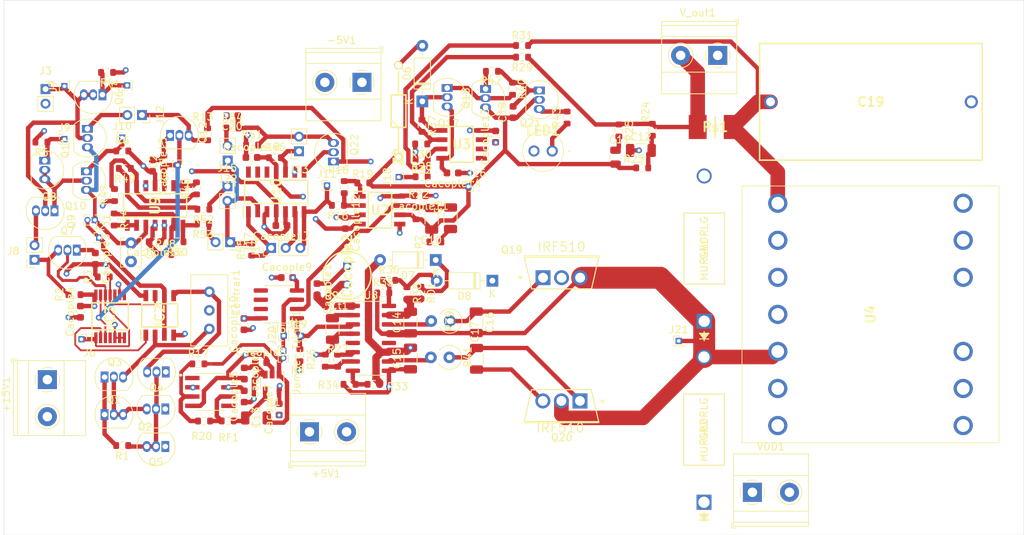
<source format=kicad_pcb>
(kicad_pcb (version 20171130) (host pcbnew "(5.1.10)-1")
  (layers (0 F.Cu signal) (1 In1.Cu signal hide) (2 In2.Cu signal) (31 B.Cu signal) (34 B.Paste user) (35 F.Paste user) (36 B.SilkS user) (37 F.SilkS user) (38 B.Mask user) (39 F.Mask user) (44 Edge.Cuts user))
  (net 0 "")
  (net 1 GND)
  (net 2 /control/OUT_Capacitor)
  (net 3 +5V)
  (net 4 +15V)
  (net 5 "Net-(C10-Pad2)")
  (net 6 "Net-(C10-Pad1)")
  (net 7 "Net-(C11-Pad2)")
  (net 8 "Net-(C12-Pad2)")
  (net 9 "Net-(C13-Pad2)")
  (net 10 "Net-(C13-Pad1)")
  (net 11 "Net-(C14-Pad2)")
  (net 12 "Net-(C14-Pad1)")
  (net 13 "Net-(C16-Pad1)")
  (net 14 "Net-(C17-Pad1)")
  (net 15 "Net-(C18-Pad2)")
  (net 16 "Net-(C19-Pad1)")
  (net 17 VD)
  (net 18 "Net-(Ct1-Pad2)")
  (net 19 "Net-(D6-Pad2)")
  (net 20 "Net-(D6-Pad1)")
  (net 21 "Net-(D7-Pad1)")
  (net 22 "Net-(D8-Pad2)")
  (net 23 "Net-(J4-Pad1)")
  (net 24 /control/V_flipflop)
  (net 25 "Net-(J9-Pad1)")
  (net 26 "Net-(J10-Pad1)")
  (net 27 /control2/Vo_control)
  (net 28 -5V)
  (net 29 +2V5)
  (net 30 "Net-(J19-Pad1)")
  (net 31 "Net-(Q1-Pad2)")
  (net 32 "Net-(Q2-Pad2)")
  (net 33 "Net-(Q10-Pad2)")
  (net 34 "Net-(Q17-Pad1)")
  (net 35 "Net-(Q18-Pad1)")
  (net 36 "Net-(Q21-Pad3)")
  (net 37 "Net-(R16-Pad1)")
  (net 38 "Net-(R17-Pad1)")
  (net 39 "Net-(R18-Pad1)")
  (net 40 "Net-(R20-Pad1)")
  (net 41 "Net-(R26-Pad2)")
  (net 42 "Net-(R26-Pad1)")
  (net 43 "Net-(R28-Pad2)")
  (net 44 "Net-(R29-Pad2)")
  (net 45 "Net-(R33-Pad1)")
  (net 46 "Net-(R35-Pad2)")
  (net 47 "Net-(R41-Pad2)")
  (net 48 "Net-(LED1-Pad1)")
  (net 49 "Net-(R50-Pad1)")
  (net 50 "Net-(U8-Pad12)")
  (net 51 "Net-(U8-Pad5)")
  (net 52 "Net-(C20-Pad1)")
  (net 53 "Net-(R44-Pad2)")
  (net 54 "Net-(R44-Pad1)")
  (net 55 "Net-(R45-Pad1)")
  (net 56 "Net-(R45-Pad2)")
  (net 57 "Net-(R49-Pad2)")
  (net 58 "Net-(IC2-Pad1)")
  (net 59 "Net-(IC2-Pad3)")
  (net 60 "Net-(IC2-Pad7)")
  (net 61 "Net-(IC3-Pad1)")
  (net 62 "Net-(IC3-Pad4)")
  (net 63 "Net-(IC3-Pad10)")
  (net 64 "Net-(Q22-Pad2)")
  (net 65 "Net-(C3-Pad2)")
  (net 66 /potencia/V_Out)
  (net 67 "Net-(R39-Pad2)")
  (net 68 "Net-(Centrar1-Pad1)")
  (net 69 "Net-(Centrar1-Pad3)")
  (net 70 "Net-(J20-Pad1)")
  (net 71 "Net-(J3-Pad1)")
  (net 72 "Net-(J8-Pad1)")
  (net 73 "Net-(J8-Pad2)")
  (net 74 "Net-(J12-Pad1)")
  (net 75 "Net-(J12-Pad2)")
  (net 76 "Net-(J13-Pad1)")
  (net 77 "Net-(J14-Pad2)")
  (net 78 "Net-(J14-Pad1)")
  (net 79 "Net-(J15-Pad2)")
  (net 80 "Net-(J15-Pad1)")
  (net 81 "Net-(J17-Pad2)")
  (net 82 "Net-(J22-Pad2)")
  (net 83 "Net-(U4-Pad1)")
  (net 84 "Net-(U4-Pad3)")
  (net 85 "Net-(U4-Pad5)")
  (net 86 "Net-(U4-Pad6)")
  (net 87 "Net-(U4-Pad7)")
  (net 88 "Net-(U4-Pad9)")
  (net 89 "Net-(U4-Pad10)")
  (net 90 "Net-(U4-Pad11)")
  (net 91 "Net-(U4-Pad13)")
  (net 92 "Net-(U4-Pad2)")
  (net 93 "Net-(R9-Pad2)")
  (net 94 "Net-(U4-Pad14)")
  (module Connector_PinHeader_1.00mm:PinHeader_1x01_P1.00mm_Vertical (layer F.Cu) (at 197.72884 102.40264 180)
    (fp_text reference J16 (at -1.12776 1.81864) (layer F.SilkS))
    (fp_text value Realimentacion)
    (pad 1 thru_hole rect (at 0 0 180) (size 0.85 0.85) (drill 0.5) (layers *.Cu *.Mask) (net 5 "Net-(C10-Pad2)"))
  )
  (module Potentiometer_THT:Potentiometer_Bourns_3296W_Vertical (layer F.Cu) (at 162.2425 121.92 270)
    (fp_text reference Centrar1 (at -4.953 -3.6576 90) (layer F.SilkS))
    (fp_text value 500)
    (pad 1 thru_hole circle (at 0 0 270) (size 1.44 1.44) (drill 0.8) (layers *.Cu *.Mask) (net 68 "Net-(Centrar1-Pad1)"))
    (pad 2 thru_hole circle (at -2.54 0 270) (size 1.44 1.44) (drill 0.8) (layers *.Cu *.Mask) (net 3 +5V))
    (pad 3 thru_hole circle (at -5.08 0 270) (size 1.44 1.44) (drill 0.8) (layers *.Cu *.Mask) (net 69 "Net-(Centrar1-Pad3)"))
  )
  (module "New folder:CAPPRD250W50D655H1250" (layer F.Cu) (at 181.12232 113.32972 270)
    (fp_text reference Cacople2 (at 0 0 90) (layer F.SilkS) (effects (font (size 1.27 1.27) (thickness 0.254))))
    (fp_text value 100u hide)
    (pad 1 thru_hole rect (at 0 0 270) (size 1.1 1.1) (drill 0.7) (layers *.Cu *.Mask) (net 1 GND))
    (pad 2 thru_hole circle (at 2.5 0 270) (size 1.1 1.1) (drill 0.7) (layers *.Cu *.Mask) (net 17 VD))
  )
  (module Connector_PinHeader_1.00mm:PinHeader_1x01_P1.00mm_Vertical (layer F.Cu) (at 147.15744 109.4232)
    (fp_text reference J2 (at 0 -1.56) (layer F.SilkS))
    (fp_text value Conn_01x01_Male)
    (pad 1 thru_hole rect (at 0 0) (size 0.85 0.85) (drill 0.5) (layers *.Cu *.Mask) (net 59 "Net-(IC2-Pad3)"))
  )
  (module Connector_PinSocket_2.00mm:PinSocket_1x02_P2.00mm_Vertical (layer F.Cu) (at 139.8016 89.0524)
    (fp_text reference J3 (at 0 -2.5) (layer F.SilkS))
    (fp_text value Pot_frec)
    (pad 1 thru_hole rect (at 0 0) (size 1.35 1.35) (drill 0.8) (layers *.Cu *.Mask) (net 71 "Net-(J3-Pad1)"))
    (pad 2 thru_hole oval (at 0 2) (size 1.35 1.35) (drill 0.8) (layers *.Cu *.Mask) (net 4 +15V))
  )
  (module Resistor_SMD:R_0603_1608Metric (layer F.Cu) (at 203.7715 89.0016 90)
    (fp_text reference R40 (at -0.0127 1.2954 90) (layer F.SilkS))
    (fp_text value 100k)
    (pad 1 smd roundrect (at -0.825 0 90) (size 0.8 0.95) (layers F.Cu F.Paste F.Mask) (net 34 "Net-(Q17-Pad1)"))
    (pad 2 smd roundrect (at 0.825 0 90) (size 0.8 0.95) (layers F.Cu F.Paste F.Mask) (net 15 "Net-(C18-Pad2)"))
  )
  (module Resistor_SMD:R_0603_1608Metric (layer F.Cu) (at 200.9521 86.614)
    (fp_text reference R42 (at -0.1397 1.3081) (layer F.SilkS))
    (fp_text value 10k)
    (pad 1 smd roundrect (at -0.825 0) (size 0.8 0.95) (layers F.Cu F.Paste F.Mask) (net 35 "Net-(Q18-Pad1)"))
    (pad 2 smd roundrect (at 0.825 0) (size 0.8 0.95) (layers F.Cu F.Paste F.Mask) (net 15 "Net-(C18-Pad2)"))
  )
  (module Resistor_SMD:R_0603_1608Metric (layer F.Cu) (at 211.24672 92.95384 90)
    (fp_text reference R43 (at 0 -1.43 90) (layer F.SilkS))
    (fp_text value 1k)
    (pad 2 smd roundrect (at 0.825 0 90) (size 0.8 0.95) (layers F.Cu F.Paste F.Mask) (net 36 "Net-(Q21-Pad3)"))
    (pad 1 smd roundrect (at -0.825 0 90) (size 0.8 0.95) (layers F.Cu F.Paste F.Mask) (net 48 "Net-(LED1-Pad1)"))
  )
  (module Package_TO_SOT_THT:TO-92_Inline (layer F.Cu) (at 207.4418 89.2429 270)
    (fp_text reference Q21 (at 4.4323 1.2065) (layer F.SilkS))
    (fp_text value BC557)
    (pad 1 thru_hole rect (at 0 0 270) (size 1.05 1.5) (drill 0.75) (layers *.Cu *.Mask) (net 15 "Net-(C18-Pad2)"))
    (pad 3 thru_hole oval (at 2.54 0 270) (size 1.05 1.5) (drill 0.75) (layers *.Cu *.Mask) (net 36 "Net-(Q21-Pad3)"))
    (pad 2 thru_hole oval (at 1.27 0 270) (size 1.05 1.5) (drill 0.75) (layers *.Cu *.Mask) (net 5 "Net-(C10-Pad2)"))
  )
  (module Capacitor_SMD:C_0603_1608Metric (layer F.Cu) (at 203.8477 92.202 90)
    (fp_text reference C18 (at 0 -1.43 90) (layer F.SilkS))
    (fp_text value 100n)
    (pad 2 smd roundrect (at 0.775 0 90) (size 0.9 0.95) (layers F.Cu F.Paste F.Mask) (net 15 "Net-(C18-Pad2)"))
    (pad 1 smd roundrect (at -0.775 0 90) (size 0.9 0.95) (layers F.Cu F.Paste F.Mask) (net 5 "Net-(C10-Pad2)"))
  )
  (module Package_TO_SOT_THT:TO-92_Inline (layer F.Cu) (at 200.0758 89.027 270)
    (fp_text reference Q18 (at 1.27 2.6924 90) (layer F.SilkS))
    (fp_text value BC547)
    (pad 2 thru_hole oval (at 1.27 0 270) (size 1.05 1.5) (drill 0.75) (layers *.Cu *.Mask) (net 34 "Net-(Q17-Pad1)"))
    (pad 3 thru_hole oval (at 2.54 0 270) (size 1.05 1.5) (drill 0.75) (layers *.Cu *.Mask) (net 5 "Net-(C10-Pad2)"))
    (pad 1 thru_hole rect (at 0 0 270) (size 1.05 1.5) (drill 0.75) (layers *.Cu *.Mask) (net 35 "Net-(Q18-Pad1)"))
  )
  (module Resistor_SMD:R_0603_1608Metric (layer F.Cu) (at 149.2504 103.5812 90)
    (fp_text reference R47 (at 0 -1.43 90) (layer F.SilkS))
    (fp_text value 40k)
    (pad 2 smd roundrect (at 0.825 0 90) (size 0.8 0.95) (layers F.Cu F.Paste F.Mask) (net 55 "Net-(R45-Pad1)"))
    (pad 1 smd roundrect (at -0.825 0 90) (size 0.8 0.95) (layers F.Cu F.Paste F.Mask) (net 28 -5V))
  )
  (module Resistor_SMD:R_0603_1608Metric (layer F.Cu) (at 168.0464 111.0488 90)
    (fp_text reference R55 (at 0 -1.43 90) (layer F.SilkS))
    (fp_text value 10k)
    (pad 1 smd roundrect (at -0.825 0 90) (size 0.8 0.95) (layers F.Cu F.Paste F.Mask) (net 78 "Net-(J14-Pad1)"))
    (pad 2 smd roundrect (at 0.825 0 90) (size 0.8 0.95) (layers F.Cu F.Paste F.Mask) (net 79 "Net-(J15-Pad2)"))
  )
  (module "New folder:SOP65P640X110-14N" (layer F.Cu) (at 148.6535 120.2055 90)
    (fp_text reference IC3 (at 0 0 90) (layer F.SilkS) (effects (font (size 1.27 1.27) (thickness 0.254))))
    (fp_text value 74HC02PW,112 hide)
    (pad 1 smd rect (at -2.938 -1.95 180) (size 0.45 1.475) (layers F.Cu F.Paste F.Mask) (net 61 "Net-(IC3-Pad1)"))
    (pad 2 smd rect (at -2.938 -1.3 180) (size 0.45 1.475) (layers F.Cu F.Paste F.Mask) (net 58 "Net-(IC2-Pad1)"))
    (pad 3 smd rect (at -2.938 -0.65 180) (size 0.45 1.475) (layers F.Cu F.Paste F.Mask) (net 24 /control/V_flipflop))
    (pad 4 smd rect (at -2.938 0 180) (size 0.45 1.475) (layers F.Cu F.Paste F.Mask) (net 62 "Net-(IC3-Pad4)"))
    (pad 5 smd rect (at -2.938 0.65 180) (size 0.45 1.475) (layers F.Cu F.Paste F.Mask) (net 1 GND))
    (pad 6 smd rect (at -2.938 1.3 180) (size 0.45 1.475) (layers F.Cu F.Paste F.Mask) (net 1 GND))
    (pad 7 smd rect (at -2.938 1.95 180) (size 0.45 1.475) (layers F.Cu F.Paste F.Mask) (net 1 GND))
    (pad 8 smd rect (at 2.938 1.95 180) (size 0.45 1.475) (layers F.Cu F.Paste F.Mask) (net 1 GND))
    (pad 9 smd rect (at 2.938 1.3 180) (size 0.45 1.475) (layers F.Cu F.Paste F.Mask) (net 1 GND))
    (pad 10 smd rect (at 2.938 0.65 180) (size 0.45 1.475) (layers F.Cu F.Paste F.Mask) (net 63 "Net-(IC3-Pad10)"))
    (pad 11 smd rect (at 2.938 0 180) (size 0.45 1.475) (layers F.Cu F.Paste F.Mask) (net 60 "Net-(IC2-Pad7)"))
    (pad 12 smd rect (at 2.938 -0.65 180) (size 0.45 1.475) (layers F.Cu F.Paste F.Mask) (net 61 "Net-(IC3-Pad1)"))
    (pad 13 smd rect (at 2.938 -1.3 180) (size 0.45 1.475) (layers F.Cu F.Paste F.Mask) (net 24 /control/V_flipflop))
    (pad 14 smd rect (at 2.938 -1.95 180) (size 0.45 1.475) (layers F.Cu F.Paste F.Mask) (net 3 +5V))
  )
  (module Resistor_SMD:R_0603_1608Metric (layer F.Cu) (at 191.2112 116.967 270)
    (fp_text reference RD1 (at 0 -1.43 90) (layer F.SilkS))
    (fp_text value 10)
    (pad 1 smd roundrect (at -0.825 0 270) (size 0.8 0.95) (layers F.Cu F.Paste F.Mask) (net 21 "Net-(D7-Pad1)"))
    (pad 2 smd roundrect (at 0.825 0 270) (size 0.8 0.95) (layers F.Cu F.Paste F.Mask) (net 11 "Net-(C14-Pad2)"))
  )
  (module Package_SO:SOIC-16_3.9x9.9mm_P1.27mm (layer F.Cu) (at 184.36844 123.22048)
    (fp_text reference U8 (at 0 -5.9) (layer F.SilkS))
    (fp_text value IRS20957S)
    (pad 1 smd roundrect (at -2.475 -4.445) (size 1.95 0.6) (layers F.Cu F.Paste F.Mask) (net 93 "Net-(R9-Pad2)"))
    (pad 2 smd roundrect (at -2.475 -3.175) (size 1.95 0.6) (layers F.Cu F.Paste F.Mask) (net 18 "Net-(Ct1-Pad2)"))
    (pad 3 smd roundrect (at -2.475 -1.905) (size 1.95 0.6) (layers F.Cu F.Paste F.Mask) (net 30 "Net-(J19-Pad1)"))
    (pad 4 smd roundrect (at -2.475 -0.635) (size 1.95 0.6) (layers F.Cu F.Paste F.Mask) (net 1 GND))
    (pad 5 smd roundrect (at -2.475 0.635) (size 1.95 0.6) (layers F.Cu F.Paste F.Mask) (net 51 "Net-(U8-Pad5)"))
    (pad 6 smd roundrect (at -2.475 1.905) (size 1.95 0.6) (layers F.Cu F.Paste F.Mask) (net 41 "Net-(R26-Pad2)"))
    (pad 7 smd roundrect (at -2.475 3.175) (size 1.95 0.6) (layers F.Cu F.Paste F.Mask) (net 42 "Net-(R26-Pad1)"))
    (pad 8 smd roundrect (at -2.475 4.445) (size 1.95 0.6) (layers F.Cu F.Paste F.Mask) (net 45 "Net-(R33-Pad1)"))
    (pad 9 smd roundrect (at 2.475 4.445) (size 1.95 0.6) (layers F.Cu F.Paste F.Mask) (net 1 GND))
    (pad 10 smd roundrect (at 2.475 3.175) (size 1.95 0.6) (layers F.Cu F.Paste F.Mask) (net 47 "Net-(R41-Pad2)"))
    (pad 11 smd roundrect (at 2.475 1.905) (size 1.95 0.6) (layers F.Cu F.Paste F.Mask) (net 4 +15V))
    (pad 12 smd roundrect (at 2.475 0.635) (size 1.95 0.6) (layers F.Cu F.Paste F.Mask) (net 50 "Net-(U8-Pad12)"))
    (pad 13 smd roundrect (at 2.475 -0.635) (size 1.95 0.6) (layers F.Cu F.Paste F.Mask) (net 12 "Net-(C14-Pad1)"))
    (pad 14 smd roundrect (at 2.475 -1.905) (size 1.95 0.6) (layers F.Cu F.Paste F.Mask) (net 67 "Net-(R39-Pad2)"))
    (pad 15 smd roundrect (at 2.475 -3.175) (size 1.95 0.6) (layers F.Cu F.Paste F.Mask) (net 11 "Net-(C14-Pad2)"))
    (pad 16 smd roundrect (at 2.475 -4.445) (size 1.95 0.6) (layers F.Cu F.Paste F.Mask) (net 46 "Net-(R35-Pad2)"))
  )
  (module "New folder:SOIC127P600X175-8N" (layer F.Cu) (at 196.7992 96.6216)
    (fp_text reference U3 (at 0 0) (layer F.SilkS) (effects (font (size 1.27 1.27) (thickness 0.254))))
    (fp_text value TL082 hide)
    (pad 1 smd rect (at -2.711 -1.905 90) (size 0.65 1.528) (layers F.Cu F.Paste F.Mask) (net 20 "Net-(D6-Pad1)"))
    (pad 2 smd rect (at -2.711 -0.635 90) (size 0.65 1.528) (layers F.Cu F.Paste F.Mask) (net 44 "Net-(R29-Pad2)"))
    (pad 3 smd rect (at -2.711 0.635 90) (size 0.65 1.528) (layers F.Cu F.Paste F.Mask) (net 43 "Net-(R28-Pad2)"))
    (pad 4 smd rect (at -2.711 1.905 90) (size 0.65 1.528) (layers F.Cu F.Paste F.Mask) (net 28 -5V))
    (pad 5 smd rect (at 2.711 1.905 90) (size 0.65 1.528) (layers F.Cu F.Paste F.Mask))
    (pad 6 smd rect (at 2.711 0.635 90) (size 0.65 1.528) (layers F.Cu F.Paste F.Mask))
    (pad 7 smd rect (at 2.711 -0.635 90) (size 0.65 1.528) (layers F.Cu F.Paste F.Mask))
    (pad 8 smd rect (at 2.711 -1.905 90) (size 0.65 1.528) (layers F.Cu F.Paste F.Mask) (net 3 +5V))
  )
  (module "New folder:Vishay-IRF510-0" (layer F.Cu) (at 210.4898 114.2238 90)
    (fp_text reference Q19 (at 3.145 -5.2475) (layer F.SilkS) (effects (justify right)))
    (fp_text value IRF510 (at 3.533 0 180) (layer F.SilkS) (effects (font (size 1.27 1.27))))
    (pad 3 thru_hole circle (at -0.685 2.54 90) (size 2.05 2.05) (drill 1.35) (layers *.Cu) (net 12 "Net-(C14-Pad1)"))
    (pad 2 thru_hole circle (at -0.685 0 90) (size 2.05 2.05) (drill 1.35) (layers *.Cu) (net 17 VD))
    (pad 1 thru_hole rect (at -0.685 -2.54 90) (size 2.05 2.05) (drill 1.35) (layers *.Cu) (net 13 "Net-(C16-Pad1)"))
  )
  (module "New folder:NSPW500BS" (layer F.Cu) (at 209.20964 97.536 90)
    (fp_text reference LED1 (at 2.8 -1.25 180) (layer F.SilkS) (effects (font (size 1.27 1.27) (thickness 0.254))))
    (fp_text value NSPW500BS hide)
    (pad 1 thru_hole circle (at 0 0 90) (size 1.521 1.521) (drill 0.97782) (layers *.Cu *.Mask) (net 48 "Net-(LED1-Pad1)"))
    (pad 2 thru_hole circle (at 0 -2.5 90) (size 1.521 1.521) (drill 0.97782) (layers *.Cu *.Mask) (net 1 GND))
  )
  (module Resistor_SMD:R_0603_1608Metric (layer F.Cu) (at 186.8683 115.2652)
    (fp_text reference R36 (at 0 -1.43) (layer F.SilkS))
    (fp_text value 6.8k)
    (pad 1 smd roundrect (at -0.825 0) (size 0.8 0.95) (layers F.Cu F.Paste F.Mask) (net 46 "Net-(R35-Pad2)"))
    (pad 2 smd roundrect (at 0.825 0) (size 0.8 0.95) (layers F.Cu F.Paste F.Mask) (net 22 "Net-(D8-Pad2)"))
  )
  (module Connector_PinHeader_1.00mm:PinHeader_1x01_P1.00mm_Vertical (layer F.Cu) (at 157.89656 99.47656 270)
    (fp_text reference J5 (at 1.651 1.9812 180) (layer F.SilkS))
    (fp_text value Conn_01x01_Male)
    (pad 1 thru_hole rect (at 0 0 270) (size 0.85 0.85) (drill 0.5) (layers *.Cu *.Mask) (net 24 /control/V_flipflop))
  )
  (module Resistor_SMD:R_0603_1608Metric (layer F.Cu) (at 165.4048 94.3864)
    (fp_text reference R54 (at 0 -1.43) (layer F.SilkS))
    (fp_text value 10k)
    (pad 2 smd roundrect (at 0.825 0) (size 0.8 0.95) (layers F.Cu F.Paste F.Mask) (net 52 "Net-(C20-Pad1)"))
    (pad 1 smd roundrect (at -0.825 0) (size 0.8 0.95) (layers F.Cu F.Paste F.Mask) (net 82 "Net-(J22-Pad2)"))
  )
  (module Package_TO_SOT_THT:TO-92_Inline (layer F.Cu) (at 139.7 98.8568 270)
    (fp_text reference Q8 (at 4.9657 -0.6223) (layer F.SilkS))
    (fp_text value 2N3906)
    (pad 2 thru_hole oval (at 1.27 0 270) (size 1.05 1.5) (drill 0.75) (layers *.Cu *.Mask) (net 33 "Net-(Q10-Pad2)"))
    (pad 3 thru_hole oval (at 2.54 0 270) (size 1.05 1.5) (drill 0.75) (layers *.Cu *.Mask) (net 33 "Net-(Q10-Pad2)"))
    (pad 1 thru_hole rect (at 0 0 270) (size 1.05 1.5) (drill 0.75) (layers *.Cu *.Mask) (net 25 "Net-(J9-Pad1)"))
  )
  (module Diode_THT:D_DO-35_SOD27_P7.62mm_Horizontal (layer F.Cu) (at 201.00544 115.32108 180)
    (fp_text reference D8 (at 3.81 -2.12) (layer F.SilkS))
    (fp_text value BAV21)
    (fp_text user K (at 0 -1.8) (layer F.SilkS))
    (pad 2 thru_hole oval (at 7.62 0 180) (size 1.6 1.6) (drill 0.8) (layers *.Cu *.Mask) (net 22 "Net-(D8-Pad2)"))
    (pad 1 thru_hole rect (at 0 0 180) (size 1.6 1.6) (drill 0.8) (layers *.Cu *.Mask) (net 17 VD))
  )
  (module Resistor_SMD:R_0603_1608Metric (layer F.Cu) (at 160.73628 126.72568)
    (fp_text reference R17 (at 0 -1.43) (layer F.SilkS))
    (fp_text value 50k)
    (pad 1 smd roundrect (at -0.825 0) (size 0.8 0.95) (layers F.Cu F.Paste F.Mask) (net 38 "Net-(R17-Pad1)"))
    (pad 2 smd roundrect (at 0.825 0) (size 0.8 0.95) (layers F.Cu F.Paste F.Mask) (net 9 "Net-(C13-Pad2)"))
  )
  (module "New folder:MUR460RLG" (layer F.Cu) (at 230.0224 120.8786 90)
    (fp_text reference CR1 (at 9.9568 0 90) (layer F.SilkS))
    (fp_text value MUR460RLG (at 9.9568 0 90) (layer F.SilkS))
    (fp_text user * (at 0 0 90) (layer F.SilkS))
    (pad 1 thru_hole rect (at 0 0 90) (size 2.0574 2.0574) (drill 1.5494) (layers *.Cu *.Mask) (net 12 "Net-(C14-Pad1)"))
    (pad 2 thru_hole circle (at 19.9136 0 90) (size 2.0574 2.0574) (drill 1.5494) (layers *.Cu *.Mask) (net 17 VD))
  )
  (module Capacitor_SMD:C_1206_3216Metric (layer F.Cu) (at 198.80072 121.02592 270)
    (fp_text reference C16 (at 0 -1.85 90) (layer F.SilkS))
    (fp_text value 1n)
    (pad 1 smd roundrect (at -1.475 0 270) (size 1.15 1.8) (layers F.Cu F.Paste F.Mask) (roundrect_rratio 0.217391) (net 13 "Net-(C16-Pad1)"))
    (pad 2 smd roundrect (at 1.475 0 270) (size 1.15 1.8) (layers F.Cu F.Paste F.Mask) (roundrect_rratio 0.217391) (net 12 "Net-(C14-Pad1)"))
  )
  (module Resistor_SMD:R_0603_1608Metric (layer F.Cu) (at 161.42716 105.52176 180)
    (fp_text reference R52 (at 0 -1.43) (layer F.SilkS))
    (fp_text value 10k)
    (pad 2 smd roundrect (at 0.825 0 180) (size 0.8 0.95) (layers F.Cu F.Paste F.Mask) (net 57 "Net-(R49-Pad2)"))
    (pad 1 smd roundrect (at -0.825 0 180) (size 0.8 0.95) (layers F.Cu F.Paste F.Mask) (net 80 "Net-(J15-Pad1)"))
  )
  (module Package_TO_SOT_THT:TO-92_Inline (layer F.Cu) (at 179.24272 98.98126 90)
    (fp_text reference Q22 (at 2.29616 2.88798 90) (layer F.SilkS))
    (fp_text value Q_PMOS_DGS)
    (pad 1 thru_hole rect (at 0 0 90) (size 1.05 1.5) (drill 0.75) (layers *.Cu *.Mask) (net 3 +5V))
    (pad 3 thru_hole oval (at 2.54 0 90) (size 1.05 1.5) (drill 0.75) (layers *.Cu *.Mask) (net 52 "Net-(C20-Pad1)"))
    (pad 2 thru_hole oval (at 1.27 0 90) (size 1.05 1.5) (drill 0.75) (layers *.Cu *.Mask) (net 64 "Net-(Q22-Pad2)"))
  )
  (module Connector_PinHeader_1.00mm:PinHeader_1x01_P1.00mm_Vertical (layer F.Cu) (at 150.3172 95.7072)
    (fp_text reference J10 (at 0 -1.56) (layer F.SilkS))
    (fp_text value Conn_01x01_Male)
    (pad 1 thru_hole rect (at 0 0) (size 0.85 0.85) (drill 0.5) (layers *.Cu *.Mask) (net 26 "Net-(J10-Pad1)"))
  )
  (module Capacitor_THT:C_Disc_D3.8mm_W2.6mm_P2.50mm (layer F.Cu) (at 151.511 110.1725 270)
    (fp_text reference C1 (at 1.25 -2.55 90) (layer F.SilkS))
    (fp_text value 200n)
    (pad 1 thru_hole circle (at 0 0 270) (size 1.6 1.6) (drill 0.8) (layers *.Cu *.Mask) (net 2 /control/OUT_Capacitor))
    (pad 2 thru_hole circle (at 2.5 0 270) (size 1.6 1.6) (drill 0.8) (layers *.Cu *.Mask) (net 1 GND))
  )
  (module Capacitor_SMD:C_0805_2012Metric (layer F.Cu) (at 217.87612 98.38436 90)
    (fp_text reference C11 (at 2.413 0.5588) (layer F.SilkS))
    (fp_text value 0.15n)
    (pad 1 smd roundrect (at -0.95 0 90) (size 1 1.45) (layers F.Cu F.Paste F.Mask) (net 5 "Net-(C10-Pad2)"))
    (pad 2 smd roundrect (at 0.95 0 90) (size 1 1.45) (layers F.Cu F.Paste F.Mask) (net 7 "Net-(C11-Pad2)"))
  )
  (module Capacitor_SMD:C_1206_3216Metric (layer F.Cu) (at 221.35592 97.45726)
    (fp_text reference C12 (at 0 -1.85) (layer F.SilkS))
    (fp_text value 10p)
    (pad 1 smd roundrect (at -1.475 0) (size 1.15 1.8) (layers F.Cu F.Paste F.Mask) (roundrect_rratio 0.217391) (net 1 GND))
    (pad 2 smd roundrect (at 1.475 0) (size 1.15 1.8) (layers F.Cu F.Paste F.Mask) (roundrect_rratio 0.217391) (net 8 "Net-(C12-Pad2)"))
  )
  (module Capacitor_SMD:C_1206_3216Metric (layer F.Cu) (at 168.6306 134.1374)
    (fp_text reference C13 (at 0.04318 -0.0889 270) (layer F.SilkS))
    (fp_text value 100p)
    (pad 2 smd roundrect (at 1.475 0) (size 1.15 1.8) (layers F.Cu F.Paste F.Mask) (roundrect_rratio 0.217391) (net 9 "Net-(C13-Pad2)"))
    (pad 1 smd roundrect (at -1.475 0) (size 1.15 1.8) (layers F.Cu F.Paste F.Mask) (roundrect_rratio 0.217391) (net 10 "Net-(C13-Pad1)"))
  )
  (module Capacitor_SMD:C_1206_3216Metric (layer F.Cu) (at 189.7888 121.0564 90)
    (fp_text reference C14 (at 0 -1.85 90) (layer F.SilkS))
    (fp_text value 22n)
    (pad 2 smd roundrect (at 1.475 0 90) (size 1.15 1.8) (layers F.Cu F.Paste F.Mask) (roundrect_rratio 0.217391) (net 11 "Net-(C14-Pad2)"))
    (pad 1 smd roundrect (at -1.475 0 90) (size 1.15 1.8) (layers F.Cu F.Paste F.Mask) (roundrect_rratio 0.217391) (net 12 "Net-(C14-Pad1)"))
  )
  (module Capacitor_SMD:C_1206_3216Metric (layer F.Cu) (at 189.7888 125.984 90)
    (fp_text reference C15 (at 0 -1.85 90) (layer F.SilkS))
    (fp_text value 22n)
    (pad 1 smd roundrect (at -1.475 0 90) (size 1.15 1.8) (layers F.Cu F.Paste F.Mask) (roundrect_rratio 0.217391) (net 1 GND))
    (pad 2 smd roundrect (at 1.475 0 90) (size 1.15 1.8) (layers F.Cu F.Paste F.Mask) (roundrect_rratio 0.217391) (net 4 +15V))
  )
  (module Capacitor_SMD:C_1206_3216Metric (layer F.Cu) (at 198.84136 126.02464 270)
    (fp_text reference C17 (at -3.67284 0.21844 90) (layer F.SilkS))
    (fp_text value 1n)
    (pad 2 smd roundrect (at 1.475 0 270) (size 1.15 1.8) (layers F.Cu F.Paste F.Mask) (roundrect_rratio 0.217391) (net 1 GND))
    (pad 1 smd roundrect (at -1.475 0 270) (size 1.15 1.8) (layers F.Cu F.Paste F.Mask) (roundrect_rratio 0.217391) (net 14 "Net-(C17-Pad1)"))
  )
  (module Capacitor_SMD:C_0603_1608Metric (layer F.Cu) (at 165.354 92.71 180)
    (fp_text reference C20 (at 0 -1.43) (layer F.SilkS))
    (fp_text value 0.01u)
    (pad 1 smd roundrect (at -0.775 0 180) (size 0.9 0.95) (layers F.Cu F.Paste F.Mask) (net 52 "Net-(C20-Pad1)"))
    (pad 2 smd roundrect (at 0.775 0 180) (size 0.9 0.95) (layers F.Cu F.Paste F.Mask) (net 1 GND))
  )
  (module Capacitor_SMD:C_1206_3216Metric (layer F.Cu) (at 179.1081 121.9327 90)
    (fp_text reference Ct1 (at 3.19024 0.94488 180) (layer F.SilkS))
    (fp_text value 10p)
    (pad 1 smd roundrect (at -1.475 0 90) (size 1.15 1.8) (layers F.Cu F.Paste F.Mask) (roundrect_rratio 0.217391) (net 1 GND))
    (pad 2 smd roundrect (at 1.475 0 90) (size 1.15 1.8) (layers F.Cu F.Paste F.Mask) (roundrect_rratio 0.217391) (net 18 "Net-(Ct1-Pad2)"))
  )
  (module Diode_THT:D_DO-35_SOD27_P7.62mm_Horizontal (layer F.Cu) (at 191.4144 90.7288 90)
    (fp_text reference D6 (at 3.81 -2.12 90) (layer F.SilkS))
    (fp_text value 1N4148)
    (fp_text user K (at 0 -1.8 90) (layer F.SilkS))
    (pad 1 thru_hole rect (at 0 0 90) (size 1.6 1.6) (drill 0.8) (layers *.Cu *.Mask) (net 20 "Net-(D6-Pad1)"))
    (pad 2 thru_hole oval (at 7.62 0 90) (size 1.6 1.6) (drill 0.8) (layers *.Cu *.Mask) (net 19 "Net-(D6-Pad2)"))
  )
  (module Diode_THT:D_DO-35_SOD27_P7.62mm_Horizontal (layer F.Cu) (at 193.25336 112.48136 180)
    (fp_text reference D7 (at 3.81 -2.12) (layer F.SilkS))
    (fp_text value 1N4448)
    (fp_text user K (at 0 -1.8) (layer F.SilkS))
    (pad 1 thru_hole rect (at 0 0 180) (size 1.6 1.6) (drill 0.8) (layers *.Cu *.Mask) (net 21 "Net-(D7-Pad1)"))
    (pad 2 thru_hole oval (at 7.62 0 180) (size 1.6 1.6) (drill 0.8) (layers *.Cu *.Mask) (net 4 +15V))
  )
  (module "New folder:SOIC127P600X175-8N" (layer F.Cu) (at 155.448 120.0785 90)
    (fp_text reference IC2 (at 0 0 90) (layer F.SilkS) (effects (font (size 1.27 1.27) (thickness 0.254))))
    (fp_text value LM393AD hide)
    (pad 1 smd rect (at -2.711 -1.905 180) (size 0.65 1.528) (layers F.Cu F.Paste F.Mask) (net 58 "Net-(IC2-Pad1)"))
    (pad 2 smd rect (at -2.711 -0.635 180) (size 0.65 1.528) (layers F.Cu F.Paste F.Mask) (net 68 "Net-(Centrar1-Pad1)"))
    (pad 3 smd rect (at -2.711 0.635 180) (size 0.65 1.528) (layers F.Cu F.Paste F.Mask) (net 59 "Net-(IC2-Pad3)"))
    (pad 4 smd rect (at -2.711 1.905 180) (size 0.65 1.528) (layers F.Cu F.Paste F.Mask) (net 1 GND))
    (pad 5 smd rect (at 2.711 1.905 180) (size 0.65 1.528) (layers F.Cu F.Paste F.Mask) (net 69 "Net-(Centrar1-Pad3)"))
    (pad 6 smd rect (at 2.711 0.635 180) (size 0.65 1.528) (layers F.Cu F.Paste F.Mask) (net 59 "Net-(IC2-Pad3)"))
    (pad 7 smd rect (at 2.711 -0.635 180) (size 0.65 1.528) (layers F.Cu F.Paste F.Mask) (net 60 "Net-(IC2-Pad7)"))
    (pad 8 smd rect (at 2.711 -1.905 180) (size 0.65 1.528) (layers F.Cu F.Paste F.Mask) (net 4 +15V))
  )
  (module Connector_PinHeader_1.00mm:PinHeader_1x02_P1.00mm_Vertical (layer F.Cu) (at 146.558 106.9975 270)
    (fp_text reference J1 (at 0 -1.56 90) (layer F.SilkS))
    (fp_text value Conn_01x02_Male)
    (pad 1 thru_hole rect (at 0 0 270) (size 0.85 0.85) (drill 0.5) (layers *.Cu *.Mask) (net 2 /control/OUT_Capacitor))
    (pad 2 thru_hole oval (at 0 1 270) (size 0.85 0.85) (drill 0.5) (layers *.Cu *.Mask) (net 59 "Net-(IC2-Pad3)"))
  )
  (module TerminalBlock_Phoenix:TerminalBlock_Phoenix_MKDS-1,5-2-5.08_1x02_P5.08mm_Horizontal (layer F.Cu) (at 140.0556 128.8796 270)
    (fp_text reference +15V1 (at 2.0701 5.6388 90) (layer F.SilkS))
    (fp_text value +15)
    (pad 2 thru_hole circle (at 5.08 0 270) (size 2.6 2.6) (drill 1.3) (layers *.Cu *.Mask) (net 1 GND))
    (pad 1 thru_hole rect (at 0 0 270) (size 2.6 2.6) (drill 1.3) (layers *.Cu *.Mask) (net 4 +15V))
  )
  (module Connector_PinHeader_1.00mm:PinHeader_1x01_P1.00mm_Vertical (layer F.Cu) (at 150.9776 88.5444 90)
    (fp_text reference J4 (at 0 -1.56 90) (layer F.SilkS))
    (fp_text value Conn_01x01_Male)
    (pad 1 thru_hole rect (at 0 0 90) (size 0.85 0.85) (drill 0.5) (layers *.Cu *.Mask) (net 23 "Net-(J4-Pad1)"))
  )
  (module Connector_PinHeader_1.00mm:PinHeader_1x01_P1.00mm_Vertical (layer F.Cu) (at 144.7292 123.3424 270)
    (fp_text reference J6 (at 1.8542 -1.1176 180) (layer F.SilkS))
    (fp_text value Conn_01x01_Male)
    (pad 1 thru_hole rect (at 0 0 270) (size 0.85 0.85) (drill 0.5) (layers *.Cu *.Mask) (net 61 "Net-(IC3-Pad1)"))
  )
  (module Connector_PinHeader_1.00mm:PinHeader_1x01_P1.00mm_Vertical (layer F.Cu) (at 142.3924 88.646 90)
    (fp_text reference J7 (at 0 -1.56 90) (layer F.SilkS))
    (fp_text value Conn_01x01_Male)
    (pad 1 thru_hole rect (at 0 0 90) (size 0.85 0.85) (drill 0.5) (layers *.Cu *.Mask) (net 71 "Net-(J3-Pad1)"))
  )
  (module Connector_PinHeader_1.00mm:PinHeader_1x01_P1.00mm_Vertical (layer F.Cu) (at 142.3924 95.9104)
    (fp_text reference J9 (at 0 -1.56) (layer F.SilkS))
    (fp_text value Conn_01x01_Male)
    (pad 1 thru_hole rect (at 0 0) (size 0.85 0.85) (drill 0.5) (layers *.Cu *.Mask) (net 25 "Net-(J9-Pad1)"))
  )
  (module Connector_PinHeader_1.00mm:PinHeader_1x01_P1.00mm_Vertical (layer F.Cu) (at 178.3588 102.2604)
    (fp_text reference J11 (at 0 -1.56) (layer F.SilkS))
    (fp_text value Conn_01x01_Male)
    (pad 1 thru_hole rect (at 0 0) (size 0.85 0.85) (drill 0.5) (layers *.Cu *.Mask) (net 27 /control2/Vo_control))
  )
  (module Connector_PinHeader_1.00mm:PinHeader_1x02_P1.00mm_Vertical (layer F.Cu) (at 172.3771 124.9299)
    (fp_text reference Jumper_Tri_RF1 (at 1.79324 0.19558 90) (layer F.SilkS))
    (fp_text value Jumper_Tri_RF)
    (pad 2 thru_hole oval (at 0 1) (size 0.85 0.85) (drill 0.5) (layers *.Cu *.Mask) (net 9 "Net-(C13-Pad2)"))
    (pad 1 thru_hole rect (at 0 0) (size 0.85 0.85) (drill 0.5) (layers *.Cu *.Mask) (net 70 "Net-(J20-Pad1)"))
  )
  (module Connector_PinHeader_1.00mm:PinHeader_1x01_P1.00mm_Vertical (layer F.Cu) (at 188.1759 101.1174 90)
    (fp_text reference J18 (at 0 -1.56 90) (layer F.SilkS))
    (fp_text value Conn_01x01_Male)
    (pad 1 thru_hole rect (at 0 0 90) (size 0.85 0.85) (drill 0.5) (layers *.Cu *.Mask) (net 29 +2V5))
  )
  (module Connector_PinHeader_1.00mm:PinHeader_1x01_P1.00mm_Vertical (layer F.Cu) (at 174.752 122.8852)
    (fp_text reference J19 (at -0.45212 -1.6002) (layer F.SilkS))
    (fp_text value V_in_Driver)
    (pad 1 thru_hole rect (at 0 0) (size 0.85 0.85) (drill 0.5) (layers *.Cu *.Mask) (net 30 "Net-(J19-Pad1)"))
  )
  (module Connector_PinHeader_1.00mm:PinHeader_1x01_P1.00mm_Vertical (layer F.Cu) (at 226.53244 123.58116)
    (fp_text reference J21 (at 0 -1.56) (layer F.SilkS))
    (fp_text value L)
    (pad 1 thru_hole rect (at 0 0) (size 0.85 0.85) (drill 0.5) (layers *.Cu *.Mask) (net 12 "Net-(C14-Pad1)"))
  )
  (module TerminalBlock_Phoenix:TerminalBlock_Phoenix_MKDS-1,5-2-5.08_1x02_P5.08mm_Horizontal (layer F.Cu) (at 175.96104 136.03732)
    (fp_text reference +5V1 (at 2.286 5.7404) (layer F.SilkS))
    (fp_text value +5)
    (pad 1 thru_hole rect (at 0 0) (size 2.6 2.6) (drill 1.3) (layers *.Cu *.Mask) (net 3 +5V))
    (pad 2 thru_hole circle (at 5.08 0) (size 2.6 2.6) (drill 1.3) (layers *.Cu *.Mask) (net 1 GND))
  )
  (module Package_TO_SOT_THT:TO-92_Inline (layer F.Cu) (at 147.8915 133.6675)
    (fp_text reference Q1 (at 1.27 -2.032) (layer F.SilkS))
    (fp_text value 2N3906)
    (pad 2 thru_hole oval (at 1.27 0) (size 1.05 1.5) (drill 0.75) (layers *.Cu *.Mask) (net 31 "Net-(Q1-Pad2)"))
    (pad 3 thru_hole oval (at 2.54 0) (size 1.05 1.5) (drill 0.75) (layers *.Cu *.Mask) (net 31 "Net-(Q1-Pad2)"))
    (pad 1 thru_hole rect (at 0 0) (size 1.05 1.5) (drill 0.75) (layers *.Cu *.Mask) (net 4 +15V))
  )
  (module Package_TO_SOT_THT:TO-92_Inline (layer F.Cu) (at 156.21 132.9055 180)
    (fp_text reference Q2 (at 2.77876 -2.44348) (layer F.SilkS))
    (fp_text value 2N3904)
    (pad 1 thru_hole rect (at 0 0 180) (size 1.05 1.5) (drill 0.75) (layers *.Cu *.Mask) (net 1 GND))
    (pad 3 thru_hole oval (at 2.54 0 180) (size 1.05 1.5) (drill 0.75) (layers *.Cu *.Mask) (net 31 "Net-(Q1-Pad2)"))
    (pad 2 thru_hole oval (at 1.27 0 180) (size 1.05 1.5) (drill 0.75) (layers *.Cu *.Mask) (net 32 "Net-(Q2-Pad2)"))
  )
  (module Package_TO_SOT_THT:TO-92_Inline (layer F.Cu) (at 147.8915 128.524)
    (fp_text reference Q3 (at 1.397 -2.032) (layer F.SilkS))
    (fp_text value 2N3906)
    (pad 1 thru_hole rect (at 0 0) (size 1.05 1.5) (drill 0.75) (layers *.Cu *.Mask) (net 4 +15V))
    (pad 3 thru_hole oval (at 2.54 0) (size 1.05 1.5) (drill 0.75) (layers *.Cu *.Mask) (net 68 "Net-(Centrar1-Pad1)"))
    (pad 2 thru_hole oval (at 1.27 0) (size 1.05 1.5) (drill 0.75) (layers *.Cu *.Mask) (net 31 "Net-(Q1-Pad2)"))
  )
  (module Package_TO_SOT_THT:TO-92_Inline (layer F.Cu) (at 156.2735 127.8255 180)
    (fp_text reference Q4 (at 1.27 -2.159) (layer F.SilkS))
    (fp_text value 2N3904)
    (pad 1 thru_hole rect (at 0 0 180) (size 1.05 1.5) (drill 0.75) (layers *.Cu *.Mask) (net 1 GND))
    (pad 3 thru_hole oval (at 2.54 0 180) (size 1.05 1.5) (drill 0.75) (layers *.Cu *.Mask) (net 69 "Net-(Centrar1-Pad3)"))
    (pad 2 thru_hole oval (at 1.27 0 180) (size 1.05 1.5) (drill 0.75) (layers *.Cu *.Mask) (net 32 "Net-(Q2-Pad2)"))
  )
  (module Package_TO_SOT_THT:TO-92_Inline (layer F.Cu) (at 156.21 138.049 180)
    (fp_text reference Q5 (at 1.27 -2.159) (layer F.SilkS))
    (fp_text value 2N3904)
    (pad 2 thru_hole oval (at 1.27 0 180) (size 1.05 1.5) (drill 0.75) (layers *.Cu *.Mask) (net 32 "Net-(Q2-Pad2)"))
    (pad 3 thru_hole oval (at 2.54 0 180) (size 1.05 1.5) (drill 0.75) (layers *.Cu *.Mask) (net 32 "Net-(Q2-Pad2)"))
    (pad 1 thru_hole rect (at 0 0 180) (size 1.05 1.5) (drill 0.75) (layers *.Cu *.Mask) (net 1 GND))
  )
  (module Package_TO_SOT_THT:TO-92_Inline (layer F.Cu) (at 147.5994 89.8271 180)
    (fp_text reference Q6 (at -2.286 -0.4064 270) (layer F.SilkS))
    (fp_text value 2N3904)
    (pad 1 thru_hole rect (at 0 0 180) (size 1.05 1.5) (drill 0.75) (layers *.Cu *.Mask) (net 23 "Net-(J4-Pad1)"))
    (pad 3 thru_hole oval (at 2.54 0 180) (size 1.05 1.5) (drill 0.75) (layers *.Cu *.Mask) (net 71 "Net-(J3-Pad1)"))
    (pad 2 thru_hole oval (at 1.27 0 180) (size 1.05 1.5) (drill 0.75) (layers *.Cu *.Mask) (net 71 "Net-(J3-Pad1)"))
  )
  (module Package_TO_SOT_THT:TO-92_Inline (layer F.Cu) (at 144.0815 111.125 180)
    (fp_text reference Q7 (at 1.27 2.6416) (layer F.SilkS))
    (fp_text value 2N7000)
    (pad 2 thru_hole oval (at 1.27 0 180) (size 1.05 1.5) (drill 0.75) (layers *.Cu *.Mask) (net 61 "Net-(IC3-Pad1)"))
    (pad 3 thru_hole oval (at 2.54 0 180) (size 1.05 1.5) (drill 0.75) (layers *.Cu *.Mask) (net 72 "Net-(J8-Pad1)"))
    (pad 1 thru_hole rect (at 0 0 180) (size 1.05 1.5) (drill 0.75) (layers *.Cu *.Mask) (net 1 GND))
  )
  (module Package_TO_SOT_THT:TO-92_Inline (layer F.Cu) (at 141.0335 105.7275 180)
    (fp_text reference Q9 (at -2.3114 -1.4859 90) (layer F.SilkS))
    (fp_text value 2N3906)
    (pad 2 thru_hole oval (at 1.27 0 180) (size 1.05 1.5) (drill 0.75) (layers *.Cu *.Mask) (net 71 "Net-(J3-Pad1)"))
    (pad 3 thru_hole oval (at 2.54 0 180) (size 1.05 1.5) (drill 0.75) (layers *.Cu *.Mask) (net 73 "Net-(J8-Pad2)"))
    (pad 1 thru_hole rect (at 0 0 180) (size 1.05 1.5) (drill 0.75) (layers *.Cu *.Mask) (net 33 "Net-(Q10-Pad2)"))
  )
  (module Package_TO_SOT_THT:TO-92_Inline (layer F.Cu) (at 145.415 100.33 270)
    (fp_text reference Q10 (at 4.7371 1.4859 180) (layer F.SilkS))
    (fp_text value 2N3906)
    (pad 2 thru_hole oval (at 1.27 0 270) (size 1.05 1.5) (drill 0.75) (layers *.Cu *.Mask) (net 33 "Net-(Q10-Pad2)"))
    (pad 3 thru_hole oval (at 2.54 0 270) (size 1.05 1.5) (drill 0.75) (layers *.Cu *.Mask) (net 2 /control/OUT_Capacitor))
    (pad 1 thru_hole rect (at 0 0 270) (size 1.05 1.5) (drill 0.75) (layers *.Cu *.Mask) (net 26 "Net-(J10-Pad1)"))
  )
  (module Package_TO_SOT_THT:TO-92_Inline (layer F.Cu) (at 145.542 94.488 270)
    (fp_text reference Q11 (at 2.6035 3.0353 90) (layer F.SilkS))
    (fp_text value 2N3904)
    (pad 1 thru_hole rect (at 0 0 270) (size 1.05 1.5) (drill 0.75) (layers *.Cu *.Mask) (net 75 "Net-(J12-Pad2)"))
    (pad 3 thru_hole oval (at 2.54 0 270) (size 1.05 1.5) (drill 0.75) (layers *.Cu *.Mask) (net 2 /control/OUT_Capacitor))
    (pad 2 thru_hole oval (at 1.27 0 270) (size 1.05 1.5) (drill 0.75) (layers *.Cu *.Mask) (net 71 "Net-(J3-Pad1)"))
  )
  (module Package_TO_SOT_THT:TO-92_Inline (layer F.Cu) (at 156.8704 95.4024)
    (fp_text reference Q12 (at 4.4831 -0.3937 270) (layer F.SilkS))
    (fp_text value 2N7000)
    (pad 1 thru_hole rect (at 0 0) (size 1.05 1.5) (drill 0.75) (layers *.Cu *.Mask) (net 1 GND))
    (pad 3 thru_hole oval (at 2.54 0) (size 1.05 1.5) (drill 0.75) (layers *.Cu *.Mask) (net 74 "Net-(J12-Pad1)"))
    (pad 2 thru_hole oval (at 1.27 0) (size 1.05 1.5) (drill 0.75) (layers *.Cu *.Mask) (net 24 /control/V_flipflop))
  )
  (module Package_TO_SOT_THT:TO-92_Inline (layer F.Cu) (at 194.818 88.9 270)
    (fp_text reference Q17 (at 4.8514 -0.1905 180) (layer F.SilkS))
    (fp_text value BC557)
    (pad 2 thru_hole oval (at 1.27 0 270) (size 1.05 1.5) (drill 0.75) (layers *.Cu *.Mask) (net 20 "Net-(D6-Pad1)"))
    (pad 3 thru_hole oval (at 2.54 0 270) (size 1.05 1.5) (drill 0.75) (layers *.Cu *.Mask) (net 28 -5V))
    (pad 1 thru_hole rect (at 0 0 270) (size 1.05 1.5) (drill 0.75) (layers *.Cu *.Mask) (net 34 "Net-(Q17-Pad1)"))
  )
  (module Resistor_SMD:R_0603_1608Metric (layer F.Cu) (at 150.3045 137.922 180)
    (fp_text reference R1 (at 0 -1.43) (layer F.SilkS))
    (fp_text value 10K)
    (pad 2 smd roundrect (at 0.825 0 180) (size 0.8 0.95) (layers F.Cu F.Paste F.Mask) (net 4 +15V))
    (pad 1 smd roundrect (at -0.825 0 180) (size 0.8 0.95) (layers F.Cu F.Paste F.Mask) (net 32 "Net-(Q2-Pad2)"))
  )
  (module Resistor_SMD:R_0603_1608Metric (layer F.Cu) (at 143.76908 117.23116)
    (fp_text reference R2 (at -2.0574 -0.0254 -90) (layer F.SilkS))
    (fp_text value 10K)
    (pad 1 smd roundrect (at -0.825 0) (size 0.8 0.95) (layers F.Cu F.Paste F.Mask) (net 72 "Net-(J8-Pad1)"))
    (pad 2 smd roundrect (at 0.825 0) (size 0.8 0.95) (layers F.Cu F.Paste F.Mask) (net 3 +5V))
  )
  (module Resistor_SMD:R_0603_1608Metric (layer F.Cu) (at 147.7772 114.808)
    (fp_text reference R3 (at -2.159 0 270) (layer F.SilkS))
    (fp_text value 3K)
    (pad 1 smd roundrect (at -0.825 0) (size 0.8 0.95) (layers F.Cu F.Paste F.Mask) (net 4 +15V))
    (pad 2 smd roundrect (at 0.825 0) (size 0.8 0.95) (layers F.Cu F.Paste F.Mask) (net 60 "Net-(IC2-Pad7)"))
  )
  (module Resistor_SMD:R_0603_1608Metric (layer F.Cu) (at 148.2344 86.7664 180)
    (fp_text reference R4 (at 0 -1.43) (layer F.SilkS))
    (fp_text value 10k)
    (pad 1 smd roundrect (at -0.825 0 180) (size 0.8 0.95) (layers F.Cu F.Paste F.Mask) (net 1 GND))
    (pad 2 smd roundrect (at 0.825 0 180) (size 0.8 0.95) (layers F.Cu F.Paste F.Mask) (net 23 "Net-(J4-Pad1)"))
  )
  (module Resistor_SMD:R_0603_1608Metric (layer F.Cu) (at 139.2428 96.3168 180)
    (fp_text reference R5 (at 0 -1.43) (layer F.SilkS))
    (fp_text value 100)
    (pad 2 smd roundrect (at 0.825 0 180) (size 0.8 0.95) (layers F.Cu F.Paste F.Mask) (net 4 +15V))
    (pad 1 smd roundrect (at -0.825 0 180) (size 0.8 0.95) (layers F.Cu F.Paste F.Mask) (net 25 "Net-(J9-Pad1)"))
  )
  (module Resistor_SMD:R_0603_1608Metric (layer F.Cu) (at 150.3172 97.536)
    (fp_text reference R6 (at 0 -1.43) (layer F.SilkS))
    (fp_text value 100)
    (pad 2 smd roundrect (at 0.825 0) (size 0.8 0.95) (layers F.Cu F.Paste F.Mask) (net 4 +15V))
    (pad 1 smd roundrect (at -0.825 0) (size 0.8 0.95) (layers F.Cu F.Paste F.Mask) (net 26 "Net-(J10-Pad1)"))
  )
  (module Resistor_SMD:R_0603_1608Metric (layer F.Cu) (at 162.0012 95.25 270)
    (fp_text reference R13 (at -2.413 0.635 180) (layer F.SilkS))
    (fp_text value 10K)
    (pad 2 smd roundrect (at 0.825 0 270) (size 0.8 0.95) (layers F.Cu F.Paste F.Mask) (net 74 "Net-(J12-Pad1)"))
    (pad 1 smd roundrect (at -0.825 0 270) (size 0.8 0.95) (layers F.Cu F.Paste F.Mask) (net 3 +5V))
  )
  (module Resistor_SMD:R_0603_1608Metric (layer F.Cu) (at 179.8574 104.9909 180)
    (fp_text reference R16 (at 0 -1.43) (layer F.SilkS))
    (fp_text value 10k)
    (pad 2 smd roundrect (at 0.825 0 180) (size 0.8 0.95) (layers F.Cu F.Paste F.Mask) (net 27 /control2/Vo_control))
    (pad 1 smd roundrect (at -0.825 0 180) (size 0.8 0.95) (layers F.Cu F.Paste F.Mask) (net 37 "Net-(R16-Pad1)"))
  )
  (module Resistor_SMD:R_0603_1608Metric (layer F.Cu) (at 180.721 102.489 270)
    (fp_text reference R18 (at -2.33172 0.79248 180) (layer F.SilkS))
    (fp_text value 10k)
    (pad 2 smd roundrect (at 0.825 0 270) (size 0.8 0.95) (layers F.Cu F.Paste F.Mask) (net 37 "Net-(R16-Pad1)"))
    (pad 1 smd roundrect (at -0.825 0 270) (size 0.8 0.95) (layers F.Cu F.Paste F.Mask) (net 39 "Net-(R18-Pad1)"))
  )
  (module Resistor_SMD:R_0603_1608Metric (layer F.Cu) (at 183.3245 101.9175 180)
    (fp_text reference R19 (at 0.07874 1.23952) (layer F.SilkS))
    (fp_text value 10k)
    (pad 1 smd roundrect (at -0.825 0 180) (size 0.8 0.95) (layers F.Cu F.Paste F.Mask) (net 5 "Net-(C10-Pad2)"))
    (pad 2 smd roundrect (at 0.825 0 180) (size 0.8 0.95) (layers F.Cu F.Paste F.Mask) (net 39 "Net-(R18-Pad1)"))
  )
  (module Resistor_SMD:R_0603_1608Metric (layer F.Cu) (at 161.5186 134.5565 180)
    (fp_text reference R20 (at 0.3175 -2.0701) (layer F.SilkS))
    (fp_text value 50k)
    (pad 2 smd roundrect (at 0.825 0 180) (size 0.8 0.95) (layers F.Cu F.Paste F.Mask) (net 38 "Net-(R17-Pad1)"))
    (pad 1 smd roundrect (at -0.825 0 180) (size 0.8 0.95) (layers F.Cu F.Paste F.Mask) (net 40 "Net-(R20-Pad1)"))
  )
  (module Resistor_SMD:R_0603_1608Metric (layer F.Cu) (at 190.5508 106.0831 90)
    (fp_text reference R22 (at 2.65176 0.36322 180) (layer F.SilkS))
    (fp_text value 100k)
    (pad 1 smd roundrect (at -0.825 0 90) (size 0.8 0.95) (layers F.Cu F.Paste F.Mask) (net 5 "Net-(C10-Pad2)"))
    (pad 2 smd roundrect (at 0.825 0 90) (size 0.8 0.95) (layers F.Cu F.Paste F.Mask) (net 6 "Net-(C10-Pad1)"))
  )
  (module Resistor_SMD:R_0603_1608Metric (layer F.Cu) (at 221.53372 99.85756 180)
    (fp_text reference R23 (at 1.143 1.2319) (layer F.SilkS))
    (fp_text value 250k)
    (pad 2 smd roundrect (at 0.825 0 180) (size 0.8 0.95) (layers F.Cu F.Paste F.Mask) (net 5 "Net-(C10-Pad2)"))
    (pad 1 smd roundrect (at -0.825 0 180) (size 0.8 0.95) (layers F.Cu F.Paste F.Mask) (net 8 "Net-(C12-Pad2)"))
  )
  (module Resistor_SMD:R_0603_1608Metric (layer F.Cu) (at 222.91802 94.62516 270)
    (fp_text reference R24 (at -2.4384 0.9271 270) (layer F.SilkS))
    (fp_text value 50k)
    (pad 2 smd roundrect (at 0.825 0 270) (size 0.8 0.95) (layers F.Cu F.Paste F.Mask) (net 8 "Net-(C12-Pad2)"))
    (pad 1 smd roundrect (at -0.825 0 270) (size 0.8 0.95) (layers F.Cu F.Paste F.Mask) (net 66 /potencia/V_Out))
  )
  (module Resistor_SMD:R_0603_1608Metric (layer F.Cu) (at 218.33332 94.72676 270)
    (fp_text reference R25 (at 0 -1.43 90) (layer F.SilkS))
    (fp_text value 1k)
    (pad 1 smd roundrect (at -0.825 0 270) (size 0.8 0.95) (layers F.Cu F.Paste F.Mask) (net 66 /potencia/V_Out))
    (pad 2 smd roundrect (at 0.825 0 270) (size 0.8 0.95) (layers F.Cu F.Paste F.Mask) (net 7 "Net-(C11-Pad2)"))
  )
  (module Resistor_SMD:R_0603_1608Metric (layer F.Cu) (at 179.8066 126.2888 90)
    (fp_text reference R26 (at 0.2032 -3.5814 90) (layer F.SilkS))
    (fp_text value 4.7k)
    (pad 2 smd roundrect (at 0.825 0 90) (size 0.8 0.95) (layers F.Cu F.Paste F.Mask) (net 41 "Net-(R26-Pad2)"))
    (pad 1 smd roundrect (at -0.825 0 90) (size 0.8 0.95) (layers F.Cu F.Paste F.Mask) (net 42 "Net-(R26-Pad1)"))
  )
  (module Resistor_SMD:R_0603_1608Metric (layer F.Cu) (at 178.1302 126.27864 270)
    (fp_text reference R27 (at -1.5875 -1.7145 180) (layer F.SilkS))
    (fp_text value 5.6k)
    (pad 1 smd roundrect (at -0.825 0 270) (size 0.8 0.95) (layers F.Cu F.Paste F.Mask) (net 1 GND))
    (pad 2 smd roundrect (at 0.825 0 270) (size 0.8 0.95) (layers F.Cu F.Paste F.Mask) (net 42 "Net-(R26-Pad1)"))
  )
  (module Resistor_SMD:R_0603_1608Metric (layer F.Cu) (at 191.32296 101.07168)
    (fp_text reference R28 (at 0 -1.43) (layer F.SilkS))
    (fp_text value 90k)
    (pad 2 smd roundrect (at 0.825 0) (size 0.8 0.95) (layers F.Cu F.Paste F.Mask) (net 43 "Net-(R28-Pad2)"))
    (pad 1 smd roundrect (at -0.825 0) (size 0.8 0.95) (layers F.Cu F.Paste F.Mask) (net 29 +2V5))
  )
  (module Resistor_SMD:R_0603_1608Metric (layer F.Cu) (at 205.07452 84.66836 180)
    (fp_text reference R29 (at 0 -1.43) (layer F.SilkS))
    (fp_text value 9k)
    (pad 1 smd roundrect (at -0.825 0 180) (size 0.8 0.95) (layers F.Cu F.Paste F.Mask) (net 66 /potencia/V_Out))
    (pad 2 smd roundrect (at 0.825 0 180) (size 0.8 0.95) (layers F.Cu F.Paste F.Mask) (net 44 "Net-(R29-Pad2)"))
  )
  (module Resistor_SMD:R_0603_1608Metric (layer F.Cu) (at 191.262 96.5708 180)
    (fp_text reference R30 (at 0 -1.43) (layer F.SilkS))
    (fp_text value 1k)
    (pad 1 smd roundrect (at -0.825 0 180) (size 0.8 0.95) (layers F.Cu F.Paste F.Mask) (net 44 "Net-(R29-Pad2)"))
    (pad 2 smd roundrect (at 0.825 0 180) (size 0.8 0.95) (layers F.Cu F.Paste F.Mask) (net 1 GND))
  )
  (module Resistor_SMD:R_0603_1608Metric (layer F.Cu) (at 205.07452 83.07832 180)
    (fp_text reference R31 (at -0.02032 1.37668) (layer F.SilkS))
    (fp_text value 9k)
    (pad 2 smd roundrect (at 0.825 0 180) (size 0.8 0.95) (layers F.Cu F.Paste F.Mask) (net 43 "Net-(R28-Pad2)"))
    (pad 1 smd roundrect (at -0.825 0 180) (size 0.8 0.95) (layers F.Cu F.Paste F.Mask) (net 16 "Net-(C19-Pad1)"))
  )
  (module Resistor_SMD:R_0603_1608Metric (layer F.Cu) (at 191.3255 98.6917 180)
    (fp_text reference R32 (at 0 -1.43) (layer F.SilkS))
    (fp_text value 1k)
    (pad 2 smd roundrect (at 0.825 0 180) (size 0.8 0.95) (layers F.Cu F.Paste F.Mask) (net 1 GND))
    (pad 1 smd roundrect (at -0.825 0 180) (size 0.8 0.95) (layers F.Cu F.Paste F.Mask) (net 43 "Net-(R28-Pad2)"))
  )
  (module Resistor_SMD:R_0603_1608Metric (layer F.Cu) (at 184.74436 129.52222)
    (fp_text reference R33 (at 3.2893 0.3175) (layer F.SilkS))
    (fp_text value "6.8k o 8.2k ")
    (pad 2 smd roundrect (at 0.825 0) (size 0.8 0.95) (layers F.Cu F.Paste F.Mask) (net 4 +15V))
    (pad 1 smd roundrect (at -0.825 0) (size 0.8 0.95) (layers F.Cu F.Paste F.Mask) (net 45 "Net-(R33-Pad1)"))
  )
  (module Resistor_SMD:R_0603_1608Metric (layer F.Cu) (at 181.4449 129.5273)
    (fp_text reference R34 (at -2.921 0.1016) (layer F.SilkS))
    (fp_text value "2.2k o 2.7k")
    (pad 1 smd roundrect (at -0.825 0) (size 0.8 0.95) (layers F.Cu F.Paste F.Mask) (net 1 GND))
    (pad 2 smd roundrect (at 0.825 0) (size 0.8 0.95) (layers F.Cu F.Paste F.Mask) (net 45 "Net-(R33-Pad1)"))
  )
  (module Resistor_SMD:R_0603_1608Metric (layer F.Cu) (at 186.0677 117.0051)
    (fp_text reference R35 (at 0 -1.43) (layer F.SilkS))
    (fp_text value 3.3k)
    (pad 2 smd roundrect (at 0.825 0) (size 0.8 0.95) (layers F.Cu F.Paste F.Mask) (net 46 "Net-(R35-Pad2)"))
    (pad 1 smd roundrect (at -0.825 0) (size 0.8 0.95) (layers F.Cu F.Paste F.Mask) (net 12 "Net-(C14-Pad1)"))
  )
  (module Resistor_SMD:R_0603_1608Metric (layer F.Cu) (at 191.3636 94.0816 270)
    (fp_text reference R37 (at 0 -1.43 90) (layer F.SilkS))
    (fp_text value 90k)
    (pad 1 smd roundrect (at -0.825 0 270) (size 0.8 0.95) (layers F.Cu F.Paste F.Mask) (net 20 "Net-(D6-Pad1)"))
    (pad 2 smd roundrect (at 0.825 0 270) (size 0.8 0.95) (layers F.Cu F.Paste F.Mask) (net 44 "Net-(R29-Pad2)"))
  )
  (module Resistor_SMD:R_0603_1608Metric (layer F.Cu) (at 189.3062 117.0432 270)
    (fp_text reference R38 (at 0 -1.43 90) (layer F.SilkS))
    (fp_text value 10k)
    (pad 2 smd roundrect (at 0.825 0 270) (size 0.8 0.95) (layers F.Cu F.Paste F.Mask) (net 11 "Net-(C14-Pad2)"))
    (pad 1 smd roundrect (at -0.825 0 270) (size 0.8 0.95) (layers F.Cu F.Paste F.Mask) (net 22 "Net-(D8-Pad2)"))
  )
  (module Resistor_THT:R_Axial_DIN0309_L9.0mm_D3.2mm_P2.54mm_Vertical (layer F.Cu) (at 195.1736 120.8532 180)
    (fp_text reference R39 (at 0 0 90) (layer F.SilkS))
    (fp_text value 33)
    (pad 2 thru_hole oval (at 2.54 0 180) (size 1.6 1.6) (drill 0.8) (layers *.Cu *.Mask) (net 67 "Net-(R39-Pad2)"))
    (pad 1 thru_hole circle (at 0 0 180) (size 1.6 1.6) (drill 0.8) (layers *.Cu *.Mask) (net 13 "Net-(C16-Pad1)"))
  )
  (module Resistor_THT:R_Axial_DIN0309_L9.0mm_D3.2mm_P2.54mm_Vertical (layer F.Cu) (at 195.1228 125.8316 180)
    (fp_text reference R41 (at -2.50952 0.05842 90) (layer F.SilkS))
    (fp_text value 2.2)
    (pad 1 thru_hole circle (at 0 0 180) (size 1.6 1.6) (drill 0.8) (layers *.Cu *.Mask) (net 14 "Net-(C17-Pad1)"))
    (pad 2 thru_hole oval (at 2.54 0 180) (size 1.6 1.6) (drill 0.8) (layers *.Cu *.Mask) (net 47 "Net-(R41-Pad2)"))
  )
  (module Resistor_SMD:R_0603_1608Metric (layer F.Cu) (at 149.21484 106.92892 270)
    (fp_text reference R44 (at 0 -1.43 90) (layer F.SilkS))
    (fp_text value 10k)
    (pad 1 smd roundrect (at -0.825 0 270) (size 0.8 0.95) (layers F.Cu F.Paste F.Mask) (net 54 "Net-(R44-Pad1)"))
    (pad 2 smd roundrect (at 0.825 0 270) (size 0.8 0.95) (layers F.Cu F.Paste F.Mask) (net 53 "Net-(R44-Pad2)"))
  )
  (module Resistor_SMD:R_0603_1608Metric (layer F.Cu) (at 160.4772 102.6668 90)
    (fp_text reference R45 (at 0 -1.43 90) (layer F.SilkS))
    (fp_text value 20k)
    (pad 2 smd roundrect (at 0.825 0 90) (size 0.8 0.95) (layers F.Cu F.Paste F.Mask) (net 56 "Net-(R45-Pad2)"))
    (pad 1 smd roundrect (at -0.825 0 90) (size 0.8 0.95) (layers F.Cu F.Paste F.Mask) (net 55 "Net-(R45-Pad1)"))
  )
  (module Resistor_SMD:R_0603_1608Metric (layer F.Cu) (at 171.22648 98.45294)
    (fp_text reference R46 (at 0 -1.43) (layer F.SilkS))
    (fp_text value R)
    (pad 1 smd roundrect (at -0.825 0) (size 0.8 0.95) (layers F.Cu F.Paste F.Mask) (net 28 -5V))
    (pad 2 smd roundrect (at 0.825 0) (size 0.8 0.95) (layers F.Cu F.Paste F.Mask) (net 76 "Net-(J13-Pad1)"))
  )
  (module Resistor_SMD:R_0603_1608Metric (layer F.Cu) (at 156.20492 111.72952)
    (fp_text reference R48 (at 0 -1.43) (layer F.SilkS))
    (fp_text value 40k)
    (pad 2 smd roundrect (at 0.825 0) (size 0.8 0.95) (layers F.Cu F.Paste F.Mask) (net 54 "Net-(R44-Pad1)"))
    (pad 1 smd roundrect (at -0.825 0) (size 0.8 0.95) (layers F.Cu F.Paste F.Mask) (net 28 -5V))
  )
  (module Resistor_SMD:R_0603_1608Metric (layer F.Cu) (at 150.6728 99.9236 180)
    (fp_text reference R49 (at 0 -1.43) (layer F.SilkS))
    (fp_text value 3.9k)
    (pad 2 smd roundrect (at 0.825 0 180) (size 0.8 0.95) (layers F.Cu F.Paste F.Mask) (net 57 "Net-(R49-Pad2)"))
    (pad 1 smd roundrect (at -0.825 0 180) (size 0.8 0.95) (layers F.Cu F.Paste F.Mask) (net 55 "Net-(R45-Pad1)"))
  )
  (module Resistor_SMD:R_0603_1608Metric (layer F.Cu) (at 157.88132 109.982 180)
    (fp_text reference R50 (at 0 -1.43) (layer F.SilkS))
    (fp_text value 6.8k)
    (pad 1 smd roundrect (at -0.825 0 180) (size 0.8 0.95) (layers F.Cu F.Paste F.Mask) (net 49 "Net-(R50-Pad1)"))
    (pad 2 smd roundrect (at 0.825 0 180) (size 0.8 0.95) (layers F.Cu F.Paste F.Mask) (net 54 "Net-(R44-Pad1)"))
  )
  (module Resistor_SMD:R_0603_1608Metric (layer F.Cu) (at 168.0972 96.7232)
    (fp_text reference R51 (at 0 -1.43) (layer F.SilkS))
    (fp_text value 10k)
    (pad 1 smd roundrect (at -0.825 0) (size 0.8 0.95) (layers F.Cu F.Paste F.Mask) (net 1 GND))
    (pad 2 smd roundrect (at 0.825 0) (size 0.8 0.95) (layers F.Cu F.Paste F.Mask) (net 52 "Net-(C20-Pad1)"))
  )
  (module Resistor_SMD:R_0603_1608Metric (layer F.Cu) (at 161.37128 107.55376 180)
    (fp_text reference R53 (at 0 -1.43) (layer F.SilkS))
    (fp_text value 10k)
    (pad 1 smd roundrect (at -0.825 0 180) (size 0.8 0.95) (layers F.Cu F.Paste F.Mask) (net 81 "Net-(J17-Pad2)"))
    (pad 2 smd roundrect (at 0.825 0 180) (size 0.8 0.95) (layers F.Cu F.Paste F.Mask) (net 49 "Net-(R50-Pad1)"))
  )
  (module Resistor_SMD:R_0603_1608Metric (layer F.Cu) (at 164.7571 134.5438 180)
    (fp_text reference RF1 (at -0.127 -2.2987) (layer F.SilkS))
    (fp_text value 15k)
    (pad 1 smd roundrect (at -0.825 0 180) (size 0.8 0.95) (layers F.Cu F.Paste F.Mask) (net 10 "Net-(C13-Pad1)"))
    (pad 2 smd roundrect (at 0.825 0 180) (size 0.8 0.95) (layers F.Cu F.Paste F.Mask) (net 40 "Net-(R20-Pad1)"))
  )
  (module 1N750:DIOAD1256W56L444D203 (layer F.Cu) (at 188.1505 98.3742 90)
    (fp_text reference Z2 (at 0 0 90) (layer F.SilkS) (effects (font (size 1.27 1.27) (thickness 0.254))))
    (fp_text value 1N750 hide)
    (pad 1 thru_hole rect (at 0 0 180) (size 1.15 1.15) (drill 0.75) (layers *.Cu *.Mask F.SilkS) (net 5 "Net-(C10-Pad2)"))
    (pad 2 thru_hole circle (at 12.6 0 180) (size 1.15 1.15) (drill 0.75) (layers *.Cu *.Mask F.SilkS) (net 19 "Net-(D6-Pad2)"))
  )
  (module "New folder:SOIC127P600X175-14N" (layer F.Cu) (at 154.813 105.00614 270)
    (fp_text reference U9 (at 0 0 90) (layer F.SilkS) (effects (font (size 1.27 1.27) (thickness 0.254))))
    (fp_text value TL084 hide)
    (pad 1 smd rect (at -2.712 -3.81) (size 0.65 1.525) (layers F.Cu F.Paste F.Mask) (net 56 "Net-(R45-Pad2)"))
    (pad 2 smd rect (at -2.712 -2.54) (size 0.65 1.525) (layers F.Cu F.Paste F.Mask) (net 56 "Net-(R45-Pad2)"))
    (pad 3 smd rect (at -2.712 -1.27) (size 0.65 1.525) (layers F.Cu F.Paste F.Mask) (net 24 /control/V_flipflop))
    (pad 4 smd rect (at -2.712 0) (size 0.65 1.525) (layers F.Cu F.Paste F.Mask) (net 4 +15V))
    (pad 5 smd rect (at -2.712 1.27) (size 0.65 1.525) (layers F.Cu F.Paste F.Mask) (net 1 GND))
    (pad 6 smd rect (at -2.712 2.54) (size 0.65 1.525) (layers F.Cu F.Paste F.Mask) (net 55 "Net-(R45-Pad1)"))
    (pad 7 smd rect (at -2.712 3.81) (size 0.65 1.525) (layers F.Cu F.Paste F.Mask) (net 57 "Net-(R49-Pad2)"))
    (pad 8 smd rect (at 2.712 3.81) (size 0.65 1.525) (layers F.Cu F.Paste F.Mask) (net 53 "Net-(R44-Pad2)"))
    (pad 9 smd rect (at 2.712 2.54) (size 0.65 1.525) (layers F.Cu F.Paste F.Mask) (net 53 "Net-(R44-Pad2)"))
    (pad 10 smd rect (at 2.712 1.27) (size 0.65 1.525) (layers F.Cu F.Paste F.Mask) (net 2 /control/OUT_Capacitor))
    (pad 11 smd rect (at 2.712 0) (size 0.65 1.525) (layers F.Cu F.Paste F.Mask) (net 28 -5V))
    (pad 12 smd rect (at 2.712 -1.27) (size 0.65 1.525) (layers F.Cu F.Paste F.Mask) (net 1 GND))
    (pad 13 smd rect (at 2.712 -2.54) (size 0.65 1.525) (layers F.Cu F.Paste F.Mask) (net 54 "Net-(R44-Pad1)"))
    (pad 14 smd rect (at 2.712 -3.81) (size 0.65 1.525) (layers F.Cu F.Paste F.Mask) (net 49 "Net-(R50-Pad1)"))
  )
  (module "New folder:SOIC127P600X175-14N" (layer F.Cu) (at 171.40428 103.14432 90)
    (fp_text reference U10 (at 0 0 90) (layer F.SilkS) (effects (font (size 1.27 1.27) (thickness 0.254))))
    (fp_text value TL084 hide)
    (pad 14 smd rect (at 2.712 -3.81 180) (size 0.65 1.525) (layers F.Cu F.Paste F.Mask))
    (pad 13 smd rect (at 2.712 -2.54 180) (size 0.65 1.525) (layers F.Cu F.Paste F.Mask))
    (pad 12 smd rect (at 2.712 -1.27 180) (size 0.65 1.525) (layers F.Cu F.Paste F.Mask))
    (pad 11 smd rect (at 2.712 0 180) (size 0.65 1.525) (layers F.Cu F.Paste F.Mask) (net 28 -5V))
    (pad 10 smd rect (at 2.712 1.27 180) (size 0.65 1.525) (layers F.Cu F.Paste F.Mask) (net 76 "Net-(J13-Pad1)"))
    (pad 9 smd rect (at 2.712 2.54 180) (size 0.65 1.525) (layers F.Cu F.Paste F.Mask) (net 1 GND))
    (pad 8 smd rect (at 2.712 3.81 180) (size 0.65 1.525) (layers F.Cu F.Paste F.Mask) (net 64 "Net-(Q22-Pad2)"))
    (pad 7 smd rect (at -2.712 3.81 180) (size 0.65 1.525) (layers F.Cu F.Paste F.Mask) (net 27 /control2/Vo_control))
    (pad 6 smd rect (at -2.712 2.54 180) (size 0.65 1.525) (layers F.Cu F.Paste F.Mask) (net 77 "Net-(J14-Pad2)"))
    (pad 5 smd rect (at -2.712 1.27 180) (size 0.65 1.525) (layers F.Cu F.Paste F.Mask) (net 1 GND))
    (pad 4 smd rect (at -2.712 0 180) (size 0.65 1.525) (layers F.Cu F.Paste F.Mask) (net 4 +15V))
    (pad 3 smd rect (at -2.712 -1.27 180) (size 0.65 1.525) (layers F.Cu F.Paste F.Mask) (net 1 GND))
    (pad 2 smd rect (at -2.712 -2.54 180) (size 0.65 1.525) (layers F.Cu F.Paste F.Mask) (net 79 "Net-(J15-Pad2)"))
    (pad 1 smd rect (at -2.712 -3.81 180) (size 0.65 1.525) (layers F.Cu F.Paste F.Mask) (net 78 "Net-(J14-Pad1)"))
  )
  (module Capacitor_SMD:C_0603_1608Metric (layer F.Cu) (at 156.00172 98.99396 90)
    (fp_text reference C2 (at 0 -1.43 90) (layer F.SilkS))
    (fp_text value 0.1u)
    (pad 1 smd roundrect (at -0.775 0 90) (size 0.9 0.95) (layers F.Cu F.Paste F.Mask) (net 24 /control/V_flipflop))
    (pad 2 smd roundrect (at 0.775 0 90) (size 0.9 0.95) (layers F.Cu F.Paste F.Mask) (net 1 GND))
  )
  (module "New folder__:SOIC127P599X175-8N" (layer F.Cu) (at 162.3822 130.5687)
    (fp_text reference U6 (at -0.385 -3.537) (layer F.SilkS) (effects (font (thickness 0.015))))
    (fp_text value TLV3501AID)
    (pad 1 smd rect (at -2.47 -1.905) (size 1.97 0.6) (layers F.Cu F.Paste F.Mask))
    (pad 2 smd rect (at -2.47 -0.635) (size 1.97 0.6) (layers F.Cu F.Paste F.Mask) (net 1 GND))
    (pad 3 smd rect (at -2.47 0.635) (size 1.97 0.6) (layers F.Cu F.Paste F.Mask) (net 38 "Net-(R17-Pad1)"))
    (pad 4 smd rect (at -2.47 1.905) (size 1.97 0.6) (layers F.Cu F.Paste F.Mask) (net 28 -5V))
    (pad 5 smd rect (at 2.47 1.905) (size 1.97 0.6) (layers F.Cu F.Paste F.Mask))
    (pad 6 smd rect (at 2.47 0.635) (size 1.97 0.6) (layers F.Cu F.Paste F.Mask) (net 40 "Net-(R20-Pad1)"))
    (pad 7 smd rect (at 2.47 -0.635) (size 1.97 0.6) (layers F.Cu F.Paste F.Mask) (net 3 +5V))
    (pad 8 smd rect (at 2.47 -1.905) (size 1.97 0.6) (layers F.Cu F.Paste F.Mask) (net 28 -5V))
  )
  (module TerminalBlock_Phoenix:TerminalBlock_Phoenix_MKDS-1,5-2-5.08_1x02_P5.08mm_Horizontal (layer F.Cu) (at 183.14416 88.12276 180)
    (fp_text reference -5V1 (at 2.794 5.7785) (layer F.SilkS))
    (fp_text value -5)
    (pad 1 thru_hole rect (at 0 0 180) (size 2.6 2.6) (drill 1.3) (layers *.Cu *.Mask) (net 1 GND))
    (pad 2 thru_hole circle (at 5.08 0 180) (size 2.6 2.6) (drill 1.3) (layers *.Cu *.Mask) (net 28 -5V))
  )
  (module Resistor_SMD:R_0603_1608Metric (layer F.Cu) (at 193.19748 110.00232)
    (fp_text reference R7 (at -2.20726 0.02032 270) (layer F.SilkS))
    (fp_text value 100k)
    (pad 2 smd roundrect (at 0.825 0) (size 0.8 0.95) (layers F.Cu F.Paste F.Mask) (net 65 "Net-(C3-Pad2)"))
    (pad 1 smd roundrect (at -0.825 0) (size 0.8 0.95) (layers F.Cu F.Paste F.Mask) (net 5 "Net-(C10-Pad2)"))
  )
  (module Resistor_SMD:R_0603_1608Metric (layer F.Cu) (at 174.6504 125.5268 270)
    (fp_text reference R8 (at 2.06248 0.29972) (layer F.SilkS))
    (fp_text value 3k)
    (pad 1 smd roundrect (at -0.825 0 270) (size 0.8 0.95) (layers F.Cu F.Paste F.Mask) (net 30 "Net-(J19-Pad1)"))
    (pad 2 smd roundrect (at 0.825 0 270) (size 0.8 0.95) (layers F.Cu F.Paste F.Mask) (net 3 +5V))
  )
  (module Capacitor_SMD:C_1206_3216Metric (layer F.Cu) (at 195.2752 106.76128 270)
    (fp_text reference C3 (at -1.53416 1.68402 90) (layer F.SilkS))
    (fp_text value 1p)
    (pad 1 smd roundrect (at -1.475 0 270) (size 1.15 1.8) (layers F.Cu F.Paste F.Mask) (roundrect_rratio 0.217391) (net 6 "Net-(C10-Pad1)"))
    (pad 2 smd roundrect (at 1.475 0 270) (size 1.15 1.8) (layers F.Cu F.Paste F.Mask) (roundrect_rratio 0.217391) (net 65 "Net-(C3-Pad2)"))
  )
  (module Capacitor_SMD:C_1206_3216Metric (layer F.Cu) (at 192.6971 106.8324 270)
    (fp_text reference C10 (at 2.93116 0.04826 180) (layer F.SilkS))
    (fp_text value 1p)
    (pad 2 smd roundrect (at 1.475 0 270) (size 1.15 1.8) (layers F.Cu F.Paste F.Mask) (roundrect_rratio 0.217391) (net 5 "Net-(C10-Pad2)"))
    (pad 1 smd roundrect (at -1.475 0 270) (size 1.15 1.8) (layers F.Cu F.Paste F.Mask) (roundrect_rratio 0.217391) (net 6 "Net-(C10-Pad1)"))
  )
  (module Connector_PinHeader_1.00mm:PinHeader_1x01_P1.00mm_Vertical (layer F.Cu) (at 172.4279 122.8598 90)
    (fp_text reference J20 (at 0 -1.56 90) (layer F.SilkS))
    (fp_text value V_Triang_RF)
    (pad 1 thru_hole rect (at 0 0 90) (size 0.85 0.85) (drill 0.5) (layers *.Cu *.Mask) (net 70 "Net-(J20-Pad1)"))
  )
  (module "New folder:Vishay-IRF510-0" (layer F.Cu) (at 210.4644 132.4864 270)
    (fp_text reference Q20 (at 4.33832 1.524) (layer F.SilkS) (effects (justify left)))
    (fp_text value IRF510 (at 3.00228 0.14732 180) (layer F.SilkS) (effects (font (size 1.27 1.27))))
    (pad 1 thru_hole rect (at -0.685 -2.54 270) (size 2.05 2.05) (drill 1.35) (layers *.Cu) (net 14 "Net-(C17-Pad1)"))
    (pad 2 thru_hole circle (at -0.685 0 270) (size 2.05 2.05) (drill 1.35) (layers *.Cu) (net 12 "Net-(C14-Pad1)"))
    (pad 3 thru_hole circle (at -0.685 2.54 270) (size 2.05 2.05) (drill 1.35) (layers *.Cu) (net 1 GND))
  )
  (module Package_TO_SOT_SMD:SOT-23-5 (layer F.Cu) (at 170.8404 129.286 270)
    (fp_text reference U1 (at 2.6797 -0.1651 180) (layer F.SilkS))
    (fp_text value OPA365xxDBV)
    (pad 1 smd rect (at -1.1 -0.95 270) (size 1.06 0.65) (layers F.Cu F.Paste F.Mask) (net 9 "Net-(C13-Pad2)"))
    (pad 2 smd rect (at -1.1 0 270) (size 1.06 0.65) (layers F.Cu F.Paste F.Mask) (net 28 -5V))
    (pad 3 smd rect (at -1.1 0.95 270) (size 1.06 0.65) (layers F.Cu F.Paste F.Mask) (net 1 GND))
    (pad 4 smd rect (at 1.1 0.95 270) (size 1.06 0.65) (layers F.Cu F.Paste F.Mask) (net 10 "Net-(C13-Pad1)"))
    (pad 5 smd rect (at 1.1 -0.95 270) (size 1.06 0.65) (layers F.Cu F.Paste F.Mask) (net 3 +5V))
  )
  (module TerminalBlock_Phoenix:TerminalBlock_Phoenix_MKDS-1,5-2-5.08_1x02_P5.08mm_Horizontal (layer F.Cu) (at 231.8766 84.4296 180)
    (fp_text reference V_out1 (at 2.7432 5.842) (layer F.SilkS))
    (fp_text value V_out)
    (pad 1 thru_hole rect (at 0 0 180) (size 2.6 2.6) (drill 1.3) (layers *.Cu *.Mask) (net 1 GND))
    (pad 2 thru_hole circle (at 5.08 0 180) (size 2.6 2.6) (drill 1.3) (layers *.Cu *.Mask) (net 66 /potencia/V_Out))
  )
  (module TerminalBlock_Phoenix:TerminalBlock_Phoenix_MKDS-1,5-2-5.08_1x02_P5.08mm_Horizontal (layer F.Cu) (at 236.6264 144.32788)
    (fp_text reference VDD1 (at 2.54 -6.26) (layer F.SilkS))
    (fp_text value VD)
    (pad 1 thru_hole rect (at 0 0) (size 2.6 2.6) (drill 1.3) (layers *.Cu *.Mask) (net 17 VD))
    (pad 2 thru_hole circle (at 5.08 0) (size 2.6 2.6) (drill 1.3) (layers *.Cu *.Mask) (net 1 GND))
  )
  (module Capacitor_SMD:C_0603_1608Metric (layer F.Cu) (at 176.99736 116.48948 270)
    (fp_text reference Cacople1 (at 0 -1.43 90) (layer F.SilkS))
    (fp_text value 100n)
    (pad 1 smd roundrect (at -0.775 0 270) (size 0.9 0.95) (layers F.Cu F.Paste F.Mask) (net 1 GND))
    (pad 2 smd roundrect (at 0.775 0 270) (size 0.9 0.95) (layers F.Cu F.Paste F.Mask) (net 17 VD))
  )
  (module "New folder:SOIC127P600X175-8N" (layer F.Cu) (at 185.6105 105.6513)
    (fp_text reference U2 (at 0 0) (layer F.SilkS) (effects (font (size 1.27 1.27) (thickness 0.254))))
    (fp_text value TL082 hide)
    (pad 1 smd rect (at -2.711 -1.905 90) (size 0.65 1.528) (layers F.Cu F.Paste F.Mask) (net 39 "Net-(R18-Pad1)"))
    (pad 2 smd rect (at -2.711 -0.635 90) (size 0.65 1.528) (layers F.Cu F.Paste F.Mask) (net 37 "Net-(R16-Pad1)"))
    (pad 3 smd rect (at -2.711 0.635 90) (size 0.65 1.528) (layers F.Cu F.Paste F.Mask) (net 1 GND))
    (pad 4 smd rect (at -2.711 1.905 90) (size 0.65 1.528) (layers F.Cu F.Paste F.Mask) (net 28 -5V))
    (pad 5 smd rect (at 2.711 1.905 90) (size 0.65 1.528) (layers F.Cu F.Paste F.Mask) (net 1 GND))
    (pad 6 smd rect (at 2.711 0.635 90) (size 0.65 1.528) (layers F.Cu F.Paste F.Mask) (net 5 "Net-(C10-Pad2)"))
    (pad 7 smd rect (at 2.711 -0.635 90) (size 0.65 1.528) (layers F.Cu F.Paste F.Mask) (net 6 "Net-(C10-Pad1)"))
    (pad 8 smd rect (at 2.711 -1.905 90) (size 0.65 1.528) (layers F.Cu F.Paste F.Mask) (net 3 +5V))
  )
  (module Capacitor_SMD:C_0603_1608Metric (layer F.Cu) (at 146.62404 112.29848 270)
    (fp_text reference Cacople3 (at 0 -1.43 90) (layer F.SilkS))
    (fp_text value 100n)
    (pad 2 smd roundrect (at 0.775 0 270) (size 0.9 0.95) (layers F.Cu F.Paste F.Mask) (net 4 +15V))
    (pad 1 smd roundrect (at -0.775 0 270) (size 0.9 0.95) (layers F.Cu F.Paste F.Mask) (net 1 GND))
  )
  (module Capacitor_SMD:C_0603_1608Metric (layer F.Cu) (at 144.5895 119.5705 90)
    (fp_text reference Cacople4 (at 0 -1.43 90) (layer F.SilkS))
    (fp_text value 10p)
    (pad 1 smd roundrect (at -0.775 0 90) (size 0.9 0.95) (layers F.Cu F.Paste F.Mask) (net 1 GND))
    (pad 2 smd roundrect (at 0.775 0 90) (size 0.9 0.95) (layers F.Cu F.Paste F.Mask) (net 3 +5V))
  )
  (module Capacitor_SMD:C_0603_1608Metric (layer F.Cu) (at 167.0177 131.191 90)
    (fp_text reference Cacople5 (at 0 -1.43 90) (layer F.SilkS))
    (fp_text value 100n)
    (pad 2 smd roundrect (at 0.775 0 90) (size 0.9 0.95) (layers F.Cu F.Paste F.Mask) (net 3 +5V))
    (pad 1 smd roundrect (at -0.775 0 90) (size 0.9 0.95) (layers F.Cu F.Paste F.Mask) (net 1 GND))
  )
  (module Capacitor_SMD:C_0603_1608Metric (layer F.Cu) (at 167.0304 128.0414 270)
    (fp_text reference Cacople6 (at 0 -1.43 90) (layer F.SilkS))
    (fp_text value 100n)
    (pad 1 smd roundrect (at -0.775 0 270) (size 0.9 0.95) (layers F.Cu F.Paste F.Mask) (net 1 GND))
    (pad 2 smd roundrect (at 0.775 0 270) (size 0.9 0.95) (layers F.Cu F.Paste F.Mask) (net 28 -5V))
  )
  (module Capacitor_SMD:C_0603_1608Metric (layer F.Cu) (at 171.8056 132.9563 90)
    (fp_text reference Cacople7 (at 0 -1.43 90) (layer F.SilkS))
    (fp_text value 100n)
    (pad 2 smd roundrect (at 0.775 0 90) (size 0.9 0.95) (layers F.Cu F.Paste F.Mask) (net 3 +5V))
    (pad 1 smd roundrect (at -0.775 0 90) (size 0.9 0.95) (layers F.Cu F.Paste F.Mask) (net 1 GND))
  )
  (module Capacitor_SMD:C_0603_1608Metric (layer F.Cu) (at 169.3164 126.5428)
    (fp_text reference Cacople8 (at 0 -1.43) (layer F.SilkS))
    (fp_text value 100n)
    (pad 1 smd roundrect (at -0.775 0) (size 0.9 0.95) (layers F.Cu F.Paste F.Mask) (net 1 GND))
    (pad 2 smd roundrect (at 0.775 0) (size 0.9 0.95) (layers F.Cu F.Paste F.Mask) (net 28 -5V))
  )
  (module Capacitor_SMD:C_0603_1608Metric (layer F.Cu) (at 172.87748 114.88928)
    (fp_text reference Cacople9 (at 0 -1.43) (layer F.SilkS))
    (fp_text value 10p)
    (pad 2 smd roundrect (at 0.775 0) (size 0.9 0.95) (layers F.Cu F.Paste F.Mask) (net 3 +5V))
    (pad 1 smd roundrect (at -0.775 0) (size 0.9 0.95) (layers F.Cu F.Paste F.Mask) (net 1 GND))
  )
  (module Capacitor_SMD:C_0603_1608Metric (layer F.Cu) (at 166.9923 121.2723 90)
    (fp_text reference Cacople10 (at 0 -1.43 90) (layer F.SilkS))
    (fp_text value 10p)
    (pad 1 smd roundrect (at -0.775 0 90) (size 0.9 0.95) (layers F.Cu F.Paste F.Mask) (net 1 GND))
    (pad 2 smd roundrect (at 0.775 0 90) (size 0.9 0.95) (layers F.Cu F.Paste F.Mask) (net 28 -5V))
  )
  (module Capacitor_SMD:C_0603_1608Metric (layer F.Cu) (at 191.0842 103.6574 180)
    (fp_text reference Cacople11 (at 0 -1.43) (layer F.SilkS))
    (fp_text value 10p)
    (pad 2 smd roundrect (at 0.775 0 180) (size 0.9 0.95) (layers F.Cu F.Paste F.Mask) (net 3 +5V))
    (pad 1 smd roundrect (at -0.775 0 180) (size 0.9 0.95) (layers F.Cu F.Paste F.Mask) (net 1 GND))
  )
  (module Capacitor_SMD:C_0603_1608Metric (layer F.Cu) (at 180.8734 107.4039 270)
    (fp_text reference Cacople12 (at 0 -1.43 90) (layer F.SilkS))
    (fp_text value 10p)
    (pad 1 smd roundrect (at -0.775 0 270) (size 0.9 0.95) (layers F.Cu F.Paste F.Mask) (net 1 GND))
    (pad 2 smd roundrect (at 0.775 0 270) (size 0.9 0.95) (layers F.Cu F.Paste F.Mask) (net 28 -5V))
  )
  (module Capacitor_SMD:C_0603_1608Metric (layer F.Cu) (at 201.4474 95.56496 90)
    (fp_text reference Cacople13 (at 0 -1.43 90) (layer F.SilkS))
    (fp_text value 10p)
    (pad 1 smd roundrect (at -0.775 0 90) (size 0.9 0.95) (layers F.Cu F.Paste F.Mask) (net 1 GND))
    (pad 2 smd roundrect (at 0.775 0 90) (size 0.9 0.95) (layers F.Cu F.Paste F.Mask) (net 3 +5V))
  )
  (module Capacitor_SMD:C_0603_1608Metric (layer F.Cu) (at 195.5673 100.5459 180)
    (fp_text reference Cacople14 (at 0 -1.43) (layer F.SilkS))
    (fp_text value 10p)
    (pad 2 smd roundrect (at 0.775 0 180) (size 0.9 0.95) (layers F.Cu F.Paste F.Mask) (net 28 -5V))
    (pad 1 smd roundrect (at -0.775 0 180) (size 0.9 0.95) (layers F.Cu F.Paste F.Mask) (net 1 GND))
  )
  (module Capacitor_SMD:C_0603_1608Metric (layer F.Cu) (at 154.45232 99.54768 270)
    (fp_text reference Cacople15 (at 0 -1.43 90) (layer F.SilkS))
    (fp_text value 100n)
    (pad 1 smd roundrect (at -0.775 0 270) (size 0.9 0.95) (layers F.Cu F.Paste F.Mask) (net 1 GND))
    (pad 2 smd roundrect (at 0.775 0 270) (size 0.9 0.95) (layers F.Cu F.Paste F.Mask) (net 4 +15V))
  )
  (module Capacitor_SMD:C_0603_1608Metric (layer F.Cu) (at 154.76728 109.99216 180)
    (fp_text reference Cacople16 (at 0 -1.43) (layer F.SilkS))
    (fp_text value 100n)
    (pad 2 smd roundrect (at 0.775 0 180) (size 0.9 0.95) (layers F.Cu F.Paste F.Mask) (net 28 -5V))
    (pad 1 smd roundrect (at -0.775 0 180) (size 0.9 0.95) (layers F.Cu F.Paste F.Mask) (net 1 GND))
  )
  (module Capacitor_SMD:C_0603_1608Metric (layer F.Cu) (at 172.12056 107.75696 180)
    (fp_text reference Cacople17 (at 0 -1.43) (layer F.SilkS))
    (fp_text value 100n)
    (pad 2 smd roundrect (at 0.775 0 180) (size 0.9 0.95) (layers F.Cu F.Paste F.Mask) (net 4 +15V))
    (pad 1 smd roundrect (at -0.775 0 180) (size 0.9 0.95) (layers F.Cu F.Paste F.Mask) (net 1 GND))
  )
  (module Capacitor_SMD:C_0603_1608Metric (layer F.Cu) (at 168.02354 98.41992)
    (fp_text reference Cacople18 (at 0 -1.43) (layer F.SilkS))
    (fp_text value 100n)
    (pad 1 smd roundrect (at -0.775 0) (size 0.9 0.95) (layers F.Cu F.Paste F.Mask) (net 1 GND))
    (pad 2 smd roundrect (at 0.775 0) (size 0.9 0.95) (layers F.Cu F.Paste F.Mask) (net 28 -5V))
  )
  (module "New folder:MUR460RLG" (layer F.Cu) (at 229.997 145.6944 90)
    (fp_text reference CR2 (at 9.9568 0 90) (layer F.SilkS))
    (fp_text value MUR460RLG (at 9.9568 0 90) (layer F.SilkS))
    (fp_text user * (at 0 0 90) (layer F.SilkS))
    (pad 1 thru_hole rect (at 0 0 90) (size 2.0574 2.0574) (drill 1.5494) (layers *.Cu *.Mask) (net 1 GND))
    (pad 2 thru_hole circle (at 19.9136 0 90) (size 2.0574 2.0574) (drill 1.5494) (layers *.Cu *.Mask) (net 12 "Net-(C14-Pad1)"))
  )
  (module Connector_PinSocket_2.00mm:PinSocket_1x02_P2.00mm_Vertical (layer F.Cu) (at 153.0096 92.6084 270)
    (fp_text reference J12 (at 0 -2.5 90) (layer F.SilkS))
    (fp_text value Pot_paralelo)
    (pad 1 thru_hole rect (at 0 0 270) (size 1.35 1.35) (drill 0.8) (layers *.Cu *.Mask) (net 74 "Net-(J12-Pad1)"))
    (pad 2 thru_hole oval (at 0 2 270) (size 1.35 1.35) (drill 0.8) (layers *.Cu *.Mask) (net 75 "Net-(J12-Pad2)"))
  )
  (module Connector_PinSocket_2.00mm:PinSocket_1x02_P2.00mm_Vertical (layer F.Cu) (at 174.52594 97.57156 180)
    (fp_text reference J13 (at 0 -2.5) (layer F.SilkS))
    (fp_text value DC_amplitud)
    (pad 1 thru_hole rect (at 0 0 180) (size 1.35 1.35) (drill 0.8) (layers *.Cu *.Mask) (net 76 "Net-(J13-Pad1)"))
    (pad 2 thru_hole oval (at 0 2 180) (size 1.35 1.35) (drill 0.8) (layers *.Cu *.Mask) (net 52 "Net-(C20-Pad1)"))
  )
  (module Connector_PinSocket_2.00mm:PinSocket_1x02_P2.00mm_Vertical (layer F.Cu) (at 164.71138 102.36962)
    (fp_text reference J15 (at 0 -2.5) (layer F.SilkS))
    (fp_text value Swich_triang)
    (pad 2 thru_hole oval (at 0 2) (size 1.35 1.35) (drill 0.8) (layers *.Cu *.Mask) (net 79 "Net-(J15-Pad2)"))
    (pad 1 thru_hole rect (at 0 0) (size 1.35 1.35) (drill 0.8) (layers *.Cu *.Mask) (net 80 "Net-(J15-Pad1)"))
  )
  (module Connector_PinSocket_2.00mm:PinSocket_1x02_P2.00mm_Vertical (layer F.Cu) (at 165.1 110.0328 270)
    (fp_text reference J17 (at 0 -2.5 90) (layer F.SilkS))
    (fp_text value Swich_Cua)
    (pad 1 thru_hole rect (at 0 0 270) (size 1.35 1.35) (drill 0.8) (layers *.Cu *.Mask) (net 79 "Net-(J15-Pad2)"))
    (pad 2 thru_hole oval (at 0 2 270) (size 1.35 1.35) (drill 0.8) (layers *.Cu *.Mask) (net 81 "Net-(J17-Pad2)"))
  )
  (module Connector_PinSocket_2.00mm:PinSocket_1x02_P2.00mm_Vertical (layer F.Cu) (at 164.76218 98.85172 180)
    (fp_text reference J22 (at 0 -2.5) (layer F.SilkS))
    (fp_text value swich_DC)
    (pad 2 thru_hole oval (at 0 2 180) (size 1.35 1.35) (drill 0.8) (layers *.Cu *.Mask) (net 82 "Net-(J22-Pad2)"))
    (pad 1 thru_hole rect (at 0 0 180) (size 1.35 1.35) (drill 0.8) (layers *.Cu *.Mask) (net 79 "Net-(J15-Pad2)"))
  )
  (module Package_SO:SOIC-8_3.9x4.9mm_P1.27mm (layer F.Cu) (at 171.7675 118.5672 180)
    (fp_text reference U5 (at 0 -3.4) (layer F.SilkS))
    (fp_text value LM393)
    (pad 1 smd roundrect (at -2.475 -1.905 180) (size 1.95 0.6) (layers F.Cu F.Paste F.Mask) (net 30 "Net-(J19-Pad1)"))
    (pad 2 smd roundrect (at -2.475 -0.635 180) (size 1.95 0.6) (layers F.Cu F.Paste F.Mask) (net 6 "Net-(C10-Pad1)"))
    (pad 3 smd roundrect (at -2.475 0.635 180) (size 1.95 0.6) (layers F.Cu F.Paste F.Mask) (net 70 "Net-(J20-Pad1)"))
    (pad 4 smd roundrect (at -2.475 1.905 180) (size 1.95 0.6) (layers F.Cu F.Paste F.Mask) (net 3 +5V))
    (pad 5 smd roundrect (at 2.475 1.905 180) (size 1.95 0.6) (layers F.Cu F.Paste F.Mask))
    (pad 6 smd roundrect (at 2.475 0.635 180) (size 1.95 0.6) (layers F.Cu F.Paste F.Mask))
    (pad 7 smd roundrect (at 2.475 -0.635 180) (size 1.95 0.6) (layers F.Cu F.Paste F.Mask))
    (pad 8 smd roundrect (at 2.475 -1.905 180) (size 1.95 0.6) (layers F.Cu F.Paste F.Mask) (net 28 -5V))
  )
  (module Connector_PinSocket_2.00mm:PinSocket_1x02_P2.00mm_Vertical (layer F.Cu) (at 138.303 112.4585 180)
    (fp_text reference J8 (at 2.921 1.2065) (layer F.SilkS))
    (fp_text value Pot_paralelo)
    (pad 1 thru_hole rect (at 0 0 180) (size 1.35 1.35) (drill 0.8) (layers *.Cu *.Mask) (net 72 "Net-(J8-Pad1)"))
    (pad 2 thru_hole oval (at 0 2 180) (size 1.35 1.35) (drill 0.8) (layers *.Cu *.Mask) (net 73 "Net-(J8-Pad2)"))
  )
  (module Connector_PinHeader_2.00mm:PinHeader_1x03_P2.00mm_Vertical (layer F.Cu) (at 170.70578 110.82782 90)
    (fp_text reference J14 (at 0 -2.06 90) (layer F.SilkS))
    (fp_text value Amplitud)
    (pad 1 thru_hole rect (at 0 0 90) (size 1.35 1.35) (drill 0.8) (layers *.Cu *.Mask) (net 78 "Net-(J14-Pad1)"))
    (pad 2 thru_hole oval (at 0 2 90) (size 1.35 1.35) (drill 0.8) (layers *.Cu *.Mask) (net 77 "Net-(J14-Pad2)"))
    (pad 3 thru_hole oval (at 0 4 90) (size 1.35 1.35) (drill 0.8) (layers *.Cu *.Mask) (net 27 /control2/Vo_control))
  )
  (module "New folder:CPHETD291S13P" (layer F.Cu) (at 265.50112 135.1788 90)
    (fp_text reference U4 (at 15.24 -12.7 90) (layer F.SilkS) (effects (font (size 1.27 1.27) (thickness 0.254))))
    (fp_text value CPH-ETD29-1S-13P hide)
    (pad 1 thru_hole circle (at 0 0 90) (size 2.625 2.625) (drill 1.75) (layers *.Cu *.Mask) (net 83 "Net-(U4-Pad1)"))
    (pad 2 thru_hole circle (at 5.08 0 90) (size 2.625 2.625) (drill 1.75) (layers *.Cu *.Mask) (net 92 "Net-(U4-Pad2)"))
    (pad 3 thru_hole circle (at 10.16 0 90) (size 2.625 2.625) (drill 1.75) (layers *.Cu *.Mask) (net 84 "Net-(U4-Pad3)"))
    (pad 5 thru_hole circle (at 20.32 0 90) (size 2.625 2.625) (drill 1.75) (layers *.Cu *.Mask) (net 85 "Net-(U4-Pad5)"))
    (pad 6 thru_hole circle (at 25.4 0 90) (size 2.625 2.625) (drill 1.75) (layers *.Cu *.Mask) (net 86 "Net-(U4-Pad6)"))
    (pad 7 thru_hole circle (at 30.48 0 90) (size 2.625 2.625) (drill 1.75) (layers *.Cu *.Mask) (net 87 "Net-(U4-Pad7)"))
    (pad 8 thru_hole circle (at 30.48 -25.4 90) (size 2.625 2.625) (drill 1.75) (layers *.Cu *.Mask) (net 16 "Net-(C19-Pad1)"))
    (pad 9 thru_hole circle (at 25.4 -25.4 90) (size 2.625 2.625) (drill 1.75) (layers *.Cu *.Mask) (net 88 "Net-(U4-Pad9)"))
    (pad 10 thru_hole circle (at 20.32 -25.4 90) (size 2.625 2.625) (drill 1.75) (layers *.Cu *.Mask) (net 89 "Net-(U4-Pad10)"))
    (pad 11 thru_hole circle (at 15.24 -25.4 90) (size 2.625 2.625) (drill 1.75) (layers *.Cu *.Mask) (net 90 "Net-(U4-Pad11)"))
    (pad 12 thru_hole circle (at 10.16 -25.4 90) (size 2.625 2.625) (drill 1.75) (layers *.Cu *.Mask) (net 12 "Net-(C14-Pad1)"))
    (pad 13 thru_hole circle (at 5.08 -25.4 90) (size 2.625 2.625) (drill 1.75) (layers *.Cu *.Mask) (net 91 "Net-(U4-Pad13)"))
    (pad 14 thru_hole circle (at 0 -25.4 90) (size 2.625 2.625) (drill 1.75) (layers *.Cu *.Mask) (net 94 "Net-(U4-Pad14)"))
  )
  (module Resistor_SMD:R_0603_1608Metric (layer F.Cu) (at 178.9938 118.81104)
    (fp_text reference R9 (at 0 -1.43) (layer F.SilkS))
    (fp_text value 2.2k)
    (pad 1 smd roundrect (at -0.825 0) (size 0.8 0.95) (layers F.Cu F.Paste F.Mask) (net 17 VD))
    (pad 2 smd roundrect (at 0.825 0) (size 0.8 0.95) (layers F.Cu F.Paste F.Mask) (net 93 "Net-(R9-Pad2)"))
  )
  (module "New folder:158X105" (layer F.Cu) (at 239.110361 90.797361)
    (fp_text reference C19 (at 13.75 0) (layer F.SilkS) (effects (font (size 1.27 1.27) (thickness 0.254))))
    (fp_text value 1u hide)
    (pad 1 thru_hole circle (at 0 0) (size 1.8 1.8) (drill 1.2) (layers *.Cu *.Mask) (net 16 "Net-(C19-Pad1)"))
    (pad 2 thru_hole circle (at 27.5 0) (size 1.8 1.8) (drill 1.2) (layers *.Cu *.Mask) (net 1 GND))
  )
  (module "New folder:RESC6331X80N" (layer F.Cu) (at 231.53116 94.24924)
    (fp_text reference Rs1 (at 0 0) (layer F.SilkS) (effects (font (size 1.27 1.27) (thickness 0.254))))
    (fp_text value 0.1 hide)
    (pad 1 smd rect (at -2.4 0) (size 2.45 3.3) (layers F.Cu F.Paste F.Mask) (net 66 /potencia/V_Out))
    (pad 2 smd rect (at 2.4 0) (size 2.45 3.3) (layers F.Cu F.Paste F.Mask) (net 16 "Net-(C19-Pad1)"))
  )
  (gr_line (start 273.812 76.8604) (end 134.112 76.8604) (layer Edge.Cuts) (width 0.05))
  (gr_line (start 273.812 150.1648) (end 273.812 76.8604) (layer Edge.Cuts) (width 0.05))
  (gr_line (start 134.112 150.1648) (end 273.812 150.1648) (layer Edge.Cuts) (width 0.05))
  (gr_line (start 134.112 76.8604) (end 134.112 150.1648) (layer Edge.Cuts) (width 0.05))
  (via (at 201.47788 96.38792) (size 0.8) (drill 0.4) (layers F.Cu B.Cu) (net 1))
  (via (at 159.98444 129.96164) (size 0.8) (drill 0.4) (layers F.Cu B.Cu) (net 1))
  (via (at 171.79544 133.75132) (size 0.8) (drill 0.4) (layers F.Cu B.Cu) (net 1))
  (via (at 173.92396 100.44176) (size 0.8) (drill 0.4) (layers F.Cu B.Cu) (net 1))
  (via (at 153.5176 102.3112) (size 0.8) (drill 0.4) (layers F.Cu B.Cu) (net 1))
  (segment (start 179.93032 122.58548) (end 179.1081 123.4077) (width 0.6) (layer F.Cu) (net 1))
  (segment (start 181.89344 122.58548) (end 179.93032 122.58548) (width 0.6) (layer F.Cu) (net 1))
  (segment (start 179.1081 124.47574) (end 178.1302 125.45364) (width 0.6) (layer F.Cu) (net 1))
  (segment (start 179.1081 123.4077) (end 179.1081 124.47574) (width 0.6) (layer F.Cu) (net 1))
  (segment (start 156.083 109.45144) (end 155.54228 109.99216) (width 0.6) (layer F.Cu) (net 1))
  (segment (start 156.083 107.71814) (end 156.083 107.71814) (width 0.6) (layer F.Cu) (net 1))
  (segment (start 150.6035 117.2675) (end 150.6035 116.9093) (width 0.4) (layer F.Cu) (net 1))
  (segment (start 150.6035 116.9093) (end 150.622 116.8908) (width 0.4) (layer F.Cu) (net 1))
  (segment (start 149.9535 117.2675) (end 150.6035 117.2675) (width 0.25) (layer F.Cu) (net 1))
  (segment (start 149.3035 123.1435) (end 149.9535 123.1435) (width 0.25) (layer F.Cu) (net 1))
  (segment (start 149.9535 123.1435) (end 150.6035 123.1435) (width 0.25) (layer F.Cu) (net 1))
  (segment (start 182.5569 106.6289) (end 182.8995 106.2863) (width 0.6) (layer F.Cu) (net 1))
  (segment (start 180.8734 106.6289) (end 182.5569 106.6289) (width 0.6) (layer F.Cu) (net 1))
  (segment (start 167.2722 98.39626) (end 167.24854 98.41992) (width 0.6) (layer F.Cu) (net 1))
  (segment (start 167.2722 96.7232) (end 167.2722 98.39626) (width 0.6) (layer F.Cu) (net 1))
  (segment (start 187.04992 127.459) (end 186.84344 127.66548) (width 0.6) (layer F.Cu) (net 1))
  (segment (start 189.7888 127.459) (end 187.04992 127.459) (width 0.6) (layer F.Cu) (net 1))
  (segment (start 168.5414 126.837) (end 168.5414 126.5428) (width 0.6) (layer F.Cu) (net 1))
  (segment (start 169.8904 128.186) (end 168.5414 126.837) (width 0.6) (layer F.Cu) (net 1))
  (segment (start 167.8178 127.2664) (end 168.5414 126.5428) (width 0.6) (layer F.Cu) (net 1))
  (segment (start 167.0304 127.2664) (end 167.8178 127.2664) (width 0.6) (layer F.Cu) (net 1))
  (segment (start 157.353 122.7895) (end 158.6933 122.7895) (width 0.6) (layer F.Cu) (net 1))
  (segment (start 158.6933 122.7895) (end 158.9024 122.5804) (width 0.6) (layer F.Cu) (net 1))
  (segment (start 158.9024 122.5804) (end 158.9024 122.5804) (width 0.6) (layer F.Cu) (net 1))
  (via (at 158.9024 122.5804) (size 0.8) (drill 0.4) (layers F.Cu B.Cu) (net 1))
  (segment (start 167.2722 96.7232) (end 167.2722 95.606632) (width 0.6) (layer F.Cu) (net 1))
  (segment (start 167.5892 95.25) (end 167.520754 95.318446) (width 0.6) (layer F.Cu) (net 1))
  (via (at 167.520754 95.358078) (size 0.8) (drill 0.4) (layers F.Cu B.Cu) (net 1))
  (segment (start 167.2722 95.606632) (end 167.520754 95.358078) (width 0.6) (layer F.Cu) (net 1))
  (segment (start 167.520754 95.318446) (end 167.520754 95.358078) (width 0.6) (layer F.Cu) (net 1))
  (segment (start 196.3423 100.5459) (end 197.9041 100.5459) (width 0.6) (layer F.Cu) (net 1))
  (segment (start 197.9041 100.5459) (end 198.0819 100.5459) (width 0.6) (layer F.Cu) (net 1))
  (via (at 197.9041 100.5459) (size 0.8) (drill 0.4) (layers F.Cu B.Cu) (net 1))
  (segment (start 219.88092 97.45726) (end 221.08922 97.45726) (width 0.6) (layer F.Cu) (net 1))
  (segment (start 221.08922 97.45726) (end 221.08922 97.45726) (width 0.6) (layer F.Cu) (net 1))
  (via (at 221.08922 97.45726) (size 0.8) (drill 0.4) (layers F.Cu B.Cu) (net 1))
  (segment (start 149.86 115.7732) (end 149.86 115.7732) (width 0.25) (layer F.Cu) (net 1))
  (segment (start 186.84344 129.84376) (end 186.84344 127.66548) (width 0.6) (layer F.Cu) (net 1))
  (via (at 186.84344 129.84376) (size 0.8) (drill 0.4) (layers F.Cu B.Cu) (net 1))
  (segment (start 178.1302 125.45364) (end 176.86324 125.45364) (width 0.6) (layer F.Cu) (net 1))
  (segment (start 176.86324 125.45364) (end 176.86324 125.45364) (width 0.6) (layer F.Cu) (net 1))
  (via (at 176.86324 125.45364) (size 0.8) (drill 0.4) (layers F.Cu B.Cu) (net 1))
  (segment (start 180.8734 106.6289) (end 179.6285 106.6289) (width 0.6) (layer F.Cu) (net 1))
  (segment (start 179.6285 106.6289) (end 179.6285 106.6289) (width 0.6) (layer F.Cu) (net 1))
  (via (at 179.6285 106.6289) (size 0.8) (drill 0.4) (layers F.Cu B.Cu) (net 1))
  (segment (start 188.3215 107.5563) (end 188.3215 108.7687) (width 0.6) (layer F.Cu) (net 1))
  (segment (start 188.3215 108.7687) (end 188.3215 108.7687) (width 0.6) (layer F.Cu) (net 1))
  (via (at 188.3215 108.7687) (size 0.8) (drill 0.4) (layers F.Cu B.Cu) (net 1))
  (via (at 149.809779 115.823421) (size 0.8) (drill 0.4) (layers F.Cu B.Cu) (net 1))
  (segment (start 149.9535 117.2675) (end 149.9535 115.967142) (width 0.25) (layer F.Cu) (net 1))
  (segment (start 149.9535 115.967142) (end 149.809779 115.823421) (width 0.25) (layer F.Cu) (net 1))
  (segment (start 149.0594 86.7664) (end 150.47468 86.7664) (width 0.6) (layer F.Cu) (net 1))
  (segment (start 150.47468 86.7664) (end 150.78964 86.45144) (width 0.6) (layer F.Cu) (net 1))
  (segment (start 150.78964 86.45144) (end 150.78964 86.45144) (width 0.6) (layer F.Cu) (net 1))
  (via (at 150.78964 86.45144) (size 0.8) (drill 0.4) (layers F.Cu B.Cu) (net 1))
  (segment (start 146.22556 111.125) (end 146.62404 111.52348) (width 0.6) (layer F.Cu) (net 1))
  (segment (start 144.0815 111.125) (end 146.22556 111.125) (width 0.6) (layer F.Cu) (net 1))
  (segment (start 191.8592 103.6574) (end 193.24828 103.6574) (width 0.5) (layer F.Cu) (net 1))
  (segment (start 193.24828 103.6574) (end 193.24828 103.6574) (width 0.5) (layer F.Cu) (net 1))
  (via (at 193.24828 103.6574) (size 0.8) (drill 0.4) (layers F.Cu B.Cu) (net 1))
  (segment (start 169.76568 106.22492) (end 170.13428 105.85632) (width 0.5) (layer F.Cu) (net 1))
  (segment (start 169.76568 107.92968) (end 169.76568 107.92968) (width 0.5) (layer F.Cu) (net 1))
  (segment (start 144.5895 120.3455) (end 142.94074 120.3455) (width 0.6) (layer F.Cu) (net 1))
  (segment (start 142.94074 120.3455) (end 142.91086 120.3455) (width 0.6) (layer F.Cu) (net 1))
  (via (at 142.94074 120.3455) (size 0.8) (drill 0.4) (layers F.Cu B.Cu) (net 1))
  (segment (start 149.3035 123.1435) (end 149.3035 121.34366) (width 0.25) (layer F.Cu) (net 1))
  (segment (start 149.3035 121.30302) (end 149.3035 121.27762) (width 0.25) (layer F.Cu) (net 1))
  (segment (start 149.3035 121.34366) (end 149.3035 121.34366) (width 0.25) (layer F.Cu) (net 1))
  (segment (start 149.3035 121.34366) (end 149.3035 121.30302) (width 0.25) (layer F.Cu) (net 1))
  (via (at 149.3035 121.34366) (size 0.8) (drill 0.4) (layers F.Cu B.Cu) (net 1))
  (segment (start 169.8904 128.186) (end 168.9654 128.186) (width 0.6) (layer F.Cu) (net 1))
  (via (at 168.34755 131.50521) (size 0.8) (drill 0.4) (layers F.Cu B.Cu) (net 1))
  (segment (start 167.0177 131.966) (end 167.88676 131.966) (width 0.6) (layer F.Cu) (net 1))
  (segment (start 168.34755 128.80385) (end 168.34755 131.50521) (width 0.6) (layer F.Cu) (net 1))
  (segment (start 167.88676 131.966) (end 168.34755 131.50521) (width 0.6) (layer F.Cu) (net 1))
  (segment (start 168.9654 128.186) (end 168.34755 128.80385) (width 0.6) (layer F.Cu) (net 1))
  (via (at 168.225908 121.804903) (size 0.8) (drill 0.4) (layers F.Cu B.Cu) (net 1))
  (segment (start 166.9923 122.0473) (end 167.983511 122.0473) (width 0.6) (layer F.Cu) (net 1))
  (segment (start 167.983511 122.0473) (end 168.225908 121.804903) (width 0.6) (layer F.Cu) (net 1))
  (segment (start 172.67428 107.53568) (end 172.89556 107.75696) (width 0.6) (layer F.Cu) (net 1))
  (segment (start 172.67428 105.85632) (end 172.67428 107.53568) (width 0.6) (layer F.Cu) (net 1))
  (segment (start 169.76568 107.92968) (end 169.76568 106.22492) (width 0.5) (layer F.Cu) (net 1))
  (via (at 169.76568 107.92968) (size 0.8) (drill 0.4) (layers F.Cu B.Cu) (net 1))
  (segment (start 156.00172 96.27108) (end 156.8704 95.4024) (width 0.6) (layer F.Cu) (net 1))
  (segment (start 156.00172 98.21896) (end 156.00172 96.27108) (width 0.6) (layer F.Cu) (net 1))
  (segment (start 154.45232 98.77268) (end 155.448 98.77268) (width 0.6) (layer F.Cu) (net 1))
  (segment (start 155.448 98.77268) (end 156.00172 98.21896) (width 0.6) (layer F.Cu) (net 1))
  (via (at 164.579 92.635) (size 0.8) (drill 0.4) (layers F.Cu B.Cu) (net 1))
  (segment (start 164.579 92.71) (end 164.579 92.635) (width 0.6) (layer F.Cu) (net 1))
  (segment (start 156.083 107.71814) (end 156.083 109.45144) (width 0.6) (layer F.Cu) (net 1))
  (via (at 156.083 107.71814) (size 0.8) (drill 0.4) (layers F.Cu B.Cu) (net 1))
  (segment (start 172.89556 108.23196) (end 172.89556 107.75696) (width 0.6) (layer F.Cu) (net 1))
  (segment (start 172.29555 108.83197) (end 172.89556 108.23196) (width 0.6) (layer F.Cu) (net 1))
  (segment (start 170.66797 108.83197) (end 172.29555 108.83197) (width 0.6) (layer F.Cu) (net 1))
  (segment (start 169.76568 107.92968) (end 170.66797 108.83197) (width 0.6) (layer F.Cu) (net 1))
  (segment (start 172.10248 114.88928) (end 170.77944 114.88928) (width 0.6) (layer F.Cu) (net 1))
  (segment (start 170.77944 114.88928) (end 170.77944 114.88928) (width 0.6) (layer F.Cu) (net 1))
  (via (at 170.77944 114.88928) (size 0.8) (drill 0.4) (layers F.Cu B.Cu) (net 1))
  (segment (start 178.73756 115.71448) (end 181.12232 113.32972) (width 0.6) (layer F.Cu) (net 1))
  (segment (start 176.99736 115.71448) (end 178.73756 115.71448) (width 0.6) (layer F.Cu) (net 1))
  (segment (start 203.62264 127.49964) (end 207.9244 131.8014) (width 0.6) (layer F.Cu) (net 1))
  (segment (start 198.84136 127.49964) (end 203.62264 127.49964) (width 0.6) (layer F.Cu) (net 1))
  (segment (start 190.437 96.5708) (end 190.437 97.541616) (width 0.6) (layer F.Cu) (net 1))
  (via (at 190.5005 97.605116) (size 0.8) (drill 0.4) (layers F.Cu B.Cu) (net 1))
  (segment (start 190.5005 98.6917) (end 190.5005 97.605116) (width 0.6) (layer F.Cu) (net 1))
  (segment (start 190.437 97.541616) (end 190.5005 97.605116) (width 0.6) (layer F.Cu) (net 1))
  (segment (start 180.6199 129.5273) (end 181.714831 130.622231) (width 0.6) (layer F.Cu) (net 1))
  (segment (start 181.714831 130.622231) (end 186.630654 130.622231) (width 0.6) (layer F.Cu) (net 1))
  (segment (start 186.630654 130.622231) (end 186.84344 130.409445) (width 0.6) (layer F.Cu) (net 1))
  (segment (start 186.84344 130.409445) (end 186.84344 129.84376) (width 0.6) (layer F.Cu) (net 1))
  (segment (start 146.558 104.013) (end 145.415 102.87) (width 0.5) (layer F.Cu) (net 2))
  (segment (start 146.558 106.9975) (end 146.558 104.013) (width 0.5) (layer F.Cu) (net 2))
  (segment (start 153.543 108.799698) (end 153.543 107.71814) (width 0.6) (layer F.Cu) (net 2))
  (segment (start 152.170198 110.1725) (end 153.543 108.799698) (width 0.6) (layer F.Cu) (net 2))
  (segment (start 151.511 110.1725) (end 152.170198 110.1725) (width 0.6) (layer F.Cu) (net 2))
  (segment (start 146.765 102.87) (end 145.415 102.87) (width 0.6) (layer B.Cu) (net 2))
  (segment (start 146.76501 102.86999) (end 146.765 102.87) (width 0.6) (layer B.Cu) (net 2))
  (segment (start 146.76501 98.25101) (end 146.76501 102.86999) (width 0.6) (layer B.Cu) (net 2))
  (segment (start 145.542 97.028) (end 146.76501 98.25101) (width 0.6) (layer B.Cu) (net 2))
  (segment (start 149.733 110.1725) (end 146.583001 107.022501) (width 0.6) (layer F.Cu) (net 2))
  (segment (start 151.511 110.1725) (end 149.733 110.1725) (width 0.6) (layer F.Cu) (net 2))
  (segment (start 144.5895 118.7955) (end 144.5895 118.7955) (width 0.6) (layer F.Cu) (net 3))
  (segment (start 166.5354 129.9337) (end 167.0177 130.416) (width 0.6) (layer F.Cu) (net 3))
  (segment (start 164.8522 129.9337) (end 164.8522 129.9337) (width 0.6) (layer F.Cu) (net 3))
  (segment (start 171.8056 130.4012) (end 171.7904 130.386) (width 0.6) (layer F.Cu) (net 3))
  (segment (start 171.8056 132.1813) (end 171.8056 130.4012) (width 0.6) (layer F.Cu) (net 3))
  (segment (start 199.5356 94.742) (end 199.5102 94.7166) (width 0.6) (layer F.Cu) (net 3))
  (segment (start 201.663 94.742) (end 199.5356 94.742) (width 0.6) (layer F.Cu) (net 3))
  (segment (start 174.2425 115.4418) (end 173.6976 114.8969) (width 0.6) (layer F.Cu) (net 3))
  (segment (start 174.2425 116.6622) (end 174.2425 115.4418) (width 0.6) (layer F.Cu) (net 3))
  (segment (start 188.4104 103.6574) (end 188.3215 103.7463) (width 0.6) (layer F.Cu) (net 3))
  (segment (start 190.3092 103.6574) (end 188.4104 103.6574) (width 0.6) (layer F.Cu) (net 3))
  (segment (start 144.59408 117.23116) (end 145.76552 117.23116) (width 0.6) (layer F.Cu) (net 3))
  (segment (start 145.76552 117.23116) (end 146.528499 117.23116) (width 0.6) (layer F.Cu) (net 3))
  (segment (start 188.3215 103.7463) (end 188.3215 103.7463) (width 0.6) (layer F.Cu) (net 3))
  (segment (start 144.59408 117.23116) (end 144.59408 117.23116) (width 0.6) (layer F.Cu) (net 3))
  (segment (start 164.8522 129.9337) (end 164.8522 129.9337) (width 0.6) (layer F.Cu) (net 3))
  (segment (start 171.7904 130.386) (end 171.7904 130.386) (width 0.6) (layer F.Cu) (net 3))
  (segment (start 171.7904 130.386) (end 171.7904 130.386) (width 0.6) (layer F.Cu) (net 3))
  (segment (start 164.8522 129.9337) (end 166.5354 129.9337) (width 0.6) (layer F.Cu) (net 3))
  (via (at 164.8522 129.9337) (size 0.8) (drill 0.4) (layers F.Cu B.Cu) (net 3))
  (segment (start 173.6976 114.8969) (end 173.6976 114.8969) (width 0.6) (layer F.Cu) (net 3))
  (via (at 173.6976 114.8969) (size 0.8) (drill 0.4) (layers F.Cu B.Cu) (net 3))
  (segment (start 162.0012 94.425) (end 162.0012 92.31376) (width 0.6) (layer F.Cu) (net 3))
  (segment (start 162.0012 92.31376) (end 162.67997 91.63499) (width 0.6) (layer F.Cu) (net 3))
  (segment (start 162.67997 91.63499) (end 176.252454 91.63499) (width 0.6) (layer F.Cu) (net 3))
  (segment (start 176.252454 91.63499) (end 180.59273 95.975266) (width 0.6) (layer F.Cu) (net 3))
  (segment (start 180.59273 95.975266) (end 180.59273 98.98125) (width 0.6) (layer F.Cu) (net 3))
  (segment (start 180.59273 98.98125) (end 180.59272 98.98126) (width 0.6) (layer F.Cu) (net 3))
  (segment (start 180.59272 98.98126) (end 179.24272 98.98126) (width 0.6) (layer F.Cu) (net 3))
  (segment (start 188.3215 103.7463) (end 185.92038 103.7463) (width 0.6) (layer F.Cu) (net 3))
  (segment (start 185.92038 103.7463) (end 185.65876 104.00792) (width 0.6) (layer F.Cu) (net 3))
  (segment (start 185.65876 104.00792) (end 185.65876 104.00792) (width 0.6) (layer F.Cu) (net 3))
  (via (at 185.65876 104.00792) (size 0.8) (drill 0.4) (layers F.Cu B.Cu) (net 3))
  (segment (start 179.24272 98.98126) (end 184.3405 98.98126) (width 0.6) (layer F.Cu) (net 3))
  (segment (start 184.3405 98.98126) (end 184.3405 98.98126) (width 0.6) (layer F.Cu) (net 3))
  (via (at 184.3405 98.98126) (size 0.8) (drill 0.4) (layers F.Cu B.Cu) (net 3))
  (via (at 171.8806 129.72796) (size 0.8) (drill 0.4) (layers F.Cu B.Cu) (net 3))
  (segment (start 171.8806 130.2958) (end 171.8806 129.72796) (width 0.6) (layer F.Cu) (net 3))
  (segment (start 171.7904 130.386) (end 171.8806 130.2958) (width 0.6) (layer F.Cu) (net 3))
  (via (at 174.5742 127.61468) (size 0.8) (drill 0.4) (layers F.Cu B.Cu) (net 3))
  (segment (start 174.5742 127.61468) (end 174.6504 126.3518) (width 0.6) (layer F.Cu) (net 3))
  (segment (start 199.5102 94.7166) (end 197.92188 94.7166) (width 0.6) (layer F.Cu) (net 3))
  (segment (start 197.92188 94.7166) (end 197.92188 94.7166) (width 0.6) (layer F.Cu) (net 3))
  (via (at 197.92188 94.7166) (size 0.8) (drill 0.4) (layers F.Cu B.Cu) (net 3))
  (segment (start 144.5895 117.2205) (end 144.526 117.157) (width 0.6) (layer F.Cu) (net 3))
  (via (at 146.5072 118.80088) (size 0.8) (drill 0.4) (layers F.Cu B.Cu) (net 3))
  (segment (start 146.50182 118.7955) (end 146.5072 118.80088) (width 0.6) (layer F.Cu) (net 3))
  (segment (start 144.5895 118.7955) (end 146.50182 118.7955) (width 0.6) (layer F.Cu) (net 3))
  (segment (start 146.5072 117.4638) (end 146.528499 117.442501) (width 0.6) (layer F.Cu) (net 3))
  (segment (start 146.5072 118.80088) (end 146.5072 117.4638) (width 0.6) (layer F.Cu) (net 3))
  (segment (start 189.17232 125.12548) (end 189.7888 124.509) (width 0.6) (layer F.Cu) (net 4))
  (segment (start 186.84344 125.12548) (end 189.17232 125.12548) (width 0.6) (layer F.Cu) (net 4))
  (segment (start 147.8915 136.334) (end 147.8915 133.6675) (width 0.6) (layer F.Cu) (net 4))
  (segment (start 149.4795 137.922) (end 147.8915 136.334) (width 0.6) (layer F.Cu) (net 4))
  (segment (start 138.4178 96.3168) (end 138.4178 95.98864) (width 0.6) (layer F.Cu) (net 4))
  (segment (start 138.4178 95.98864) (end 139.61872 94.78772) (width 0.6) (layer F.Cu) (net 4))
  (segment (start 139.61872 94.78772) (end 139.61872 94.78772) (width 0.6) (layer F.Cu) (net 4))
  (segment (start 148.474066 113.07348) (end 148.02836 113.07348) (width 0.6) (layer F.Cu) (net 4))
  (segment (start 152.768086 117.3675) (end 148.474066 113.07348) (width 0.6) (layer F.Cu) (net 4))
  (segment (start 153.543 117.3675) (end 152.768086 117.3675) (width 0.6) (layer F.Cu) (net 4))
  (segment (start 146.62404 114.47984) (end 146.9522 114.808) (width 0.6) (layer F.Cu) (net 4))
  (segment (start 146.62404 113.07348) (end 146.62404 114.47984) (width 0.6) (layer F.Cu) (net 4))
  (segment (start 148.02836 113.07348) (end 146.62404 113.07348) (width 0.6) (layer F.Cu) (net 4))
  (via (at 148.02836 113.07348) (size 0.8) (drill 0.4) (layers F.Cu B.Cu) (net 4))
  (segment (start 171.40428 107.84108) (end 171.31568 107.92968) (width 0.5) (layer F.Cu) (net 4))
  (segment (start 171.40428 105.85632) (end 171.40428 107.84108) (width 0.5) (layer F.Cu) (net 4))
  (segment (start 147.8915 133.6675) (end 147.8915 128.524) (width 0.6) (layer F.Cu) (net 4))
  (segment (start 139.61872 94.78772) (end 139.61872 94.78772) (width 0.6) (layer F.Cu) (net 4))
  (via (at 139.61872 94.78772) (size 0.8) (drill 0.4) (layers F.Cu B.Cu) (net 4))
  (segment (start 146.62404 113.07348) (end 143.65448 113.07348) (width 0.6) (layer F.Cu) (net 4))
  (segment (start 143.65448 113.07348) (end 142.68704 114.04092) (width 0.6) (layer F.Cu) (net 4))
  (segment (start 142.68704 114.04092) (end 142.68704 114.35588) (width 0.6) (layer F.Cu) (net 4))
  (segment (start 142.68704 114.35588) (end 142.68704 114.35588) (width 0.6) (layer F.Cu) (net 4))
  (via (at 142.68704 114.35588) (size 0.8) (drill 0.4) (layers F.Cu B.Cu) (net 4))
  (segment (start 166.566583 101.794821) (end 165.091602 100.31984) (width 0.6) (layer F.Cu) (net 4))
  (segment (start 168.705281 101.794821) (end 166.566583 101.794821) (width 0.6) (layer F.Cu) (net 4))
  (segment (start 171.40428 104.49382) (end 168.705281 101.794821) (width 0.6) (layer F.Cu) (net 4))
  (segment (start 171.40428 105.85632) (end 171.40428 104.49382) (width 0.6) (layer F.Cu) (net 4))
  (segment (start 165.091602 100.31984) (end 159.84728 100.31984) (width 0.6) (layer F.Cu) (net 4))
  (segment (start 159.84728 100.31984) (end 159.84728 100.31984) (width 0.6) (layer F.Cu) (net 4))
  (via (at 159.84728 100.31984) (size 0.8) (drill 0.4) (layers F.Cu B.Cu) (net 4))
  (segment (start 153.92888 100.32268) (end 154.45232 100.32268) (width 0.6) (layer F.Cu) (net 4))
  (segment (start 151.1422 97.536) (end 153.20366 99.59746) (width 0.6) (layer F.Cu) (net 4))
  (segment (start 153.20366 99.59746) (end 153.92888 100.32268) (width 0.6) (layer F.Cu) (net 4))
  (via (at 153.20366 99.59746) (size 0.8) (drill 0.4) (layers F.Cu B.Cu) (net 4))
  (segment (start 154.813 100.68336) (end 154.813 102.29414) (width 0.6) (layer F.Cu) (net 4))
  (segment (start 154.45232 100.32268) (end 154.813 100.68336) (width 0.6) (layer F.Cu) (net 4))
  (segment (start 185.86844 125.12548) (end 186.84344 125.12548) (width 0.6) (layer F.Cu) (net 4))
  (segment (start 185.26843 125.72549) (end 185.86844 125.12548) (width 0.6) (layer F.Cu) (net 4))
  (segment (start 185.26843 129.22129) (end 185.26843 125.72549) (width 0.6) (layer F.Cu) (net 4))
  (segment (start 185.56936 129.52222) (end 185.26843 129.22129) (width 0.6) (layer F.Cu) (net 4))
  (segment (start 189.7888 124.509) (end 189.7888 124.509) (width 0.6) (layer F.Cu) (net 4))
  (via (at 189.7888 124.509) (size 0.8) (drill 0.4) (layers F.Cu B.Cu) (net 4))
  (segment (start 185.794922 125.12548) (end 185.86844 125.12548) (width 1) (layer F.Cu) (net 4))
  (segment (start 184.04269 123.373248) (end 185.794922 125.12548) (width 1) (layer F.Cu) (net 4))
  (segment (start 184.04269 114.07203) (end 184.04269 123.373248) (width 1) (layer F.Cu) (net 4))
  (segment (start 185.63336 112.48136) (end 184.04269 114.07203) (width 1) (layer F.Cu) (net 4))
  (segment (start 189.30233 124.99547) (end 186.84344 124.99547) (width 1) (layer F.Cu) (net 4))
  (segment (start 189.7888 124.509) (end 189.30233 124.99547) (width 1) (layer F.Cu) (net 4))
  (segment (start 185.56936 129.282992) (end 185.56936 129.52222) (width 1) (layer F.Cu) (net 4))
  (segment (start 185.06843 128.782062) (end 185.56936 129.282992) (width 1) (layer F.Cu) (net 4))
  (segment (start 185.794922 125.12548) (end 185.06843 125.851972) (width 1) (layer F.Cu) (net 4))
  (segment (start 186.84344 125.12548) (end 185.794922 125.12548) (width 1) (layer F.Cu) (net 4))
  (segment (start 185.06843 125.851972) (end 185.06843 128.782062) (width 1) (layer F.Cu) (net 4))
  (segment (start 218.39932 99.85756) (end 217.87612 99.33436) (width 0.6) (layer F.Cu) (net 5))
  (segment (start 220.70872 99.85756) (end 218.39932 99.85756) (width 0.6) (layer F.Cu) (net 5))
  (segment (start 191.2978 106.9081) (end 192.6971 108.3074) (width 0.6) (layer F.Cu) (net 5))
  (segment (start 190.5508 106.9081) (end 191.2978 106.9081) (width 0.6) (layer F.Cu) (net 5))
  (segment (start 189.929 106.2863) (end 188.3215 106.2863) (width 0.6) (layer F.Cu) (net 5))
  (segment (start 190.5508 106.9081) (end 189.929 106.2863) (width 0.6) (layer F.Cu) (net 5))
  (segment (start 200.0758 91.567) (end 201.4858 92.977) (width 0.6) (layer F.Cu) (net 5))
  (segment (start 206.7868 90.5129) (end 204.3227 92.977) (width 0.6) (layer F.Cu) (net 5))
  (segment (start 207.4418 90.5129) (end 206.7868 90.5129) (width 0.6) (layer F.Cu) (net 5))
  (segment (start 204.3227 92.977) (end 203.8477 92.977) (width 0.6) (layer F.Cu) (net 5))
  (segment (start 192.6971 109.6777) (end 192.37248 110.00232) (width 0.5) (layer F.Cu) (net 5))
  (segment (start 192.6971 108.3074) (end 192.6971 109.6777) (width 0.5) (layer F.Cu) (net 5))
  (segment (start 202.7552 97.450602) (end 202.7552 92.977) (width 0.6) (layer F.Cu) (net 5))
  (segment (start 197.734881 102.470921) (end 202.7552 97.450602) (width 0.6) (layer F.Cu) (net 5))
  (segment (start 202.7552 92.977) (end 203.8477 92.977) (width 0.6) (layer F.Cu) (net 5))
  (segment (start 201.4858 92.977) (end 202.7552 92.977) (width 0.6) (layer F.Cu) (net 5))
  (segment (start 204.638958 99.33436) (end 202.7552 97.450602) (width 0.6) (layer F.Cu) (net 5))
  (segment (start 217.87612 99.33436) (end 204.638958 99.33436) (width 0.6) (layer F.Cu) (net 5))
  (segment (start 197.734881 105.003697) (end 197.734881 102.470921) (width 0.6) (layer F.Cu) (net 5))
  (segment (start 195.677308 107.06127) (end 197.734881 105.003697) (width 0.6) (layer F.Cu) (net 5))
  (segment (start 193.94323 107.06127) (end 195.677308 107.06127) (width 0.6) (layer F.Cu) (net 5))
  (segment (start 192.6971 108.3074) (end 193.94323 107.06127) (width 0.6) (layer F.Cu) (net 5))
  (segment (start 187.6928 98.3742) (end 184.1495 101.9175) (width 0.6) (layer F.Cu) (net 5))
  (segment (start 188.1505 98.3742) (end 187.6928 98.3742) (width 0.6) (layer F.Cu) (net 5))
  (segment (start 184.63464 102.40264) (end 184.1495 101.9175) (width 0.6) (layer F.Cu) (net 5))
  (segment (start 197.72884 102.40264) (end 184.63464 102.40264) (width 0.6) (layer F.Cu) (net 5))
  (segment (start 190.309 105.0163) (end 190.5508 105.2581) (width 0.6) (layer F.Cu) (net 6))
  (segment (start 188.3215 105.0163) (end 190.309 105.0163) (width 0.6) (layer F.Cu) (net 6))
  (segment (start 192.5978 105.2581) (end 192.6971 105.3574) (width 0.6) (layer F.Cu) (net 6))
  (segment (start 190.5508 105.2581) (end 192.5978 105.2581) (width 0.6) (layer F.Cu) (net 6))
  (segment (start 195.20408 105.3574) (end 195.2752 105.28628) (width 0.5) (layer F.Cu) (net 6))
  (segment (start 192.6971 105.3574) (end 195.20408 105.3574) (width 0.5) (layer F.Cu) (net 6))
  (segment (start 187.422498 105.0163) (end 188.3215 105.0163) (width 0.6) (layer F.Cu) (net 6))
  (segment (start 183.957497 108.481301) (end 187.422498 105.0163) (width 0.6) (layer F.Cu) (net 6))
  (segment (start 182.588797 108.481301) (end 183.957497 108.481301) (width 0.6) (layer F.Cu) (net 6))
  (segment (start 175.81751 115.252588) (end 182.588797 108.481301) (width 0.6) (layer F.Cu) (net 6))
  (segment (start 175.81751 118.60219) (end 175.81751 115.252588) (width 0.6) (layer F.Cu) (net 6))
  (segment (start 174.2425 119.2022) (end 175.2175 119.2022) (width 0.6) (layer F.Cu) (net 6))
  (segment (start 175.2175 119.2022) (end 175.81751 118.60219) (width 0.6) (layer F.Cu) (net 6))
  (segment (start 218.33332 96.97716) (end 217.87612 97.43436) (width 0.6) (layer F.Cu) (net 7))
  (segment (start 218.33332 95.55176) (end 218.33332 96.97716) (width 0.6) (layer F.Cu) (net 7))
  (segment (start 222.35872 97.92946) (end 222.83092 97.45726) (width 0.6) (layer F.Cu) (net 8))
  (segment (start 222.35872 99.85756) (end 222.35872 97.92946) (width 0.6) (layer F.Cu) (net 8))
  (segment (start 222.83092 95.53726) (end 222.91802 95.45016) (width 0.6) (layer F.Cu) (net 8))
  (segment (start 222.83092 97.45726) (end 222.83092 95.53726) (width 0.6) (layer F.Cu) (net 8))
  (segment (start 171.7904 126.5166) (end 172.352099 125.954901) (width 0.6) (layer F.Cu) (net 9))
  (segment (start 171.7904 128.186) (end 171.7904 126.5166) (width 0.6) (layer F.Cu) (net 9))
  (segment (start 169.735245 124.128047) (end 171.537098 125.9299) (width 0.5) (layer F.Cu) (net 9))
  (segment (start 164.037968 126.72568) (end 166.635601 124.128047) (width 0.5) (layer F.Cu) (net 9))
  (segment (start 161.56128 126.72568) (end 164.037968 126.72568) (width 0.5) (layer F.Cu) (net 9))
  (segment (start 166.635601 124.128047) (end 169.735245 124.128047) (width 0.5) (layer F.Cu) (net 9))
  (segment (start 171.537098 125.9299) (end 172.3771 125.9299) (width 0.5) (layer F.Cu) (net 9))
  (segment (start 172.88061 129.27621) (end 171.7904 128.186) (width 0.6) (layer F.Cu) (net 9))
  (segment (start 172.397332 134.78131) (end 172.88061 134.298032) (width 0.6) (layer F.Cu) (net 9))
  (segment (start 170.74951 134.78131) (end 172.397332 134.78131) (width 0.6) (layer F.Cu) (net 9))
  (segment (start 170.1056 134.1374) (end 170.74951 134.78131) (width 0.6) (layer F.Cu) (net 9))
  (segment (start 172.88061 134.298032) (end 172.88061 129.27621) (width 0.6) (layer F.Cu) (net 9))
  (segment (start 169.8904 130.386) (end 169.8904 131.516) (width 0.6) (layer F.Cu) (net 10))
  (segment (start 166.7492 134.5438) (end 167.1556 134.1374) (width 0.6) (layer F.Cu) (net 10))
  (segment (start 165.5821 134.5438) (end 166.7492 134.5438) (width 0.6) (layer F.Cu) (net 10))
  (segment (start 169.777 131.516) (end 167.1556 134.1374) (width 0.6) (layer F.Cu) (net 10))
  (segment (start 169.8904 131.516) (end 169.777 131.516) (width 0.6) (layer F.Cu) (net 10))
  (segment (start 189.7888 118.3508) (end 189.3062 117.8682) (width 1) (layer F.Cu) (net 11))
  (segment (start 189.7888 119.5814) (end 189.7888 118.3508) (width 1) (layer F.Cu) (net 11))
  (segment (start 191.135 117.8682) (end 191.2112 117.792) (width 1) (layer F.Cu) (net 11))
  (segment (start 189.3062 117.8682) (end 191.135 117.8682) (width 1) (layer F.Cu) (net 11))
  (segment (start 189.32472 120.04548) (end 189.7888 119.5814) (width 1) (layer F.Cu) (net 11))
  (segment (start 186.84344 120.04548) (end 189.32472 120.04548) (width 1) (layer F.Cu) (net 11))
  (segment (start 189.81928 122.50092) (end 189.7888 122.5314) (width 0.6) (layer F.Cu) (net 12))
  (segment (start 198.80072 122.50092) (end 189.81928 122.50092) (width 0.6) (layer F.Cu) (net 12))
  (segment (start 185.86844 122.58548) (end 186.84344 122.58548) (width 0.6) (layer F.Cu) (net 12))
  (segment (start 185.2427 121.95974) (end 185.86844 122.58548) (width 0.6) (layer F.Cu) (net 12))
  (segment (start 185.2427 117.0051) (end 185.2427 121.95974) (width 0.6) (layer F.Cu) (net 12))
  (segment (start 189.73472 122.58548) (end 189.7888 122.5314) (width 1) (layer F.Cu) (net 12))
  (segment (start 186.84344 122.58548) (end 189.73472 122.58548) (width 1) (layer F.Cu) (net 12))
  (segment (start 230.0224 125.7554) (end 229.997 125.7808) (width 3) (layer F.Cu) (net 12))
  (segment (start 239.33912 125.7808) (end 240.10112 125.0188) (width 2) (layer F.Cu) (net 12))
  (segment (start 229.997 125.7808) (end 239.33912 125.7808) (width 2) (layer F.Cu) (net 12))
  (segment (start 229.93096 120.8786) (end 223.96116 114.9088) (width 3) (layer F.Cu) (net 12))
  (segment (start 230.0224 120.8786) (end 229.93096 120.8786) (width 3) (layer F.Cu) (net 12))
  (segment (start 223.96116 114.9088) (end 213.314801 114.9088) (width 3) (layer F.Cu) (net 12))
  (segment (start 210.4644 131.8014) (end 210.4644 133.651402) (width 2) (layer F.Cu) (net 12))
  (segment (start 221.651399 134.126401) (end 229.997 125.7808) (width 2) (layer F.Cu) (net 12))
  (segment (start 210.4644 133.651402) (end 210.939399 134.126401) (width 2) (layer F.Cu) (net 12))
  (segment (start 210.939399 134.126401) (end 221.651399 134.126401) (width 2) (layer F.Cu) (net 12))
  (segment (start 230.0224 123.55576) (end 230.0224 125.7554) (width 3) (layer F.Cu) (net 12))
  (segment (start 230.0224 120.8786) (end 230.0224 123.55576) (width 3) (layer F.Cu) (net 12))
  (segment (start 205.43768 122.50092) (end 213.0298 114.9088) (width 0.6) (layer F.Cu) (net 12))
  (segment (start 198.80072 122.50092) (end 205.43768 122.50092) (width 0.6) (layer F.Cu) (net 12))
  (segment (start 229.997 123.58116) (end 230.0224 123.55576) (width 0.6) (layer F.Cu) (net 12))
  (segment (start 226.53244 123.58116) (end 229.997 123.58116) (width 0.6) (layer F.Cu) (net 12))
  (segment (start 203.30768 119.55092) (end 207.9498 114.9088) (width 0.6) (layer F.Cu) (net 13))
  (segment (start 198.80072 119.55092) (end 203.30768 119.55092) (width 0.6) (layer F.Cu) (net 13))
  (segment (start 195.1736 120.8532) (end 197.49844 120.8532) (width 0.6) (layer F.Cu) (net 13))
  (segment (start 197.49844 120.8532) (end 198.80072 119.55092) (width 0.6) (layer F.Cu) (net 13))
  (segment (start 197.5594 125.8316) (end 198.84136 124.54964) (width 0.6) (layer F.Cu) (net 14))
  (segment (start 195.1228 125.8316) (end 197.5594 125.8316) (width 0.6) (layer F.Cu) (net 14))
  (segment (start 205.75264 124.54964) (end 213.0044 131.8014) (width 0.6) (layer F.Cu) (net 14))
  (segment (start 198.84136 124.54964) (end 205.75264 124.54964) (width 0.6) (layer F.Cu) (net 14))
  (segment (start 203.8477 91.427) (end 206.0318 89.2429) (width 0.6) (layer F.Cu) (net 15))
  (segment (start 206.0318 89.2429) (end 207.4418 89.2429) (width 0.6) (layer F.Cu) (net 15))
  (segment (start 202.2089 86.614) (end 203.7715 88.1766) (width 0.6) (layer F.Cu) (net 15))
  (segment (start 201.7771 86.614) (end 202.2089 86.614) (width 0.6) (layer F.Cu) (net 15))
  (segment (start 204.9655 88.1766) (end 206.0318 89.2429) (width 0.6) (layer F.Cu) (net 15))
  (segment (start 203.7715 88.1766) (end 204.9655 88.1766) (width 0.6) (layer F.Cu) (net 15))
  (segment (start 240.10112 100.4192) (end 233.93116 94.24924) (width 2) (layer F.Cu) (net 16))
  (segment (start 240.10112 104.6988) (end 240.10112 100.4192) (width 2) (layer F.Cu) (net 16))
  (segment (start 237.383039 90.797361) (end 233.93116 94.24924) (width 2) (layer F.Cu) (net 16))
  (segment (start 239.110361 90.797361) (end 237.383039 90.797361) (width 2) (layer F.Cu) (net 16))
  (segment (start 237.383039 86.256037) (end 237.383039 90.797361) (width 0.6) (layer F.Cu) (net 16))
  (segment (start 233.656601 82.529599) (end 237.383039 86.256037) (width 0.6) (layer F.Cu) (net 16))
  (segment (start 206.448241 82.529599) (end 233.656601 82.529599) (width 0.6) (layer F.Cu) (net 16))
  (segment (start 205.89952 83.07832) (end 206.448241 82.529599) (width 0.6) (layer F.Cu) (net 16))
  (segment (start 178.1688 118.005423) (end 178.1688 118.81104) (width 1) (layer F.Cu) (net 17))
  (segment (start 180.344503 115.82972) (end 178.1688 118.005423) (width 1) (layer F.Cu) (net 17))
  (segment (start 181.12232 115.82972) (end 180.344503 115.82972) (width 1) (layer F.Cu) (net 17))
  (segment (start 176.99736 117.6396) (end 178.1688 118.81104) (width 1) (layer F.Cu) (net 17))
  (segment (start 176.99736 117.26448) (end 176.99736 117.6396) (width 1) (layer F.Cu) (net 17))
  (segment (start 179.52032 120.04548) (end 181.89344 120.04548) (width 0.6) (layer F.Cu) (net 18))
  (segment (start 179.1081 120.4577) (end 179.52032 120.04548) (width 0.6) (layer F.Cu) (net 18))
  (segment (start 190.8159 83.1088) (end 188.1505 85.7742) (width 0.6) (layer F.Cu) (net 19))
  (segment (start 191.4144 83.1088) (end 190.8159 83.1088) (width 0.6) (layer F.Cu) (net 19))
  (segment (start 192.8236 94.7166) (end 191.3636 93.2566) (width 0.6) (layer F.Cu) (net 20))
  (segment (start 194.0882 94.7166) (end 192.8236 94.7166) (width 0.6) (layer F.Cu) (net 20))
  (segment (start 191.3636 90.7796) (end 191.4144 90.7288) (width 0.6) (layer F.Cu) (net 20))
  (segment (start 191.3636 93.2566) (end 191.3636 90.7796) (width 0.6) (layer F.Cu) (net 20))
  (segment (start 191.9732 90.17) (end 194.818 90.17) (width 0.6) (layer F.Cu) (net 20))
  (segment (start 191.4144 90.7288) (end 191.9732 90.17) (width 0.6) (layer F.Cu) (net 20))
  (segment (start 194.785441 114.013441) (end 193.25336 112.48136) (width 0.6) (layer F.Cu) (net 21))
  (segment (start 194.785441 115.993081) (end 194.785441 114.013441) (width 0.6) (layer F.Cu) (net 21))
  (segment (start 194.057441 116.721081) (end 194.785441 115.993081) (width 0.6) (layer F.Cu) (net 21))
  (segment (start 191.790281 116.721081) (end 194.057441 116.721081) (width 0.6) (layer F.Cu) (net 21))
  (segment (start 191.2112 116.142) (end 191.790281 116.721081) (width 0.6) (layer F.Cu) (net 21))
  (segment (start 188.3532 115.2652) (end 189.3062 116.2182) (width 0.6) (layer F.Cu) (net 22))
  (segment (start 187.6933 115.2652) (end 188.3532 115.2652) (width 0.6) (layer F.Cu) (net 22))
  (segment (start 191.003319 114.521081) (end 189.3062 116.2182) (width 0.6) (layer F.Cu) (net 22))
  (segment (start 192.585441 114.521081) (end 191.003319 114.521081) (width 0.6) (layer F.Cu) (net 22))
  (segment (start 193.38544 115.32108) (end 192.585441 114.521081) (width 0.6) (layer F.Cu) (net 22))
  (segment (start 147.5994 86.9564) (end 147.5994 89.8271) (width 0.6) (layer F.Cu) (net 23))
  (segment (start 147.4094 86.7664) (end 147.5994 86.9564) (width 0.6) (layer F.Cu) (net 23))
  (segment (start 148.8821 88.5444) (end 147.5994 89.8271) (width 0.6) (layer F.Cu) (net 23))
  (segment (start 150.9776 88.5444) (end 148.8821 88.5444) (width 0.6) (layer F.Cu) (net 23))
  (segment (start 158.1404 99.23272) (end 157.89656 99.47656) (width 0.6) (layer F.Cu) (net 24))
  (segment (start 158.1404 95.4024) (end 158.1404 99.23272) (width 0.6) (layer F.Cu) (net 24))
  (segment (start 156.29412 99.47656) (end 156.00172 99.76896) (width 0.6) (layer F.Cu) (net 24))
  (segment (start 157.89656 99.47656) (end 156.29412 99.47656) (width 0.6) (layer F.Cu) (net 24))
  (segment (start 156.00172 102.21286) (end 156.083 102.29414) (width 0.6) (layer F.Cu) (net 24))
  (segment (start 156.00172 99.76896) (end 156.00172 102.21286) (width 0.6) (layer F.Cu) (net 24))
  (segment (start 147.3535 117.2675) (end 147.3535 119.95102) (width 0.25) (layer F.Cu) (net 24))
  (via (at 147.090641 120.38001) (size 0.8) (drill 0.4) (layers F.Cu B.Cu) (net 24))
  (segment (start 157.89656 99.47656) (end 157.89656 109.574091) (width 0.6) (layer B.Cu) (net 24))
  (segment (start 147.3535 119.95102) (end 147.090641 120.213879) (width 0.25) (layer F.Cu) (net 24))
  (segment (start 147.090641 120.213879) (end 147.090641 120.38001) (width 0.25) (layer F.Cu) (net 24))
  (segment (start 157.89656 109.574091) (end 147.090641 120.38001) (width 0.6) (layer B.Cu) (net 24))
  (segment (start 148.0035 123.1435) (end 148.0035 121.292869) (width 0.25) (layer F.Cu) (net 24))
  (segment (start 148.0035 121.292869) (end 147.090641 120.38001) (width 0.25) (layer F.Cu) (net 24))
  (segment (start 140.0678 98.489) (end 139.7 98.8568) (width 0.6) (layer F.Cu) (net 25))
  (segment (start 140.0678 96.3168) (end 140.0678 98.489) (width 0.6) (layer F.Cu) (net 25))
  (segment (start 140.4742 95.9104) (end 140.0678 96.3168) (width 0.6) (layer F.Cu) (net 25))
  (segment (start 142.3924 95.9104) (end 140.4742 95.9104) (width 0.6) (layer F.Cu) (net 25))
  (segment (start 150.3172 96.711) (end 149.4922 97.536) (width 0.6) (layer F.Cu) (net 26))
  (segment (start 150.3172 95.7072) (end 150.3172 96.711) (width 0.6) (layer F.Cu) (net 26))
  (segment (start 148.209 97.536) (end 149.4922 97.536) (width 0.6) (layer F.Cu) (net 26))
  (segment (start 145.415 100.33) (end 148.209 97.536) (width 0.6) (layer F.Cu) (net 26))
  (segment (start 178.3588 104.3173) (end 179.0324 104.9909) (width 0.6) (layer F.Cu) (net 27))
  (segment (start 178.3588 102.2604) (end 178.3588 104.3173) (width 0.6) (layer F.Cu) (net 27))
  (segment (start 176.81978 105.85632) (end 178.3588 104.3173) (width 0.6) (layer F.Cu) (net 27))
  (segment (start 175.21428 105.85632) (end 176.81978 105.85632) (width 0.6) (layer F.Cu) (net 27))
  (segment (start 175.21428 110.31932) (end 174.70578 110.82782) (width 0.6) (layer F.Cu) (net 27))
  (segment (start 175.21428 105.85632) (end 175.21428 110.31932) (width 0.6) (layer F.Cu) (net 27))
  (segment (start 166.8777 128.6637) (end 167.0304 128.8164) (width 0.6) (layer F.Cu) (net 28))
  (segment (start 164.8522 128.6637) (end 166.8777 128.6637) (width 0.6) (layer F.Cu) (net 28))
  (segment (start 169.2674 120.4973) (end 169.2925 120.4722) (width 0.6) (layer F.Cu) (net 28))
  (segment (start 166.9923 120.4973) (end 166.9923 120.4973) (width 0.6) (layer F.Cu) (net 28))
  (segment (start 194.0882 99.8418) (end 194.7923 100.5459) (width 0.6) (layer F.Cu) (net 28))
  (segment (start 194.0882 98.5266) (end 194.0882 99.8418) (width 0.6) (layer F.Cu) (net 28))
  (segment (start 171.40428 99.45574) (end 171.40428 100.43232) (width 0.6) (layer F.Cu) (net 28))
  (segment (start 170.40148 98.45294) (end 171.40428 99.45574) (width 0.6) (layer F.Cu) (net 28))
  (segment (start 170.36846 98.41992) (end 170.40148 98.45294) (width 0.6) (layer F.Cu) (net 28))
  (segment (start 168.79854 98.41992) (end 170.36846 98.41992) (width 0.6) (layer F.Cu) (net 28))
  (segment (start 154.468001 108.063139) (end 154.813 107.71814) (width 0.6) (layer F.Cu) (net 28))
  (segment (start 154.468001 109.516439) (end 154.468001 108.063139) (width 0.6) (layer F.Cu) (net 28))
  (segment (start 153.99228 109.99216) (end 154.468001 109.516439) (width 0.6) (layer F.Cu) (net 28))
  (segment (start 153.99228 110.34188) (end 155.37992 111.72952) (width 0.6) (layer F.Cu) (net 28))
  (segment (start 153.99228 109.99216) (end 153.99228 110.34188) (width 0.6) (layer F.Cu) (net 28))
  (segment (start 170.8404 127.2918) (end 170.8404 128.186) (width 0.6) (layer F.Cu) (net 28))
  (segment (start 170.0914 126.5428) (end 170.0914 126.5428) (width 0.6) (layer F.Cu) (net 28))
  (segment (start 161.007202 132.4737) (end 159.9122 132.4737) (width 0.6) (layer F.Cu) (net 28))
  (segment (start 161.497201 130.433699) (end 161.497201 131.983701) (width 0.6) (layer F.Cu) (net 28))
  (segment (start 163.2672 128.6637) (end 162.23923 129.69167) (width 0.6) (layer F.Cu) (net 28))
  (segment (start 161.497201 131.983701) (end 161.007202 132.4737) (width 0.6) (layer F.Cu) (net 28))
  (segment (start 164.8522 128.6637) (end 163.2672 128.6637) (width 0.6) (layer F.Cu) (net 28))
  (segment (start 162.23923 129.69167) (end 161.497201 130.433699) (width 0.6) (layer F.Cu) (net 28))
  (segment (start 149.2504 104.4062) (end 148.2476 104.4062) (width 0.6) (layer F.Cu) (net 28))
  (segment (start 148.2476 104.4062) (end 147.62988 105.02392) (width 0.6) (layer F.Cu) (net 28))
  (segment (start 147.62988 105.02392) (end 147.62988 105.02392) (width 0.6) (layer F.Cu) (net 28))
  (segment (start 147.62988 105.02392) (end 147.62988 105.02392) (width 0.6) (layer F.Cu) (net 28))
  (via (at 147.62988 105.02392) (size 0.8) (drill 0.4) (layers F.Cu B.Cu) (net 28))
  (segment (start 194.987202 98.5266) (end 194.0882 98.5266) (width 0.6) (layer F.Cu) (net 28))
  (segment (start 195.452201 98.061601) (end 194.987202 98.5266) (width 0.6) (layer F.Cu) (net 28))
  (segment (start 195.452201 92.074201) (end 195.452201 98.061601) (width 0.6) (layer F.Cu) (net 28))
  (segment (start 194.818 91.44) (end 195.452201 92.074201) (width 0.6) (layer F.Cu) (net 28))
  (segment (start 164.8522 127.802858) (end 164.8522 128.6637) (width 0.6) (layer F.Cu) (net 28))
  (segment (start 167.187268 125.46779) (end 164.8522 127.802858) (width 0.6) (layer F.Cu) (net 28))
  (segment (start 169.49139 125.46779) (end 167.187268 125.46779) (width 0.6) (layer F.Cu) (net 28))
  (segment (start 170.0914 126.0678) (end 169.49139 125.46779) (width 0.6) (layer F.Cu) (net 28))
  (segment (start 170.0914 126.5428) (end 170.0914 126.0678) (width 0.6) (layer F.Cu) (net 28))
  (segment (start 170.0914 126.5428) (end 170.8404 127.2918) (width 0.6) (layer F.Cu) (net 28))
  (via (at 167.17772 125.5268) (size 0.8) (drill 0.4) (layers F.Cu B.Cu) (net 28))
  (segment (start 154.813 107.71814) (end 154.813 107.71814) (width 0.6) (layer F.Cu) (net 28))
  (via (at 154.813 107.71814) (size 0.8) (drill 0.4) (layers F.Cu B.Cu) (net 28))
  (segment (start 166.9923 120.4973) (end 169.2674 120.4973) (width 0.6) (layer F.Cu) (net 28))
  (via (at 166.9923 120.4973) (size 0.8) (drill 0.4) (layers F.Cu B.Cu) (net 28))
  (segment (start 171.40428 101.79482) (end 173.39894 103.78948) (width 0.6) (layer F.Cu) (net 28))
  (segment (start 171.40428 100.43232) (end 171.40428 101.79482) (width 0.6) (layer F.Cu) (net 28))
  (segment (start 173.39894 103.78948) (end 175.07712 103.78948) (width 0.6) (layer F.Cu) (net 28))
  (segment (start 175.07712 103.78948) (end 175.07712 103.78948) (width 0.6) (layer F.Cu) (net 28))
  (via (at 175.07712 103.78948) (size 0.8) (drill 0.4) (layers F.Cu B.Cu) (net 28))
  (segment (start 180.8734 108.1789) (end 181.618392 108.1789) (width 0.6) (layer F.Cu) (net 28))
  (segment (start 181.618392 108.1789) (end 182.240992 107.5563) (width 0.6) (layer F.Cu) (net 28))
  (segment (start 182.240992 107.5563) (end 182.8995 107.5563) (width 0.6) (layer F.Cu) (net 28))
  (segment (start 176.8094 106.8578) (end 177.41392 107.4166) (width 0.6) (layer F.Cu) (net 28))
  (segment (start 176.8094 106.8578) (end 178.17622 108.1789) (width 0.6) (layer F.Cu) (net 28))
  (segment (start 178.17622 108.1789) (end 180.8734 108.1789) (width 0.6) (layer F.Cu) (net 28))
  (via (at 176.8094 106.8578) (size 0.8) (drill 0.4) (layers F.Cu B.Cu) (net 28))
  (segment (start 190.45224 101.1174) (end 190.49796 101.07168) (width 0.6) (layer F.Cu) (net 29))
  (segment (start 188.1759 101.1174) (end 190.45224 101.1174) (width 0.6) (layer F.Cu) (net 29))
  (segment (start 174.2425 122.3757) (end 174.752 122.8852) (width 0.6) (layer F.Cu) (net 30))
  (segment (start 174.2425 120.4722) (end 174.2425 122.3757) (width 0.6) (layer F.Cu) (net 30))
  (segment (start 174.6504 122.9868) (end 174.752 122.8852) (width 0.6) (layer F.Cu) (net 30))
  (segment (start 174.6504 124.7018) (end 174.6504 122.9868) (width 0.6) (layer F.Cu) (net 30))
  (segment (start 181.57621 121.63271) (end 181.89344 121.31548) (width 0.6) (layer F.Cu) (net 30))
  (segment (start 177.02949 121.63271) (end 181.57621 121.63271) (width 0.6) (layer F.Cu) (net 30))
  (segment (start 175.777 122.8852) (end 177.02949 121.63271) (width 0.6) (layer F.Cu) (net 30))
  (segment (start 174.752 122.8852) (end 175.777 122.8852) (width 0.6) (layer F.Cu) (net 30))
  (segment (start 150.4315 133.6675) (end 149.1615 133.6675) (width 0.6) (layer F.Cu) (net 31))
  (segment (start 149.1615 128.524) (end 149.1615 133.6675) (width 0.6) (layer F.Cu) (net 31))
  (segment (start 151.1935 132.9055) (end 150.4315 133.6675) (width 0.6) (layer F.Cu) (net 31))
  (segment (start 153.67 132.9055) (end 151.1935 132.9055) (width 0.6) (layer F.Cu) (net 31))
  (segment (start 151.2565 138.049) (end 151.1295 137.922) (width 0.6) (layer F.Cu) (net 32))
  (segment (start 153.67 138.049) (end 151.2565 138.049) (width 0.6) (layer F.Cu) (net 32))
  (segment (start 154.94 138.049) (end 153.67 138.049) (width 0.6) (layer F.Cu) (net 32))
  (segment (start 155.0035 132.842) (end 154.94 132.9055) (width 0.6) (layer F.Cu) (net 32))
  (segment (start 155.0035 127.8255) (end 155.0035 132.842) (width 0.6) (layer F.Cu) (net 32))
  (segment (start 154.94 132.9055) (end 154.94 138.049) (width 0.6) (layer F.Cu) (net 32))
  (segment (start 141.0335 102.7303) (end 139.7 101.3968) (width 0.6) (layer F.Cu) (net 33))
  (segment (start 141.0335 105.7275) (end 141.0335 102.7303) (width 0.6) (layer F.Cu) (net 33))
  (segment (start 142.1638 101.6) (end 141.0335 102.7303) (width 0.6) (layer F.Cu) (net 33))
  (segment (start 145.415 101.6) (end 142.1638 101.6) (width 0.6) (layer F.Cu) (net 33))
  (segment (start 139.7 100.1268) (end 139.7 101.3968) (width 0.6) (layer F.Cu) (net 33))
  (segment (start 203.7715 89.8266) (end 203.3011 90.297) (width 0.6) (layer F.Cu) (net 34))
  (segment (start 203.3011 90.297) (end 200.0758 90.297) (width 0.6) (layer F.Cu) (net 34))
  (segment (start 198.990798 90.297) (end 200.0758 90.297) (width 0.6) (layer F.Cu) (net 34))
  (segment (start 197.593798 88.9) (end 198.990798 90.297) (width 0.6) (layer F.Cu) (net 34))
  (segment (start 194.818 88.9) (end 197.593798 88.9) (width 0.6) (layer F.Cu) (net 34))
  (segment (start 200.1271 88.9757) (end 200.0758 89.027) (width 0.6) (layer F.Cu) (net 35))
  (segment (start 200.1271 86.614) (end 200.1271 88.9757) (width 0.6) (layer F.Cu) (net 35))
  (segment (start 207.78774 92.12884) (end 207.4418 91.7829) (width 0.6) (layer F.Cu) (net 36))
  (segment (start 211.24672 92.12884) (end 207.78774 92.12884) (width 0.6) (layer F.Cu) (net 36))
  (segment (start 180.721 104.9523) (end 180.6824 104.9909) (width 0.6) (layer F.Cu) (net 37))
  (segment (start 180.721 103.314) (end 180.721 104.9523) (width 0.6) (layer F.Cu) (net 37))
  (segment (start 180.7078 105.0163) (end 180.6824 104.9909) (width 0.6) (layer F.Cu) (net 37))
  (segment (start 182.8995 105.0163) (end 180.7078 105.0163) (width 0.6) (layer F.Cu) (net 37))
  (segment (start 159.629998 134.5565) (end 160.6936 134.5565) (width 0.6) (layer F.Cu) (net 38))
  (segment (start 158.327199 133.253701) (end 159.629998 134.5565) (width 0.6) (layer F.Cu) (net 38))
  (segment (start 158.817198 131.2037) (end 158.327199 131.693699) (width 0.6) (layer F.Cu) (net 38))
  (segment (start 158.327199 131.693699) (end 158.327199 133.253701) (width 0.6) (layer F.Cu) (net 38))
  (segment (start 159.9122 131.2037) (end 158.817198 131.2037) (width 0.6) (layer F.Cu) (net 38))
  (segment (start 158.377199 130.763701) (end 158.817198 131.2037) (width 0.5) (layer F.Cu) (net 38))
  (segment (start 158.377199 127.859761) (end 158.377199 130.763701) (width 0.5) (layer F.Cu) (net 38))
  (segment (start 159.51128 126.72568) (end 158.377199 127.859761) (width 0.5) (layer F.Cu) (net 38))
  (segment (start 159.91128 126.72568) (end 159.51128 126.72568) (width 0.5) (layer F.Cu) (net 38))
  (segment (start 182.8995 102.3175) (end 182.4995 101.9175) (width 0.6) (layer F.Cu) (net 39))
  (segment (start 182.8995 103.7463) (end 182.8995 102.3175) (width 0.6) (layer F.Cu) (net 39))
  (segment (start 182.246 101.664) (end 182.4995 101.9175) (width 0.6) (layer F.Cu) (net 39))
  (segment (start 180.721 101.664) (end 182.246 101.664) (width 0.6) (layer F.Cu) (net 39))
  (segment (start 163.9194 134.5565) (end 163.9321 134.5438) (width 0.6) (layer F.Cu) (net 40))
  (segment (start 162.3436 134.5565) (end 163.9194 134.5565) (width 0.6) (layer F.Cu) (net 40))
  (segment (start 163.267199 133.878899) (end 163.9321 134.5438) (width 0.6) (layer F.Cu) (net 40))
  (segment (start 163.267199 131.693699) (end 163.267199 133.878899) (width 0.6) (layer F.Cu) (net 40))
  (segment (start 163.757198 131.2037) (end 163.267199 131.693699) (width 0.6) (layer F.Cu) (net 40))
  (segment (start 164.8522 131.2037) (end 163.757198 131.2037) (width 0.6) (layer F.Cu) (net 40))
  (segment (start 181.89344 125.12548) (end 182.01132 125.12548) (width 0.6) (layer F.Cu) (net 41))
  (segment (start 181.673 125.4638) (end 179.8066 125.4638) (width 0.6) (layer F.Cu) (net 41))
  (segment (start 182.01132 125.12548) (end 181.673 125.4638) (width 0.6) (layer F.Cu) (net 41))
  (segment (start 179.79644 127.10364) (end 179.8066 127.1138) (width 0.6) (layer F.Cu) (net 42))
  (segment (start 178.1302 127.10364) (end 179.79644 127.10364) (width 0.6) (layer F.Cu) (net 42))
  (segment (start 180.52492 126.39548) (end 181.89344 126.39548) (width 0.6) (layer F.Cu) (net 42))
  (segment (start 179.8066 127.1138) (end 180.52492 126.39548) (width 0.6) (layer F.Cu) (net 42))
  (segment (start 193.189198 97.2566) (end 192.1505 98.295298) (width 0.6) (layer F.Cu) (net 43))
  (segment (start 192.1505 98.295298) (end 192.1505 98.6917) (width 0.6) (layer F.Cu) (net 43))
  (segment (start 194.0882 97.2566) (end 193.189198 97.2566) (width 0.6) (layer F.Cu) (net 43))
  (segment (start 192.1505 101.06914) (end 192.14796 101.07168) (width 0.6) (layer F.Cu) (net 43))
  (segment (start 192.1505 98.6917) (end 192.1505 101.06914) (width 0.6) (layer F.Cu) (net 43))
  (segment (start 191.07549 99.76671) (end 192.1505 98.6917) (width 0.6) (layer F.Cu) (net 43))
  (segment (start 189.969124 99.76671) (end 191.07549 99.76671) (width 0.6) (layer F.Cu) (net 43))
  (segment (start 189.50049 97.494188) (end 189.50049 99.298076) (width 0.6) (layer F.Cu) (net 43))
  (segment (start 189.50049 99.298076) (end 189.969124 99.76671) (width 0.6) (layer F.Cu) (net 43))
  (segment (start 189.114388 89.076003) (end 189.114388 97.108086) (width 0.6) (layer F.Cu) (net 43))
  (segment (start 204.24952 83.07832) (end 195.112071 83.07832) (width 0.6) (layer F.Cu) (net 43))
  (segment (start 195.112071 83.07832) (end 189.114388 89.076003) (width 0.6) (layer F.Cu) (net 43))
  (segment (start 189.114388 97.108086) (end 189.50049 97.494188) (width 0.6) (layer F.Cu) (net 43))
  (segment (start 192.6712 95.9866) (end 194.0882 95.9866) (width 0.6) (layer F.Cu) (net 44))
  (segment (start 192.087 96.5708) (end 192.6712 95.9866) (width 0.6) (layer F.Cu) (net 44))
  (segment (start 191.5912 94.9066) (end 192.6712 95.9866) (width 0.6) (layer F.Cu) (net 44))
  (segment (start 191.3636 94.9066) (end 191.5912 94.9066) (width 0.6) (layer F.Cu) (net 44))
  (segment (start 190.014399 89.448799) (end 190.014399 93.557399) (width 0.6) (layer F.Cu) (net 44))
  (segment (start 190.014399 93.557399) (end 191.3636 94.9066) (width 0.6) (layer F.Cu) (net 44))
  (segment (start 194.794838 84.66836) (end 190.014399 89.448799) (width 0.6) (layer F.Cu) (net 44))
  (segment (start 204.24952 84.66836) (end 194.794838 84.66836) (width 0.6) (layer F.Cu) (net 44))
  (segment (start 181.89344 129.15084) (end 182.2699 129.5273) (width 0.6) (layer F.Cu) (net 45))
  (segment (start 181.89344 127.66548) (end 181.89344 129.15084) (width 0.6) (layer F.Cu) (net 45))
  (segment (start 183.91428 129.5273) (end 183.91936 129.52222) (width 0.6) (layer F.Cu) (net 45))
  (segment (start 182.2699 129.5273) (end 183.91428 129.5273) (width 0.6) (layer F.Cu) (net 45))
  (segment (start 186.84344 117.05436) (end 186.8927 117.0051) (width 0.6) (layer F.Cu) (net 46))
  (segment (start 186.84344 118.77548) (end 186.84344 117.05436) (width 0.6) (layer F.Cu) (net 46))
  (segment (start 186.8927 116.1146) (end 186.0433 115.2652) (width 0.6) (layer F.Cu) (net 46))
  (segment (start 186.8927 117.0051) (end 186.8927 116.1146) (width 0.6) (layer F.Cu) (net 46))
  (segment (start 187.013429 126.225491) (end 192.188909 126.225491) (width 0.6) (layer F.Cu) (net 47))
  (segment (start 186.84344 126.39548) (end 187.013429 126.225491) (width 0.6) (layer F.Cu) (net 47))
  (segment (start 192.188909 126.225491) (end 192.5828 125.8316) (width 0.6) (layer F.Cu) (net 47))
  (segment (start 209.20964 95.81592) (end 211.24672 93.77884) (width 0.6) (layer F.Cu) (net 48))
  (segment (start 209.20964 97.536) (end 209.20964 95.81592) (width 0.6) (layer F.Cu) (net 48))
  (segment (start 160.3819 107.71814) (end 160.54628 107.55376) (width 0.6) (layer F.Cu) (net 49))
  (segment (start 158.623 107.71814) (end 160.3819 107.71814) (width 0.6) (layer F.Cu) (net 49))
  (segment (start 158.623 109.89868) (end 158.70632 109.982) (width 0.6) (layer F.Cu) (net 49))
  (segment (start 158.623 107.71814) (end 158.623 109.89868) (width 0.6) (layer F.Cu) (net 49))
  (segment (start 178.37302 95.57156) (end 179.24272 96.44126) (width 0.6) (layer F.Cu) (net 52))
  (segment (start 174.52594 95.57156) (end 178.37302 95.57156) (width 0.6) (layer F.Cu) (net 52))
  (segment (start 168.9222 96.7232) (end 170.07384 95.57156) (width 0.6) (layer F.Cu) (net 52))
  (segment (start 166.129 94.2856) (end 166.2298 94.3864) (width 0.6) (layer F.Cu) (net 52))
  (segment (start 166.129 92.71) (end 166.129 94.2856) (width 0.6) (layer F.Cu) (net 52))
  (segment (start 167.216403 94.349991) (end 168.852271 94.349991) (width 0.6) (layer F.Cu) (net 52))
  (segment (start 166.2298 94.3864) (end 167.179994 94.3864) (width 0.6) (layer F.Cu) (net 52))
  (segment (start 167.179994 94.3864) (end 167.216403 94.349991) (width 0.6) (layer F.Cu) (net 52))
  (segment (start 168.852271 94.349991) (end 170.07384 95.57156) (width 0.6) (layer F.Cu) (net 52))
  (segment (start 170.07384 95.57156) (end 174.52594 95.57156) (width 0.6) (layer F.Cu) (net 52))
  (segment (start 152.273 107.71814) (end 151.003 107.71814) (width 0.6) (layer F.Cu) (net 53))
  (segment (start 149.25062 107.71814) (end 149.21484 107.75392) (width 0.6) (layer F.Cu) (net 53))
  (segment (start 151.003 107.71814) (end 149.25062 107.71814) (width 0.6) (layer F.Cu) (net 53))
  (segment (start 157.05632 108.01482) (end 157.353 107.71814) (width 0.6) (layer F.Cu) (net 54))
  (segment (start 157.05632 109.982) (end 157.05632 108.01482) (width 0.6) (layer F.Cu) (net 54))
  (segment (start 157.02992 110.0084) (end 157.05632 109.982) (width 0.6) (layer F.Cu) (net 54))
  (segment (start 157.02992 111.72952) (end 157.02992 110.0084) (width 0.6) (layer F.Cu) (net 54))
  (segment (start 149.21484 106.10392) (end 149.304942 106.194022) (width 0.6) (layer F.Cu) (net 54))
  (segment (start 157.353 106.35564) (end 157.353 107.71814) (width 0.6) (layer F.Cu) (net 54))
  (segment (start 149.304942 106.194022) (end 157.191382 106.194022) (width 0.6) (layer F.Cu) (net 54))
  (segment (start 157.191382 106.194022) (end 157.353 106.35564) (width 0.6) (layer F.Cu) (net 54))
  (segment (start 152.273 100.6988) (end 151.4978 99.9236) (width 0.6) (layer F.Cu) (net 55))
  (segment (start 152.273 102.29414) (end 152.273 100.6988) (width 0.6) (layer F.Cu) (net 55))
  (segment (start 149.316424 98.84859) (end 150.42279 98.84859) (width 0.6) (layer F.Cu) (net 55))
  (segment (start 148.84779 102.35359) (end 148.84779 99.317224) (width 0.6) (layer F.Cu) (net 55))
  (segment (start 150.42279 98.84859) (end 151.4978 99.9236) (width 0.6) (layer F.Cu) (net 55))
  (segment (start 148.84779 99.317224) (end 149.316424 98.84859) (width 0.6) (layer F.Cu) (net 55))
  (segment (start 149.2504 102.7562) (end 148.84779 102.35359) (width 0.6) (layer F.Cu) (net 55))
  (segment (start 160.0022 103.4918) (end 159.1 104.394) (width 0.6) (layer F.Cu) (net 55))
  (segment (start 160.4772 103.4918) (end 160.0022 103.4918) (width 0.6) (layer F.Cu) (net 55))
  (segment (start 152.273 103.191642) (end 152.273 102.29414) (width 0.6) (layer F.Cu) (net 55))
  (segment (start 153.475358 104.394) (end 152.273 103.191642) (width 0.6) (layer F.Cu) (net 55))
  (segment (start 159.1 104.394) (end 153.475358 104.394) (width 0.6) (layer F.Cu) (net 55))
  (segment (start 160.02486 102.29414) (end 160.4772 101.8418) (width 0.6) (layer F.Cu) (net 56))
  (segment (start 158.623 102.29414) (end 160.02486 102.29414) (width 0.6) (layer F.Cu) (net 56))
  (segment (start 157.353 102.29414) (end 158.623 102.29414) (width 0.6) (layer F.Cu) (net 56))
  (segment (start 151.003 101.0788) (end 149.8478 99.9236) (width 0.6) (layer F.Cu) (net 57))
  (segment (start 151.003 102.29414) (end 151.003 101.0788) (width 0.6) (layer F.Cu) (net 57))
  (segment (start 151.003 103.65664) (end 151.003 102.29414) (width 0.6) (layer F.Cu) (net 57))
  (segment (start 160.374411 105.294011) (end 152.640371 105.294011) (width 0.6) (layer F.Cu) (net 57))
  (segment (start 160.60216 105.52176) (end 160.374411 105.294011) (width 0.6) (layer F.Cu) (net 57))
  (segment (start 152.640371 105.294011) (end 151.003 103.65664) (width 0.6) (layer F.Cu) (net 57))
  (segment (start 143.879199 124.107401) (end 143.879199 122.577399) (width 0.25) (layer F.Cu) (net 58))
  (segment (start 153.543 122.7895) (end 153.543 123.8035) (width 0.25) (layer F.Cu) (net 58))
  (segment (start 152.4801 124.8664) (end 144.638198 124.8664) (width 0.25) (layer F.Cu) (net 58))
  (segment (start 143.879199 122.577399) (end 144.638198 121.8184) (width 0.25) (layer F.Cu) (net 58))
  (segment (start 153.543 123.8035) (end 152.4801 124.8664) (width 0.25) (layer F.Cu) (net 58))
  (segment (start 144.638198 124.8664) (end 143.879199 124.107401) (width 0.25) (layer F.Cu) (net 58))
  (segment (start 144.638198 121.8184) (end 147.2692 121.8184) (width 0.25) (layer F.Cu) (net 58))
  (segment (start 147.2692 121.8184) (end 147.3535 121.9027) (width 0.25) (layer F.Cu) (net 58))
  (segment (start 147.3535 121.9027) (end 147.3535 123.1435) (width 0.25) (layer F.Cu) (net 58))
  (segment (start 156.083 117.3675) (end 156.083 122.7895) (width 0.6) (layer F.Cu) (net 59))
  (segment (start 155.618001 116.003499) (end 156.083 116.468498) (width 0.6) (layer F.Cu) (net 59))
  (segment (start 156.083 116.468498) (end 156.083 117.3675) (width 0.6) (layer F.Cu) (net 59))
  (segment (start 152.769997 116.003499) (end 155.618001 116.003499) (width 0.6) (layer F.Cu) (net 59))
  (segment (start 147.69905 110.932552) (end 152.769997 116.003499) (width 0.6) (layer F.Cu) (net 59))
  (segment (start 147.69905 109.96481) (end 147.69905 110.932552) (width 0.6) (layer F.Cu) (net 59))
  (segment (start 147.15744 109.4232) (end 147.69905 109.96481) (width 0.6) (layer F.Cu) (net 59))
  (segment (start 145.558 107.82376) (end 145.558 106.9975) (width 0.5) (layer F.Cu) (net 59))
  (segment (start 147.15744 109.4232) (end 145.558 107.82376) (width 0.5) (layer F.Cu) (net 59))
  (segment (start 148.6535 114.8593) (end 148.6022 114.808) (width 0.25) (layer F.Cu) (net 60))
  (segment (start 148.6535 117.2675) (end 148.6535 114.8593) (width 0.25) (layer F.Cu) (net 60))
  (segment (start 154.813 118.3815) (end 154.813 117.3675) (width 0.25) (layer F.Cu) (net 60))
  (segment (start 154.637999 118.556501) (end 154.813 118.3815) (width 0.25) (layer F.Cu) (net 60))
  (segment (start 148.864999 118.556501) (end 154.637999 118.556501) (width 0.25) (layer F.Cu) (net 60))
  (segment (start 148.653499 118.345001) (end 148.864999 118.556501) (width 0.25) (layer F.Cu) (net 60))
  (segment (start 148.6535 117.2675) (end 148.653499 118.345001) (width 0.25) (layer F.Cu) (net 60))
  (segment (start 146.5046 123.3424) (end 146.528499 123.318501) (width 0.6) (layer F.Cu) (net 61))
  (segment (start 144.7292 123.3424) (end 146.5046 123.3424) (width 0.6) (layer F.Cu) (net 61))
  (segment (start 148.0035 117.2675) (end 148.0035 118.815998) (width 0.25) (layer F.Cu) (net 61))
  (segment (start 151.253501 124.221001) (end 151.168501 124.306001) (width 0.25) (layer F.Cu) (net 61))
  (segment (start 151.168501 124.306001) (end 146.788499 124.306001) (width 0.25) (layer F.Cu) (net 61))
  (segment (start 146.7035 124.221002) (end 146.7035 123.1435) (width 0.25) (layer F.Cu) (net 61))
  (segment (start 146.788499 124.306001) (end 146.7035 124.221002) (width 0.25) (layer F.Cu) (net 61))
  (segment (start 151.253501 122.065999) (end 151.253501 124.221001) (width 0.25) (layer F.Cu) (net 61))
  (segment (start 148.0035 118.815998) (end 151.253501 122.065999) (width 0.25) (layer F.Cu) (net 61))
  (segment (start 148.003501 116.189999) (end 147.81276 115.999258) (width 0.25) (layer F.Cu) (net 61))
  (segment (start 147.81276 115.999258) (end 147.81276 115.99164) (width 0.25) (layer F.Cu) (net 61))
  (segment (start 148.0035 117.2675) (end 148.003501 116.189999) (width 0.25) (layer F.Cu) (net 61))
  (segment (start 147.81276 115.99164) (end 147.87372 115.99164) (width 0.4) (layer F.Cu) (net 61))
  (segment (start 142.8115 111.125) (end 142.8115 112.769834) (width 0.4) (layer F.Cu) (net 61))
  (segment (start 142.8115 112.769834) (end 141.55683 114.024504) (width 0.4) (layer F.Cu) (net 61))
  (segment (start 141.55683 114.024504) (end 141.55683 114.702496) (width 0.4) (layer F.Cu) (net 61))
  (segment (start 141.55683 114.702496) (end 142.142484 115.28815) (width 0.4) (layer F.Cu) (net 61))
  (segment (start 145.550826 114.87159) (end 146.670876 115.99164) (width 0.4) (layer F.Cu) (net 61))
  (segment (start 142.142484 115.28815) (end 144.077784 115.28815) (width 0.4) (layer F.Cu) (net 61))
  (segment (start 144.077784 115.28815) (end 144.494344 114.87159) (width 0.4) (layer F.Cu) (net 61))
  (segment (start 144.494344 114.87159) (end 145.550826 114.87159) (width 0.4) (layer F.Cu) (net 61))
  (segment (start 146.670876 115.99164) (end 147.81276 115.99164) (width 0.4) (layer F.Cu) (net 61))
  (segment (start 177.93534 97.71126) (end 179.24272 97.71126) (width 0.6) (layer F.Cu) (net 64))
  (segment (start 175.21428 100.43232) (end 177.93534 97.71126) (width 0.6) (layer F.Cu) (net 64))
  (segment (start 194.02248 109.489) (end 195.2752 108.23628) (width 0.5) (layer F.Cu) (net 65))
  (segment (start 194.02248 110.00232) (end 194.02248 109.489) (width 0.5) (layer F.Cu) (net 65))
  (segment (start 222.89362 93.82456) (end 222.91802 93.80016) (width 0.6) (layer F.Cu) (net 66))
  (segment (start 220.82252 93.82456) (end 222.89362 93.82456) (width 0.6) (layer F.Cu) (net 66))
  (segment (start 218.41052 93.82456) (end 218.33332 93.90176) (width 0.6) (layer F.Cu) (net 66))
  (segment (start 220.82252 93.82456) (end 218.41052 93.82456) (width 0.6) (layer F.Cu) (net 66))
  (segment (start 229.13116 86.76416) (end 226.7966 84.4296) (width 2) (layer F.Cu) (net 66))
  (segment (start 229.13116 94.24924) (end 229.13116 86.76416) (width 2) (layer F.Cu) (net 66))
  (segment (start 228.65872 93.7768) (end 229.13116 94.24924) (width 0.6) (layer F.Cu) (net 66))
  (segment (start 223.3671 94.24924) (end 222.91802 93.80016) (width 0.6) (layer F.Cu) (net 66))
  (segment (start 229.13116 94.24924) (end 223.3671 94.24924) (width 0.6) (layer F.Cu) (net 66))
  (segment (start 215.13292 93.90176) (end 205.89952 84.66836) (width 0.6) (layer F.Cu) (net 66))
  (segment (start 218.33332 93.90176) (end 215.13292 93.90176) (width 0.6) (layer F.Cu) (net 66))
  (segment (start 192.6336 120.8532) (end 192.17132 121.31548) (width 0.6) (layer F.Cu) (net 67))
  (segment (start 192.17132 121.31548) (end 186.84344 121.31548) (width 0.6) (layer F.Cu) (net 67))
  (segment (start 154.813 124.1425) (end 154.813 122.7895) (width 0.6) (layer F.Cu) (net 68))
  (segment (start 150.4315 128.524) (end 154.813 124.1425) (width 0.6) (layer F.Cu) (net 68))
  (segment (start 154.824001 124.153501) (end 154.813 124.1425) (width 0.6) (layer F.Cu) (net 68))
  (segment (start 160.008999 124.153501) (end 154.824001 124.153501) (width 0.6) (layer F.Cu) (net 68))
  (segment (start 162.2425 121.92) (end 160.008999 124.153501) (width 0.6) (layer F.Cu) (net 68))
  (segment (start 157.8805 116.84) (end 157.353 117.3675) (width 0.6) (layer F.Cu) (net 69))
  (segment (start 162.2425 116.84) (end 157.8805 116.84) (width 0.6) (layer F.Cu) (net 69))
  (segment (start 153.7335 127.8255) (end 153.7335 127.279496) (width 0.6) (layer F.Cu) (net 69))
  (segment (start 155.959484 125.053512) (end 161.06259 125.053512) (width 0.6) (layer F.Cu) (net 69))
  (segment (start 153.7335 127.279496) (end 155.959484 125.053512) (width 0.6) (layer F.Cu) (net 69))
  (segment (start 163.562501 122.553601) (end 163.562501 118.160001) (width 0.6) (layer F.Cu) (net 69))
  (segment (start 161.06259 125.053512) (end 163.562501 122.553601) (width 0.6) (layer F.Cu) (net 69))
  (segment (start 163.562501 118.160001) (end 162.2425 116.84) (width 0.6) (layer F.Cu) (net 69))
  (segment (start 172.3771 122.9106) (end 172.4279 122.8598) (width 0.5) (layer F.Cu) (net 70))
  (segment (start 172.3771 124.9299) (end 172.3771 122.9106) (width 0.5) (layer F.Cu) (net 70))
  (segment (start 172.4279 118.7718) (end 172.4279 122.8598) (width 0.6) (layer F.Cu) (net 70))
  (segment (start 173.2675 117.9322) (end 172.4279 118.7718) (width 0.6) (layer F.Cu) (net 70))
  (segment (start 174.2425 117.9322) (end 173.2675 117.9322) (width 0.6) (layer F.Cu) (net 70))
  (segment (start 144.456998 95.758) (end 145.542 95.758) (width 0.6) (layer F.Cu) (net 71))
  (segment (start 144.191999 95.493001) (end 144.456998 95.758) (width 0.6) (layer F.Cu) (net 71))
  (segment (start 145.0594 89.8271) (end 144.191999 90.694501) (width 0.6) (layer F.Cu) (net 71))
  (segment (start 144.191999 93.653601) (end 144.191999 95.493001) (width 0.6) (layer F.Cu) (net 71))
  (segment (start 144.191999 90.694501) (end 144.191999 93.653601) (width 0.6) (layer F.Cu) (net 71))
  (segment (start 141.986 89.0524) (end 142.3924 88.646) (width 0.6) (layer F.Cu) (net 71))
  (segment (start 139.8016 89.0524) (end 141.986 89.0524) (width 0.6) (layer F.Cu) (net 71))
  (segment (start 142.3924 88.894902) (end 144.191999 90.694501) (width 0.6) (layer F.Cu) (net 71))
  (segment (start 142.3924 88.646) (end 142.3924 88.894902) (width 0.6) (layer F.Cu) (net 71))
  (segment (start 139.7635 105.7275) (end 139.7635 103.276304) (width 0.6) (layer F.Cu) (net 71))
  (segment (start 137.41779 100.930594) (end 137.41779 94.38261) (width 0.6) (layer F.Cu) (net 71))
  (segment (start 139.7635 103.276304) (end 137.41779 100.930594) (width 0.6) (layer F.Cu) (net 71))
  (segment (start 138.146799 93.653601) (end 144.191999 93.653601) (width 0.6) (layer F.Cu) (net 71))
  (segment (start 137.41779 94.38261) (end 138.146799 93.653601) (width 0.6) (layer F.Cu) (net 71))
  (segment (start 145.0594 89.8271) (end 146.3294 89.8271) (width 0.6) (layer F.Cu) (net 71))
  (segment (start 140.208 112.4585) (end 141.5415 111.125) (width 0.6) (layer F.Cu) (net 72))
  (segment (start 138.303 112.4585) (end 140.208 112.4585) (width 0.6) (layer F.Cu) (net 72))
  (segment (start 140.208 114.49508) (end 140.208 112.4585) (width 0.5) (layer F.Cu) (net 72))
  (segment (start 142.94408 117.23116) (end 140.208 114.49508) (width 0.5) (layer F.Cu) (net 72))
  (segment (start 138.4935 110.268) (end 138.303 110.4585) (width 0.6) (layer F.Cu) (net 73))
  (segment (start 138.4935 105.7275) (end 138.4935 110.268) (width 0.6) (layer F.Cu) (net 73))
  (segment (start 160.083 96.075) (end 159.4104 95.4024) (width 0.6) (layer F.Cu) (net 74))
  (segment (start 162.0012 96.075) (end 160.083 96.075) (width 0.6) (layer F.Cu) (net 74))
  (segment (start 159.4104 94.0524) (end 159.4104 95.4024) (width 0.6) (layer F.Cu) (net 74))
  (segment (start 157.9664 92.6084) (end 159.4104 94.0524) (width 0.6) (layer F.Cu) (net 74))
  (segment (start 153.0096 92.6084) (end 157.9664 92.6084) (width 0.6) (layer F.Cu) (net 74))
  (segment (start 147.4216 92.6084) (end 145.542 94.488) (width 0.6) (layer F.Cu) (net 75))
  (segment (start 151.0096 92.6084) (end 147.4216 92.6084) (width 0.6) (layer F.Cu) (net 75))
  (segment (start 172.93286 97.57156) (end 172.05148 98.45294) (width 0.6) (layer F.Cu) (net 76))
  (segment (start 174.52594 97.57156) (end 172.93286 97.57156) (width 0.6) (layer F.Cu) (net 76))
  (segment (start 172.67428 99.07574) (end 172.05148 98.45294) (width 0.6) (layer F.Cu) (net 76))
  (segment (start 172.67428 100.43232) (end 172.67428 99.07574) (width 0.6) (layer F.Cu) (net 76))
  (segment (start 173.94428 105.85632) (end 174.03737 105.94941) (width 0.6) (layer F.Cu) (net 77))
  (segment (start 174.03737 105.94941) (end 174.03737 109.49623) (width 0.6) (layer F.Cu) (net 77))
  (segment (start 174.03737 109.49623) (end 172.70578 110.82782) (width 0.6) (layer F.Cu) (net 77))
  (segment (start 167.59428 107.71632) (end 167.59428 105.85632) (width 0.6) (layer F.Cu) (net 78))
  (segment (start 170.70578 110.82782) (end 167.59428 107.71632) (width 0.6) (layer F.Cu) (net 78))
  (segment (start 169.6598 111.8738) (end 170.70578 110.82782) (width 0.6) (layer F.Cu) (net 78))
  (segment (start 168.0464 111.8738) (end 169.6598 111.8738) (width 0.6) (layer F.Cu) (net 78))
  (segment (start 165.665974 104.36962) (end 164.71138 104.36962) (width 0.6) (layer F.Cu) (net 79))
  (segment (start 165.986381 104.049213) (end 165.665974 104.36962) (width 0.6) (layer F.Cu) (net 79))
  (segment (start 167.954675 104.049213) (end 165.986381 104.049213) (width 0.6) (layer F.Cu) (net 79))
  (segment (start 168.86428 104.958818) (end 167.954675 104.049213) (width 0.6) (layer F.Cu) (net 79))
  (segment (start 168.86428 105.85632) (end 168.86428 104.958818) (width 0.6) (layer F.Cu) (net 79))
  (segment (start 165.291 110.2238) (end 165.1 110.0328) (width 0.6) (layer F.Cu) (net 79))
  (segment (start 168.0464 110.2238) (end 165.291 110.2238) (width 0.6) (layer F.Cu) (net 79))
  (segment (start 164.71138 109.64418) (end 165.1 110.0328) (width 0.6) (layer F.Cu) (net 79))
  (segment (start 164.71138 104.36962) (end 164.71138 109.64418) (width 0.6) (layer F.Cu) (net 79))
  (segment (start 165.665974 104.36962) (end 164.71138 104.36962) (width 0.6) (layer B.Cu) (net 79))
  (segment (start 165.986381 104.049213) (end 165.665974 104.36962) (width 0.6) (layer B.Cu) (net 79))
  (segment (start 165.986381 100.075921) (end 165.986381 104.049213) (width 0.6) (layer B.Cu) (net 79))
  (segment (start 164.76218 98.85172) (end 165.986381 100.075921) (width 0.6) (layer B.Cu) (net 79))
  (segment (start 162.25216 104.82884) (end 164.71138 102.36962) (width 0.6) (layer F.Cu) (net 80))
  (segment (start 162.25216 105.52176) (end 162.25216 104.82884) (width 0.6) (layer F.Cu) (net 80))
  (segment (start 162.19628 109.12908) (end 163.1 110.0328) (width 0.6) (layer F.Cu) (net 81))
  (segment (start 162.19628 107.55376) (end 162.19628 109.12908) (width 0.6) (layer F.Cu) (net 81))
  (segment (start 164.5798 96.66934) (end 164.76218 96.85172) (width 0.6) (layer F.Cu) (net 82))
  (segment (start 164.5798 94.3864) (end 164.5798 96.66934) (width 0.6) (layer F.Cu) (net 82))
  (segment (start 181.85788 118.81104) (end 181.89344 118.77548) (width 1) (layer F.Cu) (net 93))
  (segment (start 179.8188 118.81104) (end 181.85788 118.81104) (width 1) (layer F.Cu) (net 93))
)
</source>
